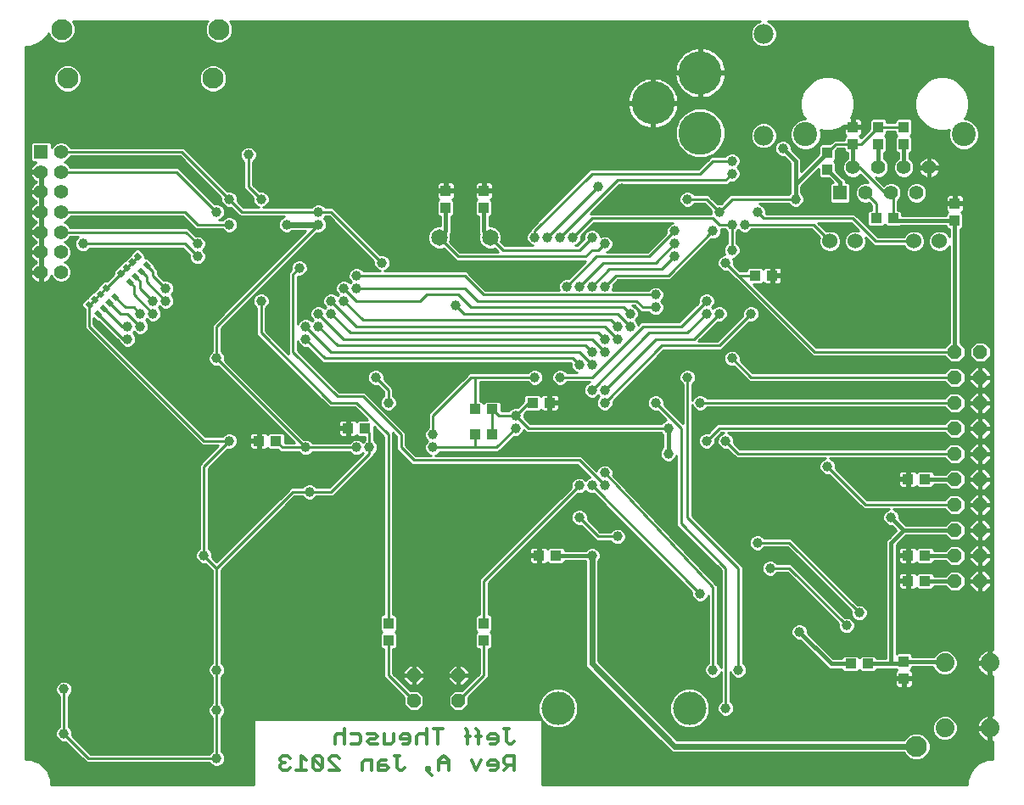
<source format=gbl>
G75*
G70*
%OFA0B0*%
%FSLAX24Y24*%
%IPPOS*%
%LPD*%
%AMOC8*
5,1,8,0,0,1.08239X$1,22.5*
%
%ADD10C,0.0120*%
%ADD11R,0.0554X0.0554*%
%ADD12C,0.0554*%
%ADD13C,0.0602*%
%ADD14C,0.0945*%
%ADD15C,0.1700*%
%ADD16C,0.0740*%
%ADD17OC8,0.0560*%
%ADD18R,0.0433X0.0394*%
%ADD19R,0.0394X0.0433*%
%ADD20C,0.0780*%
%ADD21C,0.0827*%
%ADD22C,0.0650*%
%ADD23R,0.0197X0.0256*%
%ADD24R,0.0560X0.0560*%
%ADD25C,0.0560*%
%ADD26C,0.1310*%
%ADD27OC8,0.0520*%
%ADD28C,0.0396*%
%ADD29C,0.0100*%
%ADD30C,0.0160*%
%ADD31C,0.0240*%
D10*
X011094Y003446D02*
X011191Y003350D01*
X011384Y003350D01*
X011481Y003446D01*
X011288Y003640D02*
X011191Y003640D01*
X011094Y003543D01*
X011094Y003446D01*
X011191Y003640D02*
X011094Y003737D01*
X011094Y003833D01*
X011191Y003930D01*
X011384Y003930D01*
X011481Y003833D01*
X011932Y003930D02*
X011932Y003350D01*
X011739Y003350D02*
X012126Y003350D01*
X012383Y003446D02*
X012480Y003350D01*
X012674Y003350D01*
X012770Y003446D01*
X012383Y003833D01*
X012383Y003446D01*
X012770Y003446D02*
X012770Y003833D01*
X012674Y003930D01*
X012480Y003930D01*
X012383Y003833D01*
X012126Y003737D02*
X011932Y003930D01*
X013028Y003833D02*
X013028Y003737D01*
X013415Y003350D01*
X013028Y003350D01*
X013028Y003833D02*
X013125Y003930D01*
X013318Y003930D01*
X013415Y003833D01*
X013243Y004400D02*
X013243Y004690D01*
X013339Y004787D01*
X013533Y004787D01*
X013630Y004690D01*
X013887Y004787D02*
X014177Y004787D01*
X014274Y004690D01*
X014274Y004496D01*
X014177Y004400D01*
X013887Y004400D01*
X013630Y004400D02*
X013630Y004980D01*
X014532Y004787D02*
X014822Y004787D01*
X014919Y004690D01*
X014822Y004593D01*
X014629Y004593D01*
X014532Y004496D01*
X014629Y004400D01*
X014919Y004400D01*
X015176Y004400D02*
X015176Y004787D01*
X015563Y004787D02*
X015563Y004496D01*
X015467Y004400D01*
X015176Y004400D01*
X015606Y003930D02*
X015800Y003930D01*
X015703Y003930D02*
X015703Y003446D01*
X015800Y003350D01*
X015896Y003350D01*
X015993Y003446D01*
X015348Y003446D02*
X015252Y003543D01*
X014961Y003543D01*
X014961Y003640D02*
X014961Y003350D01*
X015252Y003350D01*
X015348Y003446D01*
X015252Y003737D02*
X015058Y003737D01*
X014961Y003640D01*
X014704Y003737D02*
X014704Y003350D01*
X014704Y003737D02*
X014414Y003737D01*
X014317Y003640D01*
X014317Y003350D01*
X015918Y004400D02*
X016111Y004400D01*
X016208Y004496D01*
X016208Y004690D01*
X016111Y004787D01*
X015918Y004787D01*
X015821Y004690D01*
X015821Y004593D01*
X016208Y004593D01*
X016465Y004690D02*
X016465Y004400D01*
X016465Y004690D02*
X016562Y004787D01*
X016756Y004787D01*
X016852Y004690D01*
X016852Y004980D02*
X016852Y004400D01*
X017303Y004400D02*
X017303Y004980D01*
X017110Y004980D02*
X017497Y004980D01*
X018378Y004980D02*
X018474Y004883D01*
X018474Y004400D01*
X018571Y004690D02*
X018378Y004690D01*
X018807Y004690D02*
X019001Y004690D01*
X018904Y004883D02*
X018904Y004400D01*
X019258Y004593D02*
X019645Y004593D01*
X019645Y004496D02*
X019645Y004690D01*
X019549Y004787D01*
X019355Y004787D01*
X019258Y004690D01*
X019258Y004593D01*
X019355Y004400D02*
X019549Y004400D01*
X019645Y004496D01*
X020000Y004496D02*
X020097Y004400D01*
X020193Y004400D01*
X020290Y004496D01*
X020000Y004496D02*
X020000Y004980D01*
X020097Y004980D02*
X019903Y004980D01*
X018904Y004883D02*
X018807Y004980D01*
X019903Y003833D02*
X019903Y003640D01*
X020000Y003543D01*
X020290Y003543D01*
X020290Y003350D02*
X020290Y003930D01*
X020000Y003930D01*
X019903Y003833D01*
X019645Y003640D02*
X019549Y003737D01*
X019355Y003737D01*
X019258Y003640D01*
X019258Y003543D01*
X019645Y003543D01*
X019645Y003446D02*
X019645Y003640D01*
X019645Y003446D02*
X019549Y003350D01*
X019355Y003350D01*
X019001Y003737D02*
X018807Y003350D01*
X018614Y003737D01*
X017712Y003737D02*
X017712Y003350D01*
X017712Y003640D02*
X017325Y003640D01*
X017325Y003737D02*
X017325Y003350D01*
X017067Y003156D02*
X016874Y003350D01*
X016971Y003350D01*
X016971Y003446D01*
X016874Y003446D01*
X016874Y003350D01*
X017325Y003737D02*
X017518Y003930D01*
X017712Y003737D01*
X019903Y003350D02*
X020097Y003543D01*
D11*
X033100Y026040D03*
D12*
X034100Y026040D03*
X035100Y026040D03*
X036100Y026040D03*
X035600Y027040D03*
X036600Y027040D03*
X034600Y027040D03*
X033600Y027040D03*
D13*
X033698Y024138D03*
X032698Y024138D03*
X036002Y024138D03*
X037002Y024138D03*
D14*
X037960Y028339D03*
X031740Y028339D03*
D15*
X027600Y028396D03*
X025750Y029577D03*
X027600Y030758D03*
D16*
X037210Y007570D03*
X038990Y007570D03*
X038990Y005010D03*
X037210Y005010D03*
D17*
X037600Y010790D03*
X038600Y010790D03*
X038600Y011790D03*
X037600Y011790D03*
X037600Y012790D03*
X038600Y012790D03*
X038600Y013790D03*
X037600Y013790D03*
X037600Y014790D03*
X038600Y014790D03*
X038600Y015790D03*
X038600Y016790D03*
X037600Y016790D03*
X037600Y015790D03*
X037600Y017790D03*
X038600Y017790D03*
X038600Y018790D03*
X037600Y018790D03*
X037600Y019790D03*
X038600Y019790D03*
D18*
X036435Y014790D03*
X035765Y014790D03*
X035765Y011790D03*
X036435Y011790D03*
X036435Y010790D03*
X035765Y010790D03*
X034185Y007540D03*
X033515Y007540D03*
X021935Y011790D03*
X021265Y011790D03*
X019435Y016540D03*
X018765Y016540D03*
X018765Y017540D03*
X019435Y017540D03*
X021015Y017790D03*
X021685Y017790D03*
X014435Y016790D03*
X013765Y016790D03*
X010935Y016290D03*
X010265Y016290D03*
X029765Y022790D03*
X030435Y022790D03*
X034515Y025040D03*
X035185Y025040D03*
D19*
X037600Y024955D03*
X037600Y025624D03*
X035600Y027955D03*
X035600Y028624D03*
X034600Y028624D03*
X034600Y027955D03*
X033600Y027955D03*
X033600Y028624D03*
X032600Y027624D03*
X032600Y026955D03*
X019100Y026124D03*
X019100Y025455D03*
X017600Y025455D03*
X017600Y026124D03*
X019100Y009124D03*
X019100Y008455D03*
X015350Y008455D03*
X015350Y009124D03*
X035600Y007624D03*
X035600Y006955D03*
D20*
X030100Y028290D03*
X030100Y032290D03*
D21*
X008691Y032469D03*
X008454Y030540D03*
X002746Y030540D03*
X002509Y032469D03*
X036100Y004290D03*
D22*
X019350Y024290D03*
X017350Y024290D03*
D23*
G36*
X005699Y023221D02*
X005837Y023359D01*
X006017Y023179D01*
X005879Y023041D01*
X005699Y023221D01*
G37*
G36*
X005476Y022998D02*
X005614Y023136D01*
X005794Y022956D01*
X005656Y022818D01*
X005476Y022998D01*
G37*
G36*
X005254Y022775D02*
X005392Y022913D01*
X005572Y022733D01*
X005434Y022595D01*
X005254Y022775D01*
G37*
G36*
X005031Y022553D02*
X005169Y022691D01*
X005349Y022511D01*
X005211Y022373D01*
X005031Y022553D01*
G37*
G36*
X004683Y022901D02*
X004821Y023039D01*
X005001Y022859D01*
X004863Y022721D01*
X004683Y022901D01*
G37*
G36*
X004906Y023123D02*
X005044Y023261D01*
X005224Y023081D01*
X005086Y022943D01*
X004906Y023123D01*
G37*
G36*
X005128Y023346D02*
X005266Y023484D01*
X005446Y023304D01*
X005308Y023166D01*
X005128Y023346D01*
G37*
G36*
X005351Y023569D02*
X005489Y023707D01*
X005669Y023527D01*
X005531Y023389D01*
X005351Y023569D01*
G37*
G36*
X004101Y022319D02*
X004239Y022457D01*
X004419Y022277D01*
X004281Y022139D01*
X004101Y022319D01*
G37*
G36*
X003878Y022096D02*
X004016Y022234D01*
X004196Y022054D01*
X004058Y021916D01*
X003878Y022096D01*
G37*
G36*
X003656Y021873D02*
X003794Y022011D01*
X003974Y021831D01*
X003836Y021693D01*
X003656Y021873D01*
G37*
G36*
X003433Y021651D02*
X003571Y021789D01*
X003751Y021609D01*
X003613Y021471D01*
X003433Y021651D01*
G37*
G36*
X003781Y021303D02*
X003919Y021441D01*
X004099Y021261D01*
X003961Y021123D01*
X003781Y021303D01*
G37*
G36*
X004004Y021525D02*
X004142Y021663D01*
X004322Y021483D01*
X004184Y021345D01*
X004004Y021525D01*
G37*
G36*
X004226Y021748D02*
X004364Y021886D01*
X004544Y021706D01*
X004406Y021568D01*
X004226Y021748D01*
G37*
G36*
X004449Y021971D02*
X004587Y022109D01*
X004767Y021929D01*
X004629Y021791D01*
X004449Y021971D01*
G37*
D24*
X001706Y027652D03*
D25*
X001706Y026864D03*
X001706Y026077D03*
X002494Y026077D03*
X002494Y026864D03*
X002494Y027652D03*
X002494Y025290D03*
X001706Y025290D03*
X001706Y024502D03*
X001706Y023715D03*
X002494Y023715D03*
X002494Y024502D03*
X002494Y022927D03*
X001706Y022927D03*
D26*
X022015Y005790D03*
X027185Y005790D03*
D27*
X018100Y006090D03*
X018100Y007090D03*
X016350Y007090D03*
X016350Y006090D03*
D28*
X014850Y005690D03*
X019600Y005690D03*
X023350Y011790D03*
X024350Y012540D03*
X022850Y013290D03*
X022850Y014540D03*
X023350Y014540D03*
X023850Y014540D03*
X023850Y015040D03*
X025600Y014940D03*
X026350Y015790D03*
X026350Y016790D03*
X025850Y017790D03*
X027100Y018790D03*
X027600Y017790D03*
X027850Y016290D03*
X028600Y016290D03*
X029100Y015040D03*
X031100Y015040D03*
X032600Y015290D03*
X035100Y013290D03*
X033600Y012790D03*
X030350Y011290D03*
X029850Y012290D03*
X027600Y010290D03*
X028100Y007290D03*
X029100Y007290D03*
X028600Y005790D03*
X028600Y003440D03*
X031500Y008790D03*
X033350Y009040D03*
X033850Y009540D03*
X023850Y017790D03*
X023850Y018290D03*
X023350Y018290D03*
X023350Y019290D03*
X023350Y019790D03*
X022850Y019290D03*
X022100Y018790D03*
X021100Y018790D03*
X019600Y018040D03*
X020350Y017290D03*
X020350Y016790D03*
X018100Y019190D03*
X015850Y017540D03*
X015350Y017790D03*
X014850Y018790D03*
X014100Y018790D03*
X012100Y020290D03*
X012100Y020790D03*
X012600Y020790D03*
X012600Y021290D03*
X013100Y021290D03*
X013100Y021790D03*
X013600Y021790D03*
X013600Y022290D03*
X014100Y022290D03*
X014100Y022790D03*
X015100Y023290D03*
X012600Y024790D03*
X012600Y025290D03*
X013600Y025940D03*
X011350Y024790D03*
X010100Y024940D03*
X010350Y025790D03*
X009100Y025790D03*
X008600Y025290D03*
X009100Y024790D03*
X007850Y024040D03*
X007850Y023540D03*
X009100Y022940D03*
X010350Y021790D03*
X011850Y023090D03*
X012320Y022690D03*
X008600Y019540D03*
X008600Y018540D03*
X008600Y017040D03*
X009100Y016290D03*
X012100Y016040D03*
X012250Y014290D03*
X014100Y016040D03*
X014600Y016040D03*
X017100Y016040D03*
X017100Y016540D03*
X018000Y021610D03*
X021100Y024290D03*
X021600Y024290D03*
X022100Y024290D03*
X022600Y024290D03*
X023350Y024290D03*
X023850Y024040D03*
X024600Y024040D03*
X026100Y024540D03*
X026600Y024540D03*
X026600Y024040D03*
X026600Y023540D03*
X025850Y022040D03*
X025850Y021540D03*
X024850Y021290D03*
X024850Y020790D03*
X024350Y020790D03*
X024350Y020290D03*
X023850Y020290D03*
X023850Y019790D03*
X023850Y022350D03*
X023350Y022350D03*
X022850Y022350D03*
X022350Y022350D03*
X021600Y022540D03*
X023600Y026290D03*
X024510Y026210D03*
X027100Y025790D03*
X028350Y025290D03*
X028850Y024790D03*
X029350Y024790D03*
X029850Y025290D03*
X030010Y024460D03*
X030010Y023710D03*
X028850Y023790D03*
X028350Y023790D03*
X028600Y023290D03*
X028100Y024540D03*
X028850Y026790D03*
X028850Y027290D03*
X030850Y027790D03*
X031350Y025790D03*
X034350Y023290D03*
X031510Y022460D03*
X029600Y021290D03*
X028350Y021290D03*
X027850Y021290D03*
X027850Y021790D03*
X028850Y019540D03*
X030510Y019960D03*
X009850Y027540D03*
X006350Y023690D03*
X006600Y022290D03*
X006600Y021790D03*
X006100Y021790D03*
X006100Y021290D03*
X005600Y021290D03*
X005600Y020790D03*
X005100Y020790D03*
X005100Y020290D03*
X003350Y024040D03*
X003350Y012290D03*
X008100Y011790D03*
X008600Y007290D03*
X008600Y005710D03*
X008600Y003820D03*
X002600Y004790D03*
X002600Y006540D03*
D29*
X002101Y002989D02*
X002101Y002790D01*
X010050Y002790D01*
X010050Y005310D01*
X010079Y005340D01*
X021355Y005340D01*
X021350Y005345D01*
X021230Y005633D01*
X021230Y005946D01*
X021350Y006234D01*
X021570Y006455D01*
X021859Y006575D01*
X022171Y006575D01*
X022460Y006455D01*
X022680Y006234D01*
X022800Y005946D01*
X022800Y005633D01*
X022680Y005345D01*
X022460Y005124D01*
X022171Y005005D01*
X021859Y005005D01*
X021570Y005124D01*
X021400Y005294D01*
X021400Y002790D01*
X038099Y002790D01*
X038099Y002989D01*
X038251Y003357D01*
X038533Y003638D01*
X038901Y003791D01*
X039100Y003791D01*
X039100Y004501D01*
X039040Y004491D01*
X039040Y004960D01*
X038940Y004960D01*
X038471Y004960D01*
X038483Y004888D01*
X038508Y004810D01*
X038545Y004737D01*
X038593Y004671D01*
X038651Y004613D01*
X038717Y004565D01*
X038790Y004528D01*
X038868Y004502D01*
X038940Y004491D01*
X038940Y004960D01*
X038940Y005060D01*
X038940Y005528D01*
X038868Y005517D01*
X038790Y005492D01*
X038717Y005454D01*
X038651Y005406D01*
X038593Y005348D01*
X038545Y005282D01*
X038508Y005209D01*
X038483Y005131D01*
X038471Y005060D01*
X038940Y005060D01*
X039040Y005060D01*
X039040Y005528D01*
X039100Y005519D01*
X039100Y007061D01*
X039040Y007051D01*
X039040Y007520D01*
X038940Y007520D01*
X038471Y007520D01*
X038483Y007448D01*
X038508Y007370D01*
X038545Y007297D01*
X038593Y007231D01*
X038651Y007173D01*
X038717Y007125D01*
X038790Y007088D01*
X038868Y007062D01*
X038940Y007051D01*
X038940Y007520D01*
X038940Y007620D01*
X038940Y008088D01*
X038868Y008077D01*
X038790Y008052D01*
X038717Y008014D01*
X038651Y007966D01*
X038593Y007908D01*
X038545Y007842D01*
X038508Y007769D01*
X038483Y007691D01*
X038471Y007620D01*
X038940Y007620D01*
X039040Y007620D01*
X039040Y008088D01*
X039100Y008079D01*
X039100Y031788D01*
X038901Y031788D01*
X038533Y031941D01*
X038251Y032222D01*
X038099Y032590D01*
X038099Y032790D01*
X030252Y032790D01*
X030395Y032730D01*
X030541Y032584D01*
X030620Y032393D01*
X030620Y032186D01*
X030541Y031995D01*
X030395Y031849D01*
X030203Y031770D01*
X029997Y031770D01*
X029805Y031849D01*
X029659Y031995D01*
X029580Y032186D01*
X029580Y032393D01*
X029659Y032584D01*
X029805Y032730D01*
X029948Y032790D01*
X009138Y032790D01*
X009151Y032777D01*
X009234Y032577D01*
X009234Y032361D01*
X009151Y032161D01*
X008998Y032008D01*
X008799Y031925D01*
X008582Y031925D01*
X008383Y032008D01*
X008230Y032161D01*
X008147Y032361D01*
X008147Y032577D01*
X008230Y032777D01*
X008243Y032790D01*
X002957Y032790D01*
X002970Y032777D01*
X003053Y032577D01*
X003053Y032361D01*
X002970Y032161D01*
X002817Y032008D01*
X002618Y031925D01*
X002401Y031925D01*
X002202Y032008D01*
X002049Y032161D01*
X001986Y032312D01*
X001949Y032222D01*
X001667Y031941D01*
X001299Y031788D01*
X001100Y031788D01*
X001100Y003791D01*
X001299Y003791D01*
X001667Y003638D01*
X001949Y003357D01*
X002101Y002989D01*
X002101Y002972D02*
X010050Y002972D01*
X010050Y003070D02*
X002067Y003070D01*
X002027Y003169D02*
X010050Y003169D01*
X010050Y003267D02*
X001986Y003267D01*
X001940Y003366D02*
X010050Y003366D01*
X010050Y003464D02*
X001841Y003464D01*
X001743Y003563D02*
X008393Y003563D01*
X008414Y003541D02*
X008535Y003491D01*
X008665Y003491D01*
X008786Y003541D01*
X008878Y003634D01*
X008928Y003754D01*
X008928Y003885D01*
X008878Y004005D01*
X008786Y004098D01*
X008780Y004100D01*
X008780Y005429D01*
X008786Y005431D01*
X008878Y005524D01*
X008928Y005644D01*
X008928Y005775D01*
X008878Y005895D01*
X008786Y005988D01*
X008780Y005990D01*
X008780Y007009D01*
X008786Y007011D01*
X008878Y007104D01*
X008928Y007224D01*
X008928Y007355D01*
X008878Y007475D01*
X008786Y007568D01*
X008780Y007570D01*
X008780Y011215D01*
X011675Y014110D01*
X011969Y014110D01*
X011972Y014104D01*
X012064Y014011D01*
X012185Y013961D01*
X012315Y013961D01*
X012436Y014011D01*
X012528Y014104D01*
X012531Y014110D01*
X013175Y014110D01*
X013280Y014215D01*
X014780Y015715D01*
X014780Y015759D01*
X014786Y015761D01*
X014878Y015854D01*
X014928Y015974D01*
X014928Y016105D01*
X014878Y016225D01*
X014786Y016318D01*
X014780Y016320D01*
X014780Y016538D01*
X014781Y016539D01*
X014781Y016854D01*
X015170Y016465D01*
X015170Y009471D01*
X015099Y009471D01*
X015023Y009395D01*
X015023Y008854D01*
X015087Y008790D01*
X015023Y008725D01*
X015023Y008185D01*
X015099Y008108D01*
X015170Y008108D01*
X015170Y007015D01*
X015960Y006225D01*
X015960Y005928D01*
X016188Y005700D01*
X016512Y005700D01*
X016740Y005928D01*
X016740Y006251D01*
X016512Y006480D01*
X016215Y006480D01*
X015530Y007164D01*
X015530Y008108D01*
X015601Y008108D01*
X015677Y008185D01*
X015677Y008725D01*
X015613Y008790D01*
X015677Y008854D01*
X015677Y009395D01*
X015601Y009471D01*
X015530Y009471D01*
X015530Y016605D01*
X015670Y016465D01*
X015670Y015965D01*
X016275Y015360D01*
X022775Y015360D01*
X023272Y014863D01*
X023164Y014818D01*
X023100Y014754D01*
X023036Y014818D01*
X022915Y014868D01*
X022785Y014868D01*
X022664Y014818D01*
X022572Y014725D01*
X022522Y014605D01*
X022522Y014474D01*
X022524Y014468D01*
X019025Y010970D01*
X018920Y010864D01*
X018920Y009471D01*
X018849Y009471D01*
X018773Y009395D01*
X018773Y008854D01*
X018837Y008790D01*
X018773Y008725D01*
X018773Y008185D01*
X018849Y008108D01*
X018920Y008108D01*
X018920Y007164D01*
X018235Y006480D01*
X017938Y006480D01*
X017710Y006251D01*
X017710Y005928D01*
X017938Y005700D01*
X018262Y005700D01*
X018490Y005928D01*
X018490Y006225D01*
X019280Y007015D01*
X019280Y008108D01*
X019351Y008108D01*
X019427Y008185D01*
X019427Y008725D01*
X019363Y008790D01*
X019427Y008854D01*
X019427Y009395D01*
X019351Y009471D01*
X019280Y009471D01*
X019280Y010715D01*
X022779Y014214D01*
X022785Y014211D01*
X022915Y014211D01*
X023036Y014261D01*
X023100Y014326D01*
X023164Y014261D01*
X023285Y014211D01*
X023415Y014211D01*
X023421Y014214D01*
X027274Y010361D01*
X027272Y010355D01*
X027272Y010224D01*
X027322Y010104D01*
X027414Y010011D01*
X027535Y009961D01*
X027665Y009961D01*
X027786Y010011D01*
X027878Y010104D01*
X027920Y010205D01*
X027920Y007570D01*
X027914Y007568D01*
X027822Y007475D01*
X027772Y007355D01*
X027772Y007224D01*
X027822Y007104D01*
X027914Y007011D01*
X028035Y006961D01*
X028165Y006961D01*
X028286Y007011D01*
X028378Y007104D01*
X028420Y007205D01*
X028420Y006070D01*
X028414Y006068D01*
X028322Y005975D01*
X028272Y005855D01*
X028272Y005724D01*
X028322Y005604D01*
X028414Y005511D01*
X028535Y005461D01*
X028665Y005461D01*
X028786Y005511D01*
X028878Y005604D01*
X028928Y005724D01*
X028928Y005855D01*
X028878Y005975D01*
X028786Y006068D01*
X028780Y006070D01*
X028780Y007205D01*
X028822Y007104D01*
X028914Y007011D01*
X029035Y006961D01*
X029165Y006961D01*
X029286Y007011D01*
X029378Y007104D01*
X029428Y007224D01*
X029428Y007355D01*
X029378Y007475D01*
X029286Y007568D01*
X029280Y007570D01*
X029280Y011364D01*
X027280Y013364D01*
X027280Y017705D01*
X027322Y017604D01*
X027414Y017511D01*
X027535Y017461D01*
X027665Y017461D01*
X027786Y017511D01*
X027878Y017604D01*
X027881Y017610D01*
X037200Y017610D01*
X037430Y017380D01*
X037770Y017380D01*
X038010Y017620D01*
X038010Y017959D01*
X037770Y018200D01*
X037430Y018200D01*
X037200Y017970D01*
X027881Y017970D01*
X027878Y017975D01*
X027786Y018068D01*
X027665Y018118D01*
X027535Y018118D01*
X027414Y018068D01*
X027322Y017975D01*
X027280Y017874D01*
X027280Y018509D01*
X027286Y018511D01*
X027378Y018604D01*
X027428Y018724D01*
X027428Y018855D01*
X027378Y018975D01*
X027286Y019068D01*
X027165Y019118D01*
X027035Y019118D01*
X026914Y019068D01*
X026822Y018975D01*
X026772Y018855D01*
X026772Y018724D01*
X026822Y018604D01*
X026914Y018511D01*
X026920Y018509D01*
X026920Y016974D01*
X026176Y017718D01*
X026178Y017724D01*
X026178Y017855D01*
X026128Y017975D01*
X026036Y018068D01*
X025915Y018118D01*
X025785Y018118D01*
X025664Y018068D01*
X025572Y017975D01*
X025522Y017855D01*
X025522Y017724D01*
X025572Y017604D01*
X025664Y017511D01*
X025785Y017461D01*
X025915Y017461D01*
X025921Y017464D01*
X026272Y017113D01*
X026164Y017068D01*
X026072Y016975D01*
X026069Y016970D01*
X020925Y016970D01*
X020676Y017218D01*
X020678Y017224D01*
X020678Y017355D01*
X020676Y017361D01*
X020778Y017463D01*
X021286Y017463D01*
X021339Y017516D01*
X021348Y017501D01*
X021376Y017473D01*
X021410Y017453D01*
X021448Y017443D01*
X021636Y017443D01*
X021636Y017741D01*
X021733Y017741D01*
X021733Y017443D01*
X021921Y017443D01*
X021959Y017453D01*
X021993Y017473D01*
X022021Y017501D01*
X022041Y017535D01*
X022051Y017573D01*
X022051Y017741D01*
X021733Y017741D01*
X021733Y017838D01*
X021636Y017838D01*
X021636Y018136D01*
X021448Y018136D01*
X021410Y018126D01*
X021376Y018106D01*
X021348Y018079D01*
X021339Y018063D01*
X021286Y018116D01*
X020745Y018116D01*
X020669Y018040D01*
X020669Y017863D01*
X020421Y017615D01*
X020415Y017618D01*
X020285Y017618D01*
X020164Y017568D01*
X020072Y017475D01*
X020069Y017470D01*
X019781Y017470D01*
X019781Y017790D01*
X019705Y017866D01*
X019164Y017866D01*
X019100Y017802D01*
X019036Y017866D01*
X018945Y017866D01*
X018945Y018610D01*
X020819Y018610D01*
X020822Y018604D01*
X020914Y018511D01*
X021035Y018461D01*
X021165Y018461D01*
X021286Y018511D01*
X021378Y018604D01*
X021428Y018724D01*
X021428Y018855D01*
X021378Y018975D01*
X021286Y019068D01*
X021165Y019118D01*
X021035Y019118D01*
X020914Y019068D01*
X020822Y018975D01*
X020819Y018970D01*
X018525Y018970D01*
X018420Y018864D01*
X017025Y017470D01*
X016920Y017364D01*
X016920Y016820D01*
X016914Y016818D01*
X016822Y016725D01*
X016772Y016605D01*
X016772Y016474D01*
X016822Y016354D01*
X016886Y016290D01*
X016822Y016225D01*
X016772Y016105D01*
X016772Y015974D01*
X016822Y015854D01*
X016914Y015761D01*
X017015Y015720D01*
X016425Y015720D01*
X016030Y016114D01*
X016030Y016614D01*
X015925Y016720D01*
X014425Y018220D01*
X013425Y018220D01*
X011780Y019864D01*
X011780Y020205D01*
X011822Y020104D01*
X011914Y020011D01*
X012035Y019961D01*
X012165Y019961D01*
X012171Y019964D01*
X012670Y019465D01*
X012775Y019360D01*
X022524Y019360D01*
X022522Y019355D01*
X022522Y019224D01*
X012420Y019224D01*
X012519Y019126D02*
X022563Y019126D01*
X022572Y019104D02*
X022664Y019011D01*
X022765Y018970D01*
X022381Y018970D01*
X022378Y018975D01*
X022286Y019068D01*
X022165Y019118D01*
X022035Y019118D01*
X021914Y019068D01*
X021822Y018975D01*
X021772Y018855D01*
X021772Y018724D01*
X021822Y018604D01*
X021914Y018511D01*
X022035Y018461D01*
X022165Y018461D01*
X022286Y018511D01*
X022378Y018604D01*
X022381Y018610D01*
X023265Y018610D01*
X023164Y018568D01*
X023072Y018475D01*
X023022Y018355D01*
X023022Y018224D01*
X023072Y018104D01*
X023164Y018011D01*
X023285Y017961D01*
X023415Y017961D01*
X023536Y018011D01*
X023600Y018076D01*
X023636Y018040D01*
X023572Y017975D01*
X023522Y017855D01*
X023522Y017724D01*
X023572Y017604D01*
X023664Y017511D01*
X023785Y017461D01*
X023915Y017461D01*
X024036Y017511D01*
X024128Y017604D01*
X024178Y017724D01*
X024178Y017855D01*
X024176Y017861D01*
X026175Y019860D01*
X028425Y019860D01*
X029529Y020964D01*
X029535Y020961D01*
X029665Y020961D01*
X029786Y021011D01*
X029878Y021104D01*
X029928Y021224D01*
X029928Y021355D01*
X029878Y021475D01*
X029786Y021568D01*
X029665Y021618D01*
X029535Y021618D01*
X029414Y021568D01*
X029322Y021475D01*
X029272Y021355D01*
X029272Y021224D01*
X029274Y021218D01*
X028275Y020220D01*
X027535Y020220D01*
X028279Y020964D01*
X028285Y020961D01*
X028415Y020961D01*
X028536Y021011D01*
X028628Y021104D01*
X028678Y021224D01*
X028678Y021355D01*
X028628Y021475D01*
X028536Y021568D01*
X028415Y021618D01*
X028285Y021618D01*
X028164Y021568D01*
X028100Y021504D01*
X028064Y021540D01*
X028128Y021604D01*
X028178Y021724D01*
X028178Y021855D01*
X028128Y021975D01*
X028036Y022068D01*
X027915Y022118D01*
X027785Y022118D01*
X027664Y022068D01*
X027572Y021975D01*
X027522Y021855D01*
X027522Y021724D01*
X027524Y021718D01*
X026775Y020970D01*
X025275Y020970D01*
X025173Y020867D01*
X025128Y020975D01*
X025064Y021040D01*
X025128Y021104D01*
X025178Y021224D01*
X025178Y021355D01*
X025128Y021475D01*
X025036Y021568D01*
X024935Y021610D01*
X025025Y021610D01*
X025275Y021360D01*
X025569Y021360D01*
X025572Y021354D01*
X025664Y021261D01*
X025785Y021211D01*
X025915Y021211D01*
X026036Y021261D01*
X026128Y021354D01*
X026178Y021474D01*
X026178Y021605D01*
X026128Y021725D01*
X026064Y021790D01*
X026128Y021854D01*
X026178Y021974D01*
X026178Y022105D01*
X026128Y022225D01*
X026036Y022318D01*
X025915Y022368D01*
X025785Y022368D01*
X025664Y022318D01*
X025572Y022225D01*
X025569Y022220D01*
X024151Y022220D01*
X024178Y022284D01*
X024178Y022415D01*
X024176Y022421D01*
X024365Y022610D01*
X026425Y022610D01*
X028029Y024214D01*
X028035Y024211D01*
X028165Y024211D01*
X028286Y024261D01*
X028378Y024354D01*
X028428Y024474D01*
X028428Y024605D01*
X028426Y024610D01*
X028569Y024610D01*
X028572Y024604D01*
X028664Y024511D01*
X028670Y024509D01*
X028670Y024070D01*
X028664Y024068D01*
X028572Y023975D01*
X028522Y023855D01*
X028522Y023724D01*
X028566Y023618D01*
X028535Y023618D01*
X028414Y023568D01*
X028322Y023475D01*
X028272Y023355D01*
X028272Y023224D01*
X028322Y023104D01*
X028414Y023011D01*
X028535Y022961D01*
X028665Y022961D01*
X028671Y022964D01*
X029025Y022610D01*
X031920Y019715D01*
X032025Y019610D01*
X037200Y019610D01*
X037430Y019380D01*
X037770Y019380D01*
X038010Y019620D01*
X038010Y019959D01*
X037810Y020159D01*
X037810Y024608D01*
X037851Y024608D01*
X037927Y024685D01*
X037927Y025225D01*
X037873Y025279D01*
X037889Y025288D01*
X037917Y025316D01*
X037937Y025350D01*
X037947Y025388D01*
X037947Y025576D01*
X037648Y025576D01*
X037648Y025673D01*
X037552Y025673D01*
X037552Y025991D01*
X037383Y025991D01*
X037345Y025981D01*
X037311Y025961D01*
X037283Y025933D01*
X037263Y025899D01*
X037253Y025861D01*
X037253Y025673D01*
X037552Y025673D01*
X037552Y025576D01*
X037253Y025576D01*
X037253Y025388D01*
X037263Y025350D01*
X037283Y025316D01*
X037311Y025288D01*
X037327Y025279D01*
X037273Y025225D01*
X037273Y025165D01*
X035531Y025165D01*
X035531Y025290D01*
X035455Y025366D01*
X035365Y025366D01*
X035365Y025728D01*
X035445Y025809D01*
X035507Y025959D01*
X035507Y026121D01*
X035445Y026270D01*
X035331Y026385D01*
X035181Y026447D01*
X035019Y026447D01*
X034869Y026385D01*
X034814Y026330D01*
X034507Y026638D01*
X034519Y026632D01*
X034681Y026632D01*
X034831Y026694D01*
X034945Y026809D01*
X035007Y026959D01*
X035007Y027121D01*
X034945Y027270D01*
X034831Y027385D01*
X034810Y027393D01*
X034810Y027608D01*
X034851Y027608D01*
X034927Y027685D01*
X034927Y028225D01*
X034863Y028290D01*
X034927Y028354D01*
X034927Y028444D01*
X035273Y028444D01*
X035273Y028354D01*
X035337Y028290D01*
X035273Y028225D01*
X035273Y027685D01*
X035349Y027608D01*
X035390Y027608D01*
X035390Y027393D01*
X035369Y027385D01*
X035255Y027270D01*
X035193Y027121D01*
X035193Y026959D01*
X035255Y026809D01*
X035369Y026694D01*
X035519Y026632D01*
X035681Y026632D01*
X035831Y026694D01*
X035945Y026809D01*
X036007Y026959D01*
X036007Y027121D01*
X035945Y027270D01*
X035831Y027385D01*
X035810Y027393D01*
X035810Y027608D01*
X035851Y027608D01*
X035927Y027685D01*
X035927Y028225D01*
X035863Y028290D01*
X035927Y028354D01*
X035927Y028895D01*
X035851Y028971D01*
X035349Y028971D01*
X035273Y028895D01*
X035273Y028804D01*
X034927Y028804D01*
X034927Y028895D01*
X034851Y028971D01*
X034349Y028971D01*
X034273Y028895D01*
X034273Y028552D01*
X033927Y028206D01*
X033927Y028225D01*
X033873Y028279D01*
X033889Y028288D01*
X033917Y028316D01*
X033937Y028350D01*
X033947Y028388D01*
X033947Y028576D01*
X033648Y028576D01*
X033648Y028673D01*
X033552Y028673D01*
X033552Y028991D01*
X033519Y028991D01*
X033597Y029127D01*
X033670Y029399D01*
X033670Y029680D01*
X033597Y029953D01*
X033456Y030197D01*
X033257Y030396D01*
X033013Y030537D01*
X032741Y030610D01*
X032459Y030610D01*
X032187Y030537D01*
X031943Y030396D01*
X031744Y030197D01*
X031603Y029953D01*
X031530Y029680D01*
X031530Y029399D01*
X031603Y029127D01*
X031710Y028941D01*
X031620Y028941D01*
X031399Y028850D01*
X031229Y028680D01*
X031137Y028459D01*
X031137Y028219D01*
X031229Y027998D01*
X031399Y027828D01*
X031620Y027736D01*
X031860Y027736D01*
X032081Y027828D01*
X032250Y027998D01*
X032342Y028219D01*
X032342Y028459D01*
X032323Y028506D01*
X032459Y028470D01*
X032741Y028470D01*
X033013Y028542D01*
X033253Y028681D01*
X033253Y028673D01*
X033552Y028673D01*
X033552Y028576D01*
X033253Y028576D01*
X033253Y028388D01*
X033263Y028350D01*
X033283Y028316D01*
X033311Y028288D01*
X033327Y028279D01*
X033273Y028225D01*
X033273Y028135D01*
X032856Y028135D01*
X032751Y028030D01*
X032692Y027971D01*
X032349Y027971D01*
X032273Y027895D01*
X032273Y027594D01*
X031560Y026881D01*
X031560Y027377D01*
X031178Y027758D01*
X031178Y027855D01*
X031128Y027975D01*
X031036Y028068D01*
X030915Y028118D01*
X030785Y028118D01*
X030664Y028068D01*
X030572Y027975D01*
X030522Y027855D01*
X030522Y027724D01*
X030572Y027604D01*
X030664Y027511D01*
X030785Y027461D01*
X030881Y027461D01*
X031140Y027203D01*
X029169Y027203D01*
X029178Y027224D02*
X029178Y027355D01*
X029128Y027475D01*
X029036Y027568D01*
X028915Y027618D01*
X028785Y027618D01*
X028664Y027568D01*
X028572Y027475D01*
X028569Y027470D01*
X028025Y027470D01*
X027920Y027364D01*
X027525Y026970D01*
X023275Y026970D01*
X020920Y024614D01*
X020920Y024570D01*
X020914Y024568D01*
X020822Y024475D01*
X020772Y024355D01*
X020772Y024224D01*
X020822Y024104D01*
X020914Y024011D01*
X021015Y023970D01*
X019925Y023970D01*
X019773Y024121D01*
X019805Y024199D01*
X019805Y024380D01*
X019736Y024547D01*
X019608Y024675D01*
X019441Y024745D01*
X019310Y024745D01*
X019310Y025108D01*
X019351Y025108D01*
X019427Y025185D01*
X019427Y025725D01*
X022031Y025725D01*
X021933Y025627D02*
X019427Y025627D01*
X019427Y025725D02*
X019373Y025779D01*
X019389Y025788D01*
X019417Y025816D01*
X019437Y025850D01*
X019447Y025888D01*
X019447Y026076D01*
X019148Y026076D01*
X019148Y026173D01*
X019052Y026173D01*
X019052Y026491D01*
X018883Y026491D01*
X018845Y026481D01*
X018811Y026461D01*
X018783Y026433D01*
X018763Y026399D01*
X018753Y026361D01*
X018753Y026173D01*
X019052Y026173D01*
X019052Y026076D01*
X018753Y026076D01*
X018753Y025888D01*
X018763Y025850D01*
X018783Y025816D01*
X018811Y025788D01*
X018827Y025779D01*
X018773Y025725D01*
X017927Y025725D01*
X017873Y025779D01*
X017889Y025788D01*
X017917Y025816D01*
X017937Y025850D01*
X017947Y025888D01*
X017947Y026076D01*
X017648Y026076D01*
X017648Y026173D01*
X017552Y026173D01*
X017552Y026491D01*
X017383Y026491D01*
X017345Y026481D01*
X017311Y026461D01*
X017283Y026433D01*
X017263Y026399D01*
X017253Y026361D01*
X017253Y026173D01*
X017552Y026173D01*
X017552Y026076D01*
X017253Y026076D01*
X017253Y025888D01*
X017263Y025850D01*
X017283Y025816D01*
X017311Y025788D01*
X017327Y025779D01*
X017273Y025725D01*
X010678Y025725D01*
X010678Y025724D02*
X010678Y025855D01*
X010628Y025975D01*
X010536Y026068D01*
X010415Y026118D01*
X010285Y026118D01*
X010279Y026115D01*
X010030Y026364D01*
X010030Y027259D01*
X010036Y027261D01*
X010128Y027354D01*
X010178Y027474D01*
X010178Y027605D01*
X010128Y027725D01*
X010036Y027818D01*
X009915Y027868D01*
X009785Y027868D01*
X009664Y027818D01*
X009572Y027725D01*
X009522Y027605D01*
X009522Y027474D01*
X009572Y027354D01*
X009664Y027261D01*
X009670Y027259D01*
X009670Y026215D01*
X010024Y025861D01*
X010022Y025855D01*
X010022Y025724D01*
X010072Y025604D01*
X010164Y025511D01*
X010265Y025470D01*
X009675Y025470D01*
X009426Y025718D01*
X009428Y025724D01*
X009428Y025855D01*
X009378Y025975D01*
X009286Y026068D01*
X009165Y026118D01*
X009035Y026118D01*
X009029Y026115D01*
X007312Y027832D01*
X002863Y027832D01*
X002841Y027884D01*
X002726Y027999D01*
X002575Y028062D01*
X002412Y028062D01*
X002261Y027999D01*
X002146Y027884D01*
X002116Y027812D01*
X002116Y027986D01*
X002040Y028062D01*
X001372Y028062D01*
X001296Y027986D01*
X001296Y027318D01*
X001372Y027242D01*
X001500Y027242D01*
X001481Y027232D01*
X001426Y027192D01*
X001378Y027145D01*
X001339Y027090D01*
X001308Y027029D01*
X001287Y026965D01*
X001277Y026904D01*
X001666Y026904D01*
X001666Y026824D01*
X001746Y026824D01*
X001746Y026117D01*
X001666Y026117D01*
X001666Y026037D01*
X001277Y026037D01*
X001287Y025976D01*
X001308Y025912D01*
X001339Y025852D01*
X001378Y025797D01*
X001426Y025749D01*
X001481Y025709D01*
X001532Y025683D01*
X001481Y025657D01*
X001426Y025618D01*
X001378Y025570D01*
X001339Y025515D01*
X001308Y025455D01*
X001287Y025390D01*
X001277Y025330D01*
X001666Y025330D01*
X001666Y025719D01*
X001666Y026037D01*
X001746Y026037D01*
X001746Y025330D01*
X001666Y025330D01*
X001666Y025250D01*
X001277Y025250D01*
X001287Y025189D01*
X001308Y025125D01*
X001339Y025064D01*
X001378Y025009D01*
X001426Y024962D01*
X001481Y024922D01*
X001532Y024896D01*
X001481Y024870D01*
X001426Y024830D01*
X001378Y024782D01*
X001339Y024728D01*
X001308Y024667D01*
X001287Y024603D01*
X001277Y024542D01*
X001666Y024542D01*
X001666Y024462D01*
X001277Y024462D01*
X001287Y024402D01*
X001308Y024337D01*
X001339Y024277D01*
X001378Y024222D01*
X001426Y024174D01*
X001481Y024134D01*
X001532Y024109D01*
X001481Y024083D01*
X001426Y024043D01*
X001378Y023995D01*
X001339Y023940D01*
X001308Y023880D01*
X001287Y023815D01*
X001277Y023755D01*
X001666Y023755D01*
X001746Y023755D01*
X001666Y023755D01*
X001666Y023675D01*
X001277Y023675D01*
X001287Y023614D01*
X001308Y023550D01*
X001339Y023489D01*
X001378Y023435D01*
X001426Y023387D01*
X001481Y023347D01*
X001532Y023321D01*
X001481Y023295D01*
X001426Y023255D01*
X001378Y023208D01*
X001339Y023153D01*
X001308Y023092D01*
X001287Y023028D01*
X001277Y022967D01*
X001666Y022967D01*
X001100Y022967D01*
X001100Y022869D02*
X001280Y022869D01*
X001277Y022887D02*
X001287Y022827D01*
X001308Y022762D01*
X001339Y022702D01*
X001378Y022647D01*
X001426Y022599D01*
X001481Y022560D01*
X001541Y022529D01*
X001606Y022508D01*
X001666Y022498D01*
X001666Y022887D01*
X001746Y022887D01*
X001746Y022498D01*
X001807Y022508D01*
X001871Y022529D01*
X001932Y022560D01*
X001986Y022599D01*
X002034Y022647D01*
X002074Y022702D01*
X002105Y022762D01*
X002111Y022781D01*
X002146Y022695D01*
X002261Y022580D01*
X002412Y022517D01*
X002575Y022517D01*
X002726Y022580D01*
X002841Y022695D01*
X002904Y022846D01*
X002904Y023009D01*
X002841Y023160D01*
X002726Y023275D01*
X002615Y023321D01*
X002726Y023367D01*
X002841Y023483D01*
X002904Y023633D01*
X002904Y023796D01*
X002841Y023947D01*
X002726Y024062D01*
X002615Y024109D01*
X002726Y024155D01*
X002841Y024270D01*
X002863Y024322D01*
X003175Y024322D01*
X003164Y024318D01*
X003072Y024225D01*
X003022Y024105D01*
X003022Y023974D01*
X003072Y023854D01*
X003164Y023761D01*
X003285Y023711D01*
X003415Y023711D01*
X003536Y023761D01*
X003628Y023854D01*
X003631Y023860D01*
X007275Y023860D01*
X007524Y023611D01*
X007522Y023605D01*
X007522Y023474D01*
X007572Y023354D01*
X007664Y023261D01*
X007785Y023211D01*
X007915Y023211D01*
X008036Y023261D01*
X008128Y023354D01*
X008178Y023474D01*
X008178Y023605D01*
X008128Y023725D01*
X008064Y023790D01*
X008128Y023854D01*
X008178Y023974D01*
X008178Y024105D01*
X008128Y024225D01*
X008036Y024318D01*
X007915Y024368D01*
X007785Y024368D01*
X007779Y024365D01*
X007462Y024682D01*
X002863Y024682D01*
X002841Y024734D01*
X002726Y024850D01*
X002615Y024896D01*
X002726Y024942D01*
X002841Y025057D01*
X002863Y025110D01*
X007275Y025110D01*
X007670Y024715D01*
X007775Y024610D01*
X008819Y024610D01*
X008822Y024604D01*
X008914Y024511D01*
X009035Y024461D01*
X009165Y024461D01*
X009286Y024511D01*
X009378Y024604D01*
X009428Y024724D01*
X009428Y024855D01*
X009378Y024975D01*
X009286Y025068D01*
X009165Y025118D01*
X009035Y025118D01*
X008914Y025068D01*
X008822Y024975D01*
X008819Y024970D01*
X008685Y024970D01*
X008786Y025011D01*
X008878Y025104D01*
X008928Y025224D01*
X008928Y025355D01*
X008878Y025475D01*
X008786Y025568D01*
X008665Y025618D01*
X008535Y025618D01*
X008529Y025615D01*
X007100Y027044D01*
X002863Y027044D01*
X002841Y027097D01*
X002726Y027212D01*
X002615Y027258D01*
X002726Y027304D01*
X002841Y027420D01*
X002863Y027472D01*
X007163Y027472D01*
X008774Y025861D01*
X008772Y025855D01*
X008772Y025724D01*
X008822Y025604D01*
X008914Y025511D01*
X009035Y025461D01*
X009165Y025461D01*
X009171Y025464D01*
X009525Y025110D01*
X011265Y025110D01*
X011164Y025068D01*
X011072Y024975D01*
X011022Y024855D01*
X011022Y024724D01*
X011072Y024604D01*
X011164Y024511D01*
X011285Y024461D01*
X011415Y024461D01*
X011536Y024511D01*
X011564Y024540D01*
X012095Y024540D01*
X008420Y020864D01*
X008420Y019820D01*
X008414Y019818D01*
X008322Y019725D01*
X008272Y019605D01*
X008272Y019474D01*
X008322Y019354D01*
X008414Y019261D01*
X008535Y019211D01*
X008665Y019211D01*
X008671Y019214D01*
X011665Y016220D01*
X011281Y016220D01*
X011281Y016540D01*
X011205Y016616D01*
X010664Y016616D01*
X010611Y016563D01*
X010602Y016579D01*
X010574Y016606D01*
X010540Y016626D01*
X010502Y016636D01*
X010314Y016636D01*
X010314Y016338D01*
X010217Y016338D01*
X010217Y016636D01*
X010029Y016636D01*
X009991Y016626D01*
X009957Y016606D01*
X009929Y016579D01*
X009909Y016544D01*
X009899Y016506D01*
X009899Y016338D01*
X010217Y016338D01*
X010217Y016241D01*
X010314Y016241D01*
X010314Y015943D01*
X010502Y015943D01*
X010540Y015953D01*
X010574Y015973D01*
X010602Y016001D01*
X010611Y016016D01*
X010664Y015963D01*
X011007Y015963D01*
X011110Y015860D01*
X011819Y015860D01*
X011822Y015854D01*
X011914Y015761D01*
X012035Y015711D01*
X012165Y015711D01*
X012286Y015761D01*
X012378Y015854D01*
X012381Y015860D01*
X013819Y015860D01*
X013822Y015854D01*
X013914Y015761D01*
X014035Y015711D01*
X014165Y015711D01*
X014286Y015761D01*
X014350Y015826D01*
X014366Y015810D01*
X013025Y014470D01*
X012531Y014470D01*
X012528Y014475D01*
X012436Y014568D01*
X012315Y014618D01*
X012185Y014618D01*
X012064Y014568D01*
X011972Y014475D01*
X011969Y014470D01*
X011525Y014470D01*
X011420Y014364D01*
X008600Y011544D01*
X008426Y011718D01*
X008428Y011724D01*
X008428Y011855D01*
X008378Y011975D01*
X008286Y012068D01*
X008280Y012070D01*
X008280Y015215D01*
X009029Y015964D01*
X009035Y015961D01*
X009165Y015961D01*
X009286Y016011D01*
X009378Y016104D01*
X009428Y016224D01*
X009428Y016355D01*
X009378Y016475D01*
X009286Y016568D01*
X009165Y016618D01*
X009035Y016618D01*
X008914Y016568D01*
X008822Y016475D01*
X008819Y016470D01*
X008175Y016470D01*
X003772Y020872D01*
X003772Y021126D01*
X003907Y020991D01*
X003975Y020991D01*
X004752Y020215D01*
X004793Y020174D01*
X004822Y020104D01*
X004914Y020011D01*
X005035Y019961D01*
X005165Y019961D01*
X005286Y020011D01*
X005378Y020104D01*
X005428Y020224D01*
X005428Y020355D01*
X005378Y020475D01*
X005314Y020540D01*
X005350Y020576D01*
X005414Y020511D01*
X005535Y020461D01*
X005665Y020461D01*
X005786Y020511D01*
X005878Y020604D01*
X005928Y020724D01*
X005928Y020855D01*
X005878Y020975D01*
X005814Y021040D01*
X005850Y021076D01*
X005914Y021011D01*
X006035Y020961D01*
X006165Y020961D01*
X006286Y021011D01*
X006378Y021104D01*
X006428Y021224D01*
X006428Y021355D01*
X006378Y021475D01*
X006314Y021540D01*
X006350Y021576D01*
X006414Y021511D01*
X006535Y021461D01*
X006665Y021461D01*
X006786Y021511D01*
X006878Y021604D01*
X006928Y021724D01*
X006928Y021855D01*
X006878Y021975D01*
X006814Y022040D01*
X006878Y022104D01*
X006928Y022224D01*
X006928Y022355D01*
X006878Y022475D01*
X006786Y022568D01*
X006665Y022618D01*
X006535Y022618D01*
X006529Y022615D01*
X006280Y022864D01*
X006280Y023032D01*
X006175Y023138D01*
X006148Y023164D01*
X010720Y023164D01*
X010621Y023066D02*
X006247Y023066D01*
X006280Y022967D02*
X010523Y022967D01*
X010424Y022869D02*
X006280Y022869D01*
X006374Y022770D02*
X010326Y022770D01*
X010227Y022672D02*
X006473Y022672D01*
X006773Y022573D02*
X010129Y022573D01*
X010030Y022475D02*
X006878Y022475D01*
X006919Y022376D02*
X009932Y022376D01*
X009833Y022278D02*
X006928Y022278D01*
X006909Y022179D02*
X009735Y022179D01*
X009636Y022081D02*
X006855Y022081D01*
X006871Y021982D02*
X009538Y021982D01*
X009439Y021884D02*
X006916Y021884D01*
X006928Y021785D02*
X009341Y021785D01*
X009242Y021687D02*
X006912Y021687D01*
X006863Y021588D02*
X009144Y021588D01*
X009045Y021490D02*
X006733Y021490D01*
X006467Y021490D02*
X006364Y021490D01*
X006413Y021391D02*
X008947Y021391D01*
X008848Y021293D02*
X006428Y021293D01*
X006416Y021194D02*
X008750Y021194D01*
X008651Y021096D02*
X006370Y021096D01*
X006251Y020997D02*
X008553Y020997D01*
X008454Y020899D02*
X005910Y020899D01*
X005928Y020800D02*
X008420Y020800D01*
X008420Y020702D02*
X005919Y020702D01*
X005878Y020603D02*
X008420Y020603D01*
X008420Y020505D02*
X005769Y020505D01*
X005600Y020790D02*
X005100Y021290D01*
X004823Y021290D01*
X004385Y021727D01*
X004163Y021504D02*
X004877Y020790D01*
X005100Y020790D01*
X005349Y020505D02*
X005431Y020505D01*
X005407Y020406D02*
X008420Y020406D01*
X008420Y020308D02*
X005428Y020308D01*
X005422Y020209D02*
X008420Y020209D01*
X008420Y020111D02*
X005381Y020111D01*
X005287Y020012D02*
X008420Y020012D01*
X008420Y019914D02*
X004731Y019914D01*
X004829Y019815D02*
X008412Y019815D01*
X008318Y019717D02*
X004928Y019717D01*
X005026Y019618D02*
X008277Y019618D01*
X008272Y019520D02*
X005125Y019520D01*
X005223Y019421D02*
X008294Y019421D01*
X008353Y019323D02*
X005322Y019323D01*
X005420Y019224D02*
X008504Y019224D01*
X008759Y019126D02*
X005519Y019126D01*
X005617Y019027D02*
X008858Y019027D01*
X008956Y018929D02*
X005716Y018929D01*
X005814Y018830D02*
X009055Y018830D01*
X009153Y018732D02*
X005913Y018732D01*
X006011Y018633D02*
X009252Y018633D01*
X009350Y018535D02*
X006110Y018535D01*
X006208Y018436D02*
X009449Y018436D01*
X009547Y018338D02*
X006307Y018338D01*
X006405Y018239D02*
X009646Y018239D01*
X009744Y018141D02*
X006504Y018141D01*
X006602Y018042D02*
X009843Y018042D01*
X009941Y017944D02*
X006701Y017944D01*
X006799Y017845D02*
X010040Y017845D01*
X010138Y017747D02*
X006898Y017747D01*
X006996Y017648D02*
X010237Y017648D01*
X010335Y017550D02*
X007095Y017550D01*
X007193Y017451D02*
X010434Y017451D01*
X010532Y017353D02*
X007292Y017353D01*
X007390Y017254D02*
X010631Y017254D01*
X010729Y017156D02*
X007489Y017156D01*
X007587Y017057D02*
X010828Y017057D01*
X010926Y016959D02*
X007686Y016959D01*
X007784Y016860D02*
X011025Y016860D01*
X011123Y016762D02*
X007883Y016762D01*
X007981Y016663D02*
X011222Y016663D01*
X011257Y016565D02*
X011320Y016565D01*
X011281Y016466D02*
X011419Y016466D01*
X011517Y016368D02*
X011281Y016368D01*
X011281Y016269D02*
X011616Y016269D01*
X011830Y016565D02*
X013401Y016565D01*
X013399Y016573D02*
X013409Y016535D01*
X013429Y016501D01*
X013457Y016473D01*
X013491Y016453D01*
X013529Y016443D01*
X013717Y016443D01*
X013717Y016741D01*
X013814Y016741D01*
X013814Y016443D01*
X014002Y016443D01*
X014040Y016453D01*
X014074Y016473D01*
X014102Y016501D01*
X014111Y016516D01*
X014164Y016463D01*
X014420Y016463D01*
X014420Y016320D01*
X014414Y016318D01*
X014350Y016254D01*
X014286Y016318D01*
X014165Y016368D01*
X014035Y016368D01*
X013914Y016318D01*
X013822Y016225D01*
X013819Y016220D01*
X012381Y016220D01*
X012378Y016225D01*
X012286Y016318D01*
X012165Y016368D01*
X012035Y016368D01*
X012029Y016365D01*
X008926Y019468D01*
X008928Y019474D01*
X008928Y019605D01*
X008878Y019725D01*
X008786Y019818D01*
X008780Y019820D01*
X008780Y020715D01*
X012529Y024464D01*
X012535Y024461D01*
X012665Y024461D01*
X012786Y024511D01*
X012878Y024604D01*
X012928Y024724D01*
X012928Y024855D01*
X012878Y024975D01*
X012814Y025040D01*
X012878Y025104D01*
X012881Y025110D01*
X013025Y025110D01*
X014774Y023361D01*
X012042Y023361D01*
X012036Y023368D02*
X011915Y023418D01*
X011785Y023418D01*
X011664Y023368D01*
X011572Y023275D01*
X011522Y023155D01*
X011522Y023024D01*
X011524Y023018D01*
X011420Y022914D01*
X011420Y019724D01*
X010530Y020614D01*
X010530Y021509D01*
X010536Y021511D01*
X010628Y021604D01*
X010678Y021724D01*
X010678Y021855D01*
X010628Y021975D01*
X010536Y022068D01*
X010415Y022118D01*
X010285Y022118D01*
X010164Y022068D01*
X010072Y021975D01*
X010022Y021855D01*
X010022Y021724D01*
X010072Y021604D01*
X010164Y021511D01*
X010170Y021509D01*
X010170Y020465D01*
X010275Y020360D01*
X013025Y017610D01*
X014025Y017610D01*
X014519Y017116D01*
X014164Y017116D01*
X014111Y017063D01*
X014102Y017079D01*
X014074Y017106D01*
X014040Y017126D01*
X014002Y017136D01*
X013814Y017136D01*
X013814Y016838D01*
X013717Y016838D01*
X013717Y017136D01*
X013529Y017136D01*
X013491Y017126D01*
X013457Y017106D01*
X013429Y017079D01*
X013409Y017044D01*
X013399Y017006D01*
X013399Y016838D01*
X013717Y016838D01*
X013717Y016741D01*
X013399Y016741D01*
X013399Y016573D01*
X013399Y016663D02*
X011731Y016663D01*
X011633Y016762D02*
X013717Y016762D01*
X013717Y016860D02*
X013814Y016860D01*
X013814Y016959D02*
X013717Y016959D01*
X013717Y017057D02*
X013814Y017057D01*
X013814Y016663D02*
X013717Y016663D01*
X013717Y016565D02*
X013814Y016565D01*
X013814Y016466D02*
X013717Y016466D01*
X013866Y016269D02*
X012334Y016269D01*
X012165Y016368D02*
X014035Y016368D01*
X014063Y016466D02*
X014161Y016466D01*
X014165Y016368D02*
X014420Y016368D01*
X014366Y016269D02*
X014334Y016269D01*
X014100Y016040D02*
X012100Y016040D01*
X011185Y016040D01*
X010935Y016290D01*
X010653Y015974D02*
X010575Y015974D01*
X010314Y015974D02*
X010217Y015974D01*
X010217Y015943D02*
X010217Y016241D01*
X009899Y016241D01*
X009899Y016073D01*
X009909Y016035D01*
X009929Y016001D01*
X009957Y015973D01*
X009991Y015953D01*
X010029Y015943D01*
X010217Y015943D01*
X010217Y016072D02*
X010314Y016072D01*
X010314Y016171D02*
X010217Y016171D01*
X010217Y016269D02*
X009428Y016269D01*
X009423Y016368D02*
X009899Y016368D01*
X009899Y016466D02*
X009382Y016466D01*
X009289Y016565D02*
X009921Y016565D01*
X010217Y016565D02*
X010314Y016565D01*
X010314Y016466D02*
X010217Y016466D01*
X010217Y016368D02*
X010314Y016368D01*
X010610Y016565D02*
X010612Y016565D01*
X009899Y016171D02*
X009406Y016171D01*
X009347Y016072D02*
X009899Y016072D01*
X009956Y015974D02*
X009195Y015974D01*
X008940Y015875D02*
X011095Y015875D01*
X011899Y015777D02*
X008842Y015777D01*
X008743Y015678D02*
X014234Y015678D01*
X014301Y015777D02*
X014332Y015777D01*
X014600Y015790D02*
X013100Y014290D01*
X012250Y014290D01*
X011600Y014290D01*
X008600Y011290D01*
X008100Y011790D01*
X008100Y015290D01*
X009100Y016290D01*
X008100Y016290D01*
X003592Y020798D01*
X003592Y021630D01*
X003815Y021852D01*
X004037Y022075D01*
X004260Y022298D01*
X004842Y022880D01*
X005065Y023102D01*
X005287Y023325D01*
X005510Y023548D01*
X005518Y023540D01*
X005724Y023657D02*
X007478Y023657D01*
X007522Y023558D02*
X005800Y023558D01*
X005800Y023581D02*
X005543Y023838D01*
X005435Y023838D01*
X005220Y023622D01*
X005220Y023615D01*
X005213Y023615D01*
X004997Y023400D01*
X004997Y023392D01*
X004990Y023392D01*
X004775Y023177D01*
X004775Y023170D01*
X004767Y023170D01*
X004552Y022954D01*
X004552Y022847D01*
X004553Y022845D01*
X004294Y022586D01*
X004293Y022588D01*
X004185Y022588D01*
X003970Y022372D01*
X003970Y022365D01*
X003963Y022365D01*
X003747Y022150D01*
X003747Y022142D01*
X003740Y022142D01*
X003525Y021927D01*
X003525Y021920D01*
X003517Y021920D01*
X003302Y021704D01*
X003302Y021597D01*
X003412Y021486D01*
X003412Y020723D01*
X007920Y016215D01*
X008025Y016110D01*
X008665Y016110D01*
X007920Y015364D01*
X007920Y012070D01*
X007914Y012068D01*
X007822Y011975D01*
X007772Y011855D01*
X007772Y011724D01*
X007822Y011604D01*
X007914Y011511D01*
X008035Y011461D01*
X008165Y011461D01*
X008171Y011464D01*
X008420Y011215D01*
X008420Y007570D01*
X008414Y007568D01*
X008322Y007475D01*
X008272Y007355D01*
X008272Y007224D01*
X008322Y007104D01*
X008414Y007011D01*
X008420Y007009D01*
X008420Y005990D01*
X008414Y005988D01*
X008322Y005895D01*
X008272Y005775D01*
X008272Y005644D01*
X008322Y005524D01*
X008414Y005431D01*
X008420Y005429D01*
X008420Y004100D01*
X008414Y004098D01*
X008322Y004005D01*
X008319Y004000D01*
X003645Y004000D01*
X002926Y004718D01*
X002928Y004724D01*
X002928Y004855D01*
X002878Y004975D01*
X002786Y005068D01*
X002780Y005070D01*
X002780Y006259D01*
X002786Y006261D01*
X002878Y006354D01*
X002928Y006474D01*
X002928Y006605D01*
X002878Y006725D01*
X002786Y006818D01*
X002665Y006868D01*
X002535Y006868D01*
X002414Y006818D01*
X002322Y006725D01*
X002272Y006605D01*
X002272Y006474D01*
X002322Y006354D01*
X002414Y006261D01*
X002420Y006259D01*
X002420Y005070D01*
X002414Y005068D01*
X002322Y004975D01*
X002272Y004855D01*
X002272Y004724D01*
X002322Y004604D01*
X002414Y004511D01*
X002535Y004461D01*
X002665Y004461D01*
X002671Y004464D01*
X003390Y003745D01*
X003495Y003640D01*
X008319Y003640D01*
X008322Y003634D01*
X008414Y003541D01*
X008600Y003820D02*
X003570Y003820D01*
X002600Y004790D01*
X002600Y006540D01*
X002905Y006419D02*
X008420Y006419D01*
X008420Y006321D02*
X002845Y006321D01*
X002780Y006222D02*
X008420Y006222D01*
X008420Y006124D02*
X002780Y006124D01*
X002780Y006025D02*
X008420Y006025D01*
X008353Y005927D02*
X002780Y005927D01*
X002780Y005828D02*
X008294Y005828D01*
X008272Y005730D02*
X002780Y005730D01*
X002780Y005631D02*
X008277Y005631D01*
X008318Y005533D02*
X002780Y005533D01*
X002780Y005434D02*
X008411Y005434D01*
X008420Y005336D02*
X002780Y005336D01*
X002780Y005237D02*
X008420Y005237D01*
X008420Y005139D02*
X002780Y005139D01*
X002814Y005040D02*
X008420Y005040D01*
X008420Y004942D02*
X002892Y004942D01*
X002928Y004843D02*
X008420Y004843D01*
X008420Y004745D02*
X002928Y004745D01*
X002998Y004646D02*
X008420Y004646D01*
X008420Y004548D02*
X003097Y004548D01*
X003195Y004449D02*
X008420Y004449D01*
X008420Y004351D02*
X003294Y004351D01*
X003392Y004252D02*
X008420Y004252D01*
X008420Y004154D02*
X003491Y004154D01*
X003589Y004055D02*
X008371Y004055D01*
X008600Y003820D02*
X008600Y005710D01*
X008600Y007290D01*
X008600Y011290D01*
X008811Y011246D02*
X015170Y011246D01*
X015170Y011344D02*
X008909Y011344D01*
X009008Y011443D02*
X015170Y011443D01*
X015170Y011541D02*
X009106Y011541D01*
X009205Y011640D02*
X015170Y011640D01*
X015170Y011738D02*
X009303Y011738D01*
X009402Y011837D02*
X015170Y011837D01*
X015170Y011935D02*
X009500Y011935D01*
X009599Y012034D02*
X015170Y012034D01*
X015170Y012132D02*
X009697Y012132D01*
X009796Y012231D02*
X015170Y012231D01*
X015170Y012329D02*
X009894Y012329D01*
X009993Y012428D02*
X015170Y012428D01*
X015170Y012526D02*
X010091Y012526D01*
X010190Y012625D02*
X015170Y012625D01*
X015170Y012723D02*
X010288Y012723D01*
X010387Y012822D02*
X015170Y012822D01*
X015170Y012920D02*
X010485Y012920D01*
X010584Y013019D02*
X015170Y013019D01*
X015170Y013117D02*
X010682Y013117D01*
X010781Y013216D02*
X015170Y013216D01*
X015170Y013314D02*
X010879Y013314D01*
X010978Y013413D02*
X015170Y013413D01*
X015170Y013511D02*
X011076Y013511D01*
X011175Y013610D02*
X015170Y013610D01*
X015170Y013708D02*
X011273Y013708D01*
X011372Y013807D02*
X015170Y013807D01*
X015170Y013905D02*
X011470Y013905D01*
X011569Y014004D02*
X012083Y014004D01*
X011973Y014102D02*
X011667Y014102D01*
X011453Y014398D02*
X008280Y014398D01*
X008280Y014496D02*
X011993Y014496D01*
X012129Y014595D02*
X008280Y014595D01*
X008280Y014693D02*
X013249Y014693D01*
X013150Y014595D02*
X012371Y014595D01*
X012507Y014496D02*
X013052Y014496D01*
X013266Y014201D02*
X015170Y014201D01*
X015170Y014299D02*
X013364Y014299D01*
X013463Y014398D02*
X015170Y014398D01*
X015170Y014496D02*
X013561Y014496D01*
X013660Y014595D02*
X015170Y014595D01*
X015170Y014693D02*
X013758Y014693D01*
X013857Y014792D02*
X015170Y014792D01*
X015170Y014890D02*
X013955Y014890D01*
X014054Y014989D02*
X015170Y014989D01*
X015170Y015087D02*
X014152Y015087D01*
X014251Y015186D02*
X015170Y015186D01*
X015170Y015284D02*
X014349Y015284D01*
X014448Y015383D02*
X015170Y015383D01*
X015170Y015481D02*
X014546Y015481D01*
X014645Y015580D02*
X015170Y015580D01*
X015170Y015678D02*
X014743Y015678D01*
X014801Y015777D02*
X015170Y015777D01*
X015170Y015875D02*
X014887Y015875D01*
X014928Y015974D02*
X015170Y015974D01*
X015170Y016072D02*
X014928Y016072D01*
X014901Y016171D02*
X015170Y016171D01*
X015170Y016269D02*
X014834Y016269D01*
X014780Y016368D02*
X015170Y016368D01*
X015169Y016466D02*
X014780Y016466D01*
X014781Y016565D02*
X015070Y016565D01*
X014972Y016663D02*
X014781Y016663D01*
X014781Y016762D02*
X014873Y016762D01*
X014600Y016624D02*
X014600Y016040D01*
X014600Y015790D01*
X014135Y015580D02*
X008645Y015580D01*
X008546Y015481D02*
X014037Y015481D01*
X013938Y015383D02*
X008448Y015383D01*
X008349Y015284D02*
X013840Y015284D01*
X013741Y015186D02*
X008280Y015186D01*
X008280Y015087D02*
X013643Y015087D01*
X013544Y014989D02*
X008280Y014989D01*
X008280Y014890D02*
X013446Y014890D01*
X013347Y014792D02*
X008280Y014792D01*
X007920Y014792D02*
X001100Y014792D01*
X001100Y014890D02*
X007920Y014890D01*
X007920Y014989D02*
X001100Y014989D01*
X001100Y015087D02*
X007920Y015087D01*
X007920Y015186D02*
X001100Y015186D01*
X001100Y015284D02*
X007920Y015284D01*
X007938Y015383D02*
X001100Y015383D01*
X001100Y015481D02*
X008037Y015481D01*
X008135Y015580D02*
X001100Y015580D01*
X001100Y015678D02*
X008234Y015678D01*
X008332Y015777D02*
X001100Y015777D01*
X001100Y015875D02*
X008431Y015875D01*
X008529Y015974D02*
X001100Y015974D01*
X001100Y016072D02*
X008628Y016072D01*
X008911Y016565D02*
X008080Y016565D01*
X007866Y016269D02*
X001100Y016269D01*
X001100Y016171D02*
X007964Y016171D01*
X007767Y016368D02*
X001100Y016368D01*
X001100Y016466D02*
X007669Y016466D01*
X007570Y016565D02*
X001100Y016565D01*
X001100Y016663D02*
X007472Y016663D01*
X007373Y016762D02*
X001100Y016762D01*
X001100Y016860D02*
X007275Y016860D01*
X007176Y016959D02*
X001100Y016959D01*
X001100Y017057D02*
X007078Y017057D01*
X006979Y017156D02*
X001100Y017156D01*
X001100Y017254D02*
X006881Y017254D01*
X006782Y017353D02*
X001100Y017353D01*
X001100Y017451D02*
X006684Y017451D01*
X006585Y017550D02*
X001100Y017550D01*
X001100Y017648D02*
X006487Y017648D01*
X006388Y017747D02*
X001100Y017747D01*
X001100Y017845D02*
X006290Y017845D01*
X006191Y017944D02*
X001100Y017944D01*
X001100Y018042D02*
X006093Y018042D01*
X005994Y018141D02*
X001100Y018141D01*
X001100Y018239D02*
X005896Y018239D01*
X005797Y018338D02*
X001100Y018338D01*
X001100Y018436D02*
X005699Y018436D01*
X005600Y018535D02*
X001100Y018535D01*
X001100Y018633D02*
X005502Y018633D01*
X005403Y018732D02*
X001100Y018732D01*
X001100Y018830D02*
X005305Y018830D01*
X005206Y018929D02*
X001100Y018929D01*
X001100Y019027D02*
X005108Y019027D01*
X005009Y019126D02*
X001100Y019126D01*
X001100Y019224D02*
X004911Y019224D01*
X004812Y019323D02*
X001100Y019323D01*
X001100Y019421D02*
X004714Y019421D01*
X004615Y019520D02*
X001100Y019520D01*
X001100Y019618D02*
X004517Y019618D01*
X004418Y019717D02*
X001100Y019717D01*
X001100Y019815D02*
X004320Y019815D01*
X004221Y019914D02*
X001100Y019914D01*
X001100Y020012D02*
X004123Y020012D01*
X004024Y020111D02*
X001100Y020111D01*
X001100Y020209D02*
X003926Y020209D01*
X003827Y020308D02*
X001100Y020308D01*
X001100Y020406D02*
X003729Y020406D01*
X003630Y020505D02*
X001100Y020505D01*
X001100Y020603D02*
X003532Y020603D01*
X003433Y020702D02*
X001100Y020702D01*
X001100Y020800D02*
X003412Y020800D01*
X003412Y020899D02*
X001100Y020899D01*
X001100Y020997D02*
X003412Y020997D01*
X003412Y021096D02*
X001100Y021096D01*
X001100Y021194D02*
X003412Y021194D01*
X003412Y021293D02*
X001100Y021293D01*
X001100Y021391D02*
X003412Y021391D01*
X003409Y021490D02*
X001100Y021490D01*
X001100Y021588D02*
X003310Y021588D01*
X003302Y021687D02*
X001100Y021687D01*
X001100Y021785D02*
X003383Y021785D01*
X003481Y021884D02*
X001100Y021884D01*
X001100Y021982D02*
X003580Y021982D01*
X003678Y022081D02*
X001100Y022081D01*
X001100Y022179D02*
X003777Y022179D01*
X003875Y022278D02*
X001100Y022278D01*
X001100Y022376D02*
X003974Y022376D01*
X004072Y022475D02*
X001100Y022475D01*
X001100Y022573D02*
X001462Y022573D01*
X001361Y022672D02*
X001100Y022672D01*
X001100Y022770D02*
X001305Y022770D01*
X001277Y022887D02*
X001666Y022887D01*
X001666Y022967D01*
X001666Y023356D01*
X001666Y023675D01*
X001746Y023675D01*
X001746Y022967D01*
X001666Y022967D01*
X001666Y022869D02*
X001746Y022869D01*
X001746Y022770D02*
X001666Y022770D01*
X001666Y022672D02*
X001746Y022672D01*
X001746Y022573D02*
X001666Y022573D01*
X001950Y022573D02*
X002278Y022573D01*
X002170Y022672D02*
X002052Y022672D01*
X002107Y022770D02*
X002115Y022770D01*
X001746Y023066D02*
X001666Y023066D01*
X001666Y023164D02*
X001746Y023164D01*
X001746Y023263D02*
X001666Y023263D01*
X001666Y023361D02*
X001746Y023361D01*
X001746Y023460D02*
X001666Y023460D01*
X001666Y023558D02*
X001746Y023558D01*
X001746Y023657D02*
X001666Y023657D01*
X001666Y023755D02*
X001666Y024144D01*
X001666Y024462D01*
X001746Y024462D01*
X001746Y023755D01*
X001746Y023854D02*
X001666Y023854D01*
X001666Y023952D02*
X001746Y023952D01*
X001746Y024051D02*
X001666Y024051D01*
X001666Y024149D02*
X001746Y024149D01*
X001746Y024248D02*
X001666Y024248D01*
X001666Y024346D02*
X001746Y024346D01*
X001746Y024445D02*
X001666Y024445D01*
X001666Y024542D02*
X001666Y024931D01*
X001666Y025250D01*
X001746Y025250D01*
X001746Y024542D01*
X001666Y024542D01*
X001666Y024543D02*
X001746Y024543D01*
X001746Y024642D02*
X001666Y024642D01*
X001666Y024740D02*
X001746Y024740D01*
X001746Y024839D02*
X001666Y024839D01*
X001666Y024937D02*
X001746Y024937D01*
X001746Y025036D02*
X001666Y025036D01*
X001666Y025134D02*
X001746Y025134D01*
X001746Y025233D02*
X001666Y025233D01*
X001666Y025331D02*
X001746Y025331D01*
X001746Y025430D02*
X001666Y025430D01*
X001666Y025528D02*
X001746Y025528D01*
X001746Y025627D02*
X001666Y025627D01*
X001666Y025725D02*
X001746Y025725D01*
X001746Y025824D02*
X001666Y025824D01*
X001666Y025922D02*
X001746Y025922D01*
X001746Y026021D02*
X001666Y026021D01*
X001666Y026117D02*
X001277Y026117D01*
X001287Y026178D01*
X001308Y026242D01*
X001339Y026302D01*
X001378Y026357D01*
X001426Y026405D01*
X001481Y026445D01*
X001532Y026471D01*
X001481Y026497D01*
X001426Y026536D01*
X001378Y026584D01*
X001339Y026639D01*
X001308Y026699D01*
X001287Y026764D01*
X001277Y026824D01*
X001666Y026824D01*
X001666Y026506D01*
X001666Y026117D01*
X001666Y026119D02*
X001746Y026119D01*
X001746Y026218D02*
X001666Y026218D01*
X001666Y026316D02*
X001746Y026316D01*
X001746Y026415D02*
X001666Y026415D01*
X001666Y026513D02*
X001746Y026513D01*
X001746Y026612D02*
X001666Y026612D01*
X001666Y026710D02*
X001746Y026710D01*
X001746Y026809D02*
X001666Y026809D01*
X001458Y026513D02*
X001100Y026513D01*
X001100Y026415D02*
X001439Y026415D01*
X001349Y026316D02*
X001100Y026316D01*
X001100Y026218D02*
X001300Y026218D01*
X001278Y026119D02*
X001100Y026119D01*
X001100Y026021D02*
X001280Y026021D01*
X001304Y025922D02*
X001100Y025922D01*
X001100Y025824D02*
X001359Y025824D01*
X001459Y025725D02*
X001100Y025725D01*
X001100Y025627D02*
X001439Y025627D01*
X001348Y025528D02*
X001100Y025528D01*
X001100Y025430D02*
X001300Y025430D01*
X001278Y025331D02*
X001100Y025331D01*
X001100Y025233D02*
X001280Y025233D01*
X001305Y025134D02*
X001100Y025134D01*
X001100Y025036D02*
X001359Y025036D01*
X001460Y024937D02*
X001100Y024937D01*
X001100Y024839D02*
X001438Y024839D01*
X001348Y024740D02*
X001100Y024740D01*
X001100Y024642D02*
X001299Y024642D01*
X001277Y024543D02*
X001100Y024543D01*
X001100Y024445D02*
X001280Y024445D01*
X001305Y024346D02*
X001100Y024346D01*
X001100Y024248D02*
X001360Y024248D01*
X001461Y024149D02*
X001100Y024149D01*
X001100Y024051D02*
X001437Y024051D01*
X001347Y023952D02*
X001100Y023952D01*
X001100Y023854D02*
X001299Y023854D01*
X001277Y023755D02*
X001100Y023755D01*
X001100Y023657D02*
X001280Y023657D01*
X001305Y023558D02*
X001100Y023558D01*
X001100Y023460D02*
X001360Y023460D01*
X001461Y023361D02*
X001100Y023361D01*
X001100Y023263D02*
X001436Y023263D01*
X001347Y023164D02*
X001100Y023164D01*
X001100Y023066D02*
X001299Y023066D01*
X002711Y023361D02*
X004959Y023361D01*
X005057Y023460D02*
X002818Y023460D01*
X002873Y023558D02*
X005156Y023558D01*
X005254Y023657D02*
X002904Y023657D01*
X002904Y023755D02*
X003179Y023755D01*
X003072Y023854D02*
X002880Y023854D01*
X002836Y023952D02*
X003031Y023952D01*
X003022Y024051D02*
X002738Y024051D01*
X002713Y024149D02*
X003040Y024149D01*
X003094Y024248D02*
X002819Y024248D01*
X002494Y024502D02*
X007387Y024502D01*
X007850Y024040D01*
X007967Y024346D02*
X011902Y024346D01*
X011803Y024248D02*
X008106Y024248D01*
X008160Y024149D02*
X011705Y024149D01*
X011606Y024051D02*
X008178Y024051D01*
X008169Y023952D02*
X011508Y023952D01*
X011409Y023854D02*
X008128Y023854D01*
X008098Y023755D02*
X011311Y023755D01*
X011212Y023657D02*
X008157Y023657D01*
X008178Y023558D02*
X011114Y023558D01*
X011015Y023460D02*
X008172Y023460D01*
X008131Y023361D02*
X010917Y023361D01*
X010818Y023263D02*
X008037Y023263D01*
X007850Y023540D02*
X007350Y024040D01*
X003350Y024040D01*
X003521Y023755D02*
X005353Y023755D01*
X005626Y023755D02*
X007380Y023755D01*
X007281Y023854D02*
X003628Y023854D01*
X002837Y023164D02*
X004762Y023164D01*
X004860Y023263D02*
X002738Y023263D01*
X002880Y023066D02*
X004663Y023066D01*
X004565Y022967D02*
X002904Y022967D01*
X002904Y022869D02*
X004552Y022869D01*
X004478Y022770D02*
X002872Y022770D01*
X002818Y022672D02*
X004380Y022672D01*
X004171Y022573D02*
X002710Y022573D01*
X003940Y021282D02*
X004932Y020290D01*
X005100Y020290D01*
X004819Y020111D02*
X004534Y020111D01*
X004632Y020012D02*
X004913Y020012D01*
X004758Y020209D02*
X004435Y020209D01*
X004337Y020308D02*
X004659Y020308D01*
X004561Y020406D02*
X004238Y020406D01*
X004140Y020505D02*
X004462Y020505D01*
X004364Y020603D02*
X004041Y020603D01*
X003943Y020702D02*
X004265Y020702D01*
X004167Y020800D02*
X003844Y020800D01*
X003772Y020899D02*
X004068Y020899D01*
X003901Y020997D02*
X003772Y020997D01*
X003772Y021096D02*
X003803Y021096D01*
X004608Y021950D02*
X005018Y021540D01*
X005350Y021540D01*
X005600Y021290D01*
X005856Y020997D02*
X005949Y020997D01*
X006100Y021290D02*
X005350Y022040D01*
X005350Y022371D01*
X005190Y022532D01*
X005413Y022754D02*
X005600Y022567D01*
X005600Y022290D01*
X006100Y021790D01*
X006600Y021790D02*
X005850Y022540D01*
X005850Y022762D01*
X005635Y022977D01*
X005858Y023200D02*
X006100Y022958D01*
X006100Y022790D01*
X006600Y022290D01*
X006148Y023164D02*
X006148Y023233D01*
X005891Y023490D01*
X005800Y023490D01*
X005800Y023581D01*
X005921Y023460D02*
X007528Y023460D01*
X007569Y023361D02*
X006020Y023361D01*
X006118Y023263D02*
X007663Y023263D01*
X007700Y024445D02*
X012000Y024445D01*
X012214Y024149D02*
X013986Y024149D01*
X014084Y024051D02*
X012116Y024051D01*
X012017Y023952D02*
X014183Y023952D01*
X014281Y023854D02*
X011919Y023854D01*
X011820Y023755D02*
X014380Y023755D01*
X014478Y023657D02*
X011722Y023657D01*
X011623Y023558D02*
X014577Y023558D01*
X014675Y023460D02*
X011525Y023460D01*
X011426Y023361D02*
X011658Y023361D01*
X011567Y023263D02*
X011328Y023263D01*
X011229Y023164D02*
X011526Y023164D01*
X011522Y023066D02*
X011131Y023066D01*
X011032Y022967D02*
X011473Y022967D01*
X011420Y022869D02*
X010934Y022869D01*
X010835Y022770D02*
X011420Y022770D01*
X011420Y022672D02*
X010737Y022672D01*
X010638Y022573D02*
X011420Y022573D01*
X011420Y022475D02*
X010540Y022475D01*
X010441Y022376D02*
X011420Y022376D01*
X011420Y022278D02*
X010343Y022278D01*
X010244Y022179D02*
X011420Y022179D01*
X011420Y022081D02*
X010505Y022081D01*
X010621Y021982D02*
X011420Y021982D01*
X011420Y021884D02*
X010666Y021884D01*
X010678Y021785D02*
X011420Y021785D01*
X011420Y021687D02*
X010662Y021687D01*
X010613Y021588D02*
X011420Y021588D01*
X011420Y021490D02*
X010530Y021490D01*
X010530Y021391D02*
X011420Y021391D01*
X011420Y021293D02*
X010530Y021293D01*
X010530Y021194D02*
X011420Y021194D01*
X011420Y021096D02*
X010530Y021096D01*
X010530Y020997D02*
X011420Y020997D01*
X011420Y020899D02*
X010530Y020899D01*
X010530Y020800D02*
X011420Y020800D01*
X011420Y020702D02*
X010530Y020702D01*
X010541Y020603D02*
X011420Y020603D01*
X011420Y020505D02*
X010640Y020505D01*
X010738Y020406D02*
X011420Y020406D01*
X011420Y020308D02*
X010837Y020308D01*
X010935Y020209D02*
X011420Y020209D01*
X011420Y020111D02*
X011034Y020111D01*
X011132Y020012D02*
X011420Y020012D01*
X011420Y019914D02*
X011231Y019914D01*
X011329Y019815D02*
X011420Y019815D01*
X011600Y019790D02*
X013350Y018040D01*
X014350Y018040D01*
X015850Y016540D01*
X015850Y016040D01*
X016350Y015540D01*
X022850Y015540D01*
X023850Y014540D01*
X023850Y015040D02*
X028100Y010540D01*
X028100Y007290D01*
X027792Y007404D02*
X023839Y007404D01*
X023938Y007306D02*
X027772Y007306D01*
X027779Y007207D02*
X024036Y007207D01*
X024135Y007109D02*
X027820Y007109D01*
X027917Y007010D02*
X024233Y007010D01*
X024332Y006912D02*
X028420Y006912D01*
X028420Y007010D02*
X028283Y007010D01*
X028380Y007109D02*
X028420Y007109D01*
X028420Y007374D02*
X028378Y007475D01*
X028286Y007568D01*
X028280Y007570D01*
X028280Y010537D01*
X028282Y010609D01*
X028280Y010611D01*
X028280Y010614D01*
X028229Y010665D01*
X024172Y014960D01*
X024178Y014974D01*
X024178Y015105D01*
X024128Y015225D01*
X024036Y015318D01*
X023915Y015368D01*
X023785Y015368D01*
X023664Y015318D01*
X023572Y015225D01*
X023527Y015117D01*
X022925Y015720D01*
X022775Y015720D01*
X017185Y015720D01*
X017286Y015761D01*
X017378Y015854D01*
X017381Y015860D01*
X019675Y015860D01*
X020279Y016464D01*
X020285Y016461D01*
X020415Y016461D01*
X020536Y016511D01*
X020628Y016604D01*
X020673Y016712D01*
X020775Y016610D01*
X026069Y016610D01*
X026072Y016604D01*
X026140Y016536D01*
X026140Y016044D01*
X026072Y015975D01*
X026022Y015855D01*
X026022Y015724D01*
X026072Y015604D01*
X026164Y015511D01*
X026285Y015461D01*
X026415Y015461D01*
X026536Y015511D01*
X026628Y015604D01*
X026670Y015705D01*
X026670Y012965D01*
X026775Y012860D01*
X028420Y011215D01*
X028420Y007374D01*
X028420Y007404D02*
X028408Y007404D01*
X028420Y007503D02*
X028351Y007503D01*
X028420Y007601D02*
X028280Y007601D01*
X028280Y007700D02*
X028420Y007700D01*
X028420Y007798D02*
X028280Y007798D01*
X028280Y007897D02*
X028420Y007897D01*
X028420Y007995D02*
X028280Y007995D01*
X028280Y008094D02*
X028420Y008094D01*
X028420Y008192D02*
X028280Y008192D01*
X028280Y008291D02*
X028420Y008291D01*
X028420Y008389D02*
X028280Y008389D01*
X028280Y008488D02*
X028420Y008488D01*
X028420Y008586D02*
X028280Y008586D01*
X028280Y008685D02*
X028420Y008685D01*
X028420Y008783D02*
X028280Y008783D01*
X028280Y008882D02*
X028420Y008882D01*
X028420Y008980D02*
X028280Y008980D01*
X028280Y009079D02*
X028420Y009079D01*
X028420Y009177D02*
X028280Y009177D01*
X028280Y009276D02*
X028420Y009276D01*
X028420Y009374D02*
X028280Y009374D01*
X028280Y009473D02*
X028420Y009473D01*
X028420Y009571D02*
X028280Y009571D01*
X028280Y009670D02*
X028420Y009670D01*
X028420Y009768D02*
X028280Y009768D01*
X028280Y009867D02*
X028420Y009867D01*
X028420Y009965D02*
X028280Y009965D01*
X028280Y010064D02*
X028420Y010064D01*
X028420Y010162D02*
X028280Y010162D01*
X028280Y010261D02*
X028420Y010261D01*
X028420Y010359D02*
X028280Y010359D01*
X028280Y010458D02*
X028420Y010458D01*
X028420Y010556D02*
X028281Y010556D01*
X028240Y010655D02*
X028420Y010655D01*
X028420Y010753D02*
X028146Y010753D01*
X028053Y010852D02*
X028420Y010852D01*
X028420Y010950D02*
X027960Y010950D01*
X027867Y011049D02*
X028420Y011049D01*
X028420Y011147D02*
X027774Y011147D01*
X027681Y011246D02*
X028389Y011246D01*
X028291Y011344D02*
X027588Y011344D01*
X027495Y011443D02*
X028192Y011443D01*
X028094Y011541D02*
X027402Y011541D01*
X027309Y011640D02*
X027995Y011640D01*
X027897Y011738D02*
X027216Y011738D01*
X027123Y011837D02*
X027798Y011837D01*
X027700Y011935D02*
X027030Y011935D01*
X026937Y012034D02*
X027601Y012034D01*
X027503Y012132D02*
X026844Y012132D01*
X026751Y012231D02*
X027404Y012231D01*
X027306Y012329D02*
X026657Y012329D01*
X026564Y012428D02*
X027207Y012428D01*
X027109Y012526D02*
X026471Y012526D01*
X026378Y012625D02*
X027010Y012625D01*
X026912Y012723D02*
X026285Y012723D01*
X026192Y012822D02*
X026813Y012822D01*
X026715Y012920D02*
X026099Y012920D01*
X026006Y013019D02*
X026670Y013019D01*
X026670Y013117D02*
X025913Y013117D01*
X025820Y013216D02*
X026670Y013216D01*
X026670Y013314D02*
X025727Y013314D01*
X025634Y013413D02*
X026670Y013413D01*
X026670Y013511D02*
X025541Y013511D01*
X025448Y013610D02*
X026670Y013610D01*
X026670Y013708D02*
X025355Y013708D01*
X025262Y013807D02*
X026670Y013807D01*
X026670Y013905D02*
X025169Y013905D01*
X025076Y014004D02*
X026670Y014004D01*
X026670Y014102D02*
X024983Y014102D01*
X024890Y014201D02*
X026670Y014201D01*
X026670Y014299D02*
X024797Y014299D01*
X024704Y014398D02*
X026670Y014398D01*
X026670Y014496D02*
X024611Y014496D01*
X024518Y014595D02*
X026670Y014595D01*
X026670Y014693D02*
X024425Y014693D01*
X024332Y014792D02*
X026670Y014792D01*
X026670Y014890D02*
X024239Y014890D01*
X024178Y014989D02*
X026670Y014989D01*
X026670Y015087D02*
X024178Y015087D01*
X024145Y015186D02*
X026670Y015186D01*
X026670Y015284D02*
X024069Y015284D01*
X023631Y015284D02*
X023360Y015284D01*
X023459Y015186D02*
X023555Y015186D01*
X023262Y015383D02*
X026670Y015383D01*
X026670Y015481D02*
X026463Y015481D01*
X026604Y015580D02*
X026670Y015580D01*
X026659Y015678D02*
X026670Y015678D01*
X027280Y015678D02*
X028957Y015678D01*
X028920Y015715D02*
X029025Y015610D01*
X032515Y015610D01*
X032414Y015568D01*
X032322Y015475D01*
X032272Y015355D01*
X032272Y015224D01*
X032322Y015104D01*
X032414Y015011D01*
X032535Y014961D01*
X032665Y014961D01*
X032671Y014964D01*
X034025Y013610D01*
X027280Y013610D01*
X027280Y013708D02*
X033927Y013708D01*
X034025Y013610D02*
X035015Y013610D01*
X034914Y013568D01*
X034822Y013475D01*
X034772Y013355D01*
X034772Y013224D01*
X034822Y013104D01*
X034914Y013011D01*
X035035Y012961D01*
X035131Y012961D01*
X035303Y012790D01*
X035013Y012500D01*
X034890Y012377D01*
X034890Y007750D01*
X034531Y007750D01*
X034531Y007790D01*
X034455Y007866D01*
X033914Y007866D01*
X033850Y007802D01*
X033786Y007866D01*
X033245Y007866D01*
X033169Y007790D01*
X033169Y007750D01*
X032837Y007750D01*
X031828Y008758D01*
X031828Y008855D01*
X031778Y008975D01*
X031686Y009068D01*
X031565Y009118D01*
X031435Y009118D01*
X031314Y009068D01*
X031222Y008975D01*
X031172Y008855D01*
X031172Y008724D01*
X031222Y008604D01*
X031314Y008511D01*
X031435Y008461D01*
X031531Y008461D01*
X032663Y007330D01*
X033169Y007330D01*
X033169Y007289D01*
X033245Y007213D01*
X033786Y007213D01*
X033850Y007277D01*
X033914Y007213D01*
X034455Y007213D01*
X034531Y007289D01*
X034531Y007330D01*
X035297Y007330D01*
X035327Y007300D01*
X035311Y007292D01*
X035283Y007264D01*
X035263Y007229D01*
X035253Y007191D01*
X035253Y007003D01*
X035552Y007003D01*
X035552Y006907D01*
X035648Y006907D01*
X035648Y007003D01*
X035947Y007003D01*
X035947Y007191D01*
X035937Y007229D01*
X035917Y007264D01*
X035889Y007292D01*
X035873Y007300D01*
X035927Y007354D01*
X035927Y007414D01*
X036733Y007414D01*
X036786Y007286D01*
X036927Y007146D01*
X037111Y007070D01*
X037309Y007070D01*
X037493Y007146D01*
X037634Y007286D01*
X037710Y007470D01*
X037710Y007669D01*
X037634Y007853D01*
X037493Y007993D01*
X037309Y008070D01*
X037111Y008070D01*
X036927Y007993D01*
X036786Y007853D01*
X036778Y007834D01*
X035927Y007834D01*
X035927Y007895D01*
X035851Y007971D01*
X035349Y007971D01*
X035310Y007931D01*
X035310Y012203D01*
X035687Y012580D01*
X037230Y012580D01*
X037430Y012380D01*
X037770Y012380D01*
X038010Y012620D01*
X038010Y012959D01*
X037770Y013200D01*
X037430Y013200D01*
X037230Y013000D01*
X035687Y013000D01*
X035428Y013258D01*
X035428Y013355D01*
X035378Y013475D01*
X035286Y013568D01*
X035185Y013610D01*
X037200Y013610D01*
X037430Y013380D01*
X037770Y013380D01*
X038010Y013620D01*
X038010Y013959D01*
X037770Y014200D01*
X037430Y014200D01*
X037200Y013970D01*
X034175Y013970D01*
X032926Y015218D01*
X032928Y015224D01*
X032928Y015355D01*
X032878Y015475D01*
X032786Y015568D01*
X032685Y015610D01*
X037200Y015610D01*
X037430Y015380D01*
X037770Y015380D01*
X038010Y015620D01*
X038010Y015959D01*
X037770Y016200D01*
X037430Y016200D01*
X037200Y015970D01*
X029175Y015970D01*
X028926Y016218D01*
X028928Y016224D01*
X028928Y016355D01*
X028878Y016475D01*
X028786Y016568D01*
X028685Y016610D01*
X037200Y016610D01*
X037430Y016380D01*
X037770Y016380D01*
X038010Y016620D01*
X038010Y016959D01*
X038170Y016959D01*
X038170Y016968D02*
X038170Y016830D01*
X038560Y016830D01*
X038560Y017220D01*
X038422Y017220D01*
X038170Y016968D01*
X038170Y016860D02*
X038010Y016860D01*
X038010Y016762D02*
X038560Y016762D01*
X038560Y016750D02*
X038170Y016750D01*
X038170Y016611D01*
X038422Y016360D01*
X038560Y016360D01*
X038560Y016750D01*
X038560Y016830D01*
X038640Y016830D01*
X038640Y017220D01*
X038778Y017220D01*
X039030Y016968D01*
X039030Y016830D01*
X038640Y016830D01*
X038640Y016750D01*
X039030Y016750D01*
X039030Y016611D01*
X038778Y016360D01*
X038640Y016360D01*
X038640Y016750D01*
X038560Y016750D01*
X038640Y016762D02*
X039100Y016762D01*
X039100Y016860D02*
X039030Y016860D01*
X039030Y016959D02*
X039100Y016959D01*
X039100Y017057D02*
X038941Y017057D01*
X038842Y017156D02*
X039100Y017156D01*
X039100Y017254D02*
X027280Y017254D01*
X027280Y017156D02*
X037386Y017156D01*
X037430Y017200D02*
X037200Y016970D01*
X028275Y016970D01*
X027921Y016615D01*
X027915Y016618D01*
X027785Y016618D01*
X027664Y016568D01*
X027572Y016475D01*
X027522Y016355D01*
X027522Y016224D01*
X027572Y016104D01*
X027664Y016011D01*
X027785Y015961D01*
X027915Y015961D01*
X028036Y016011D01*
X028128Y016104D01*
X028178Y016224D01*
X028178Y016355D01*
X028176Y016361D01*
X028425Y016610D01*
X028515Y016610D01*
X028414Y016568D01*
X028322Y016475D01*
X028272Y016355D01*
X028272Y016224D01*
X028322Y016104D01*
X028414Y016011D01*
X028535Y015961D01*
X028665Y015961D01*
X028671Y015964D01*
X028920Y015715D01*
X028920Y015715D01*
X028858Y015777D02*
X027280Y015777D01*
X027280Y015875D02*
X028760Y015875D01*
X028505Y015974D02*
X027945Y015974D01*
X028097Y016072D02*
X028353Y016072D01*
X028294Y016171D02*
X028156Y016171D01*
X028178Y016269D02*
X028272Y016269D01*
X028277Y016368D02*
X028183Y016368D01*
X028281Y016466D02*
X028318Y016466D01*
X028380Y016565D02*
X028411Y016565D01*
X028350Y016790D02*
X027850Y016290D01*
X027544Y016171D02*
X027280Y016171D01*
X027280Y016269D02*
X027522Y016269D01*
X027527Y016368D02*
X027280Y016368D01*
X027280Y016466D02*
X027568Y016466D01*
X027661Y016565D02*
X027280Y016565D01*
X027280Y016663D02*
X027969Y016663D01*
X028067Y016762D02*
X027280Y016762D01*
X027280Y016860D02*
X028166Y016860D01*
X028264Y016959D02*
X027280Y016959D01*
X027280Y017057D02*
X037288Y017057D01*
X037430Y017200D02*
X037770Y017200D01*
X038010Y016959D01*
X037912Y017057D02*
X038259Y017057D01*
X038358Y017156D02*
X037814Y017156D01*
X037841Y017451D02*
X038330Y017451D01*
X038422Y017360D02*
X038170Y017611D01*
X038170Y017750D01*
X038560Y017750D01*
X038560Y017830D01*
X038560Y018220D01*
X038422Y018220D01*
X038170Y017968D01*
X038170Y017830D01*
X038560Y017830D01*
X038640Y017830D01*
X038640Y018220D01*
X038778Y018220D01*
X039030Y017968D01*
X039030Y017830D01*
X038640Y017830D01*
X038640Y017750D01*
X039030Y017750D01*
X039030Y017611D01*
X038778Y017360D01*
X038640Y017360D01*
X038640Y017750D01*
X038560Y017750D01*
X038560Y017360D01*
X038422Y017360D01*
X038560Y017451D02*
X038640Y017451D01*
X038640Y017550D02*
X038560Y017550D01*
X038560Y017648D02*
X038640Y017648D01*
X038640Y017747D02*
X038560Y017747D01*
X038560Y017845D02*
X038640Y017845D01*
X038640Y017944D02*
X038560Y017944D01*
X038560Y018042D02*
X038640Y018042D01*
X038640Y018141D02*
X038560Y018141D01*
X038343Y018141D02*
X037829Y018141D01*
X037927Y018042D02*
X038244Y018042D01*
X038170Y017944D02*
X038010Y017944D01*
X038010Y017845D02*
X038170Y017845D01*
X038170Y017747D02*
X038010Y017747D01*
X038010Y017648D02*
X038170Y017648D01*
X038232Y017550D02*
X037940Y017550D01*
X037600Y017790D02*
X027600Y017790D01*
X027824Y017550D02*
X037260Y017550D01*
X037359Y017451D02*
X027280Y017451D01*
X027280Y017353D02*
X039100Y017353D01*
X039100Y017451D02*
X038870Y017451D01*
X038968Y017550D02*
X039100Y017550D01*
X039100Y017648D02*
X039030Y017648D01*
X039030Y017747D02*
X039100Y017747D01*
X039100Y017845D02*
X039030Y017845D01*
X039030Y017944D02*
X039100Y017944D01*
X039100Y018042D02*
X038956Y018042D01*
X038857Y018141D02*
X039100Y018141D01*
X039100Y018239D02*
X027280Y018239D01*
X027280Y018141D02*
X037371Y018141D01*
X037273Y018042D02*
X027811Y018042D01*
X027389Y018042D02*
X027280Y018042D01*
X027280Y017944D02*
X027309Y017944D01*
X027303Y017648D02*
X027280Y017648D01*
X027280Y017550D02*
X027376Y017550D01*
X026920Y017550D02*
X026345Y017550D01*
X026443Y017451D02*
X026920Y017451D01*
X026920Y017353D02*
X026542Y017353D01*
X026640Y017254D02*
X026920Y017254D01*
X026920Y017156D02*
X026739Y017156D01*
X026837Y017057D02*
X026920Y017057D01*
X026850Y016790D02*
X025850Y017790D01*
X025626Y017550D02*
X024074Y017550D01*
X024147Y017648D02*
X025553Y017648D01*
X025522Y017747D02*
X024178Y017747D01*
X024178Y017845D02*
X025522Y017845D01*
X025559Y017944D02*
X024259Y017944D01*
X024357Y018042D02*
X025639Y018042D01*
X026061Y018042D02*
X026920Y018042D01*
X026920Y017944D02*
X026141Y017944D01*
X026178Y017845D02*
X026920Y017845D01*
X026920Y017747D02*
X026178Y017747D01*
X026246Y017648D02*
X026920Y017648D01*
X026920Y018141D02*
X024456Y018141D01*
X024554Y018239D02*
X026920Y018239D01*
X026920Y018338D02*
X024653Y018338D01*
X024751Y018436D02*
X026920Y018436D01*
X026891Y018535D02*
X024850Y018535D01*
X024948Y018633D02*
X026810Y018633D01*
X026772Y018732D02*
X025047Y018732D01*
X025145Y018830D02*
X026772Y018830D01*
X026802Y018929D02*
X025244Y018929D01*
X025342Y019027D02*
X026874Y019027D01*
X027100Y018790D02*
X027100Y013290D01*
X029100Y011290D01*
X029100Y007290D01*
X029408Y007404D02*
X032589Y007404D01*
X032490Y007503D02*
X029351Y007503D01*
X029280Y007601D02*
X032391Y007601D01*
X032293Y007700D02*
X029280Y007700D01*
X029280Y007798D02*
X032194Y007798D01*
X032096Y007897D02*
X029280Y007897D01*
X029280Y007995D02*
X031997Y007995D01*
X031899Y008094D02*
X029280Y008094D01*
X029280Y008192D02*
X031800Y008192D01*
X031702Y008291D02*
X029280Y008291D01*
X029280Y008389D02*
X031603Y008389D01*
X031372Y008488D02*
X029280Y008488D01*
X029280Y008586D02*
X031239Y008586D01*
X031188Y008685D02*
X029280Y008685D01*
X029280Y008783D02*
X031172Y008783D01*
X031183Y008882D02*
X029280Y008882D01*
X029280Y008980D02*
X031227Y008980D01*
X031340Y009079D02*
X029280Y009079D01*
X029280Y009177D02*
X032958Y009177D01*
X033024Y009111D02*
X033022Y009105D01*
X033022Y008974D01*
X033072Y008854D01*
X033164Y008761D01*
X033285Y008711D01*
X033415Y008711D01*
X033536Y008761D01*
X033628Y008854D01*
X033678Y008974D01*
X033678Y009105D01*
X033628Y009225D01*
X033536Y009318D01*
X033415Y009368D01*
X033285Y009368D01*
X033279Y009365D01*
X031280Y011364D01*
X031175Y011470D01*
X030631Y011470D01*
X030628Y011475D01*
X030536Y011568D01*
X030415Y011618D01*
X030285Y011618D01*
X030164Y011568D01*
X030072Y011475D01*
X030022Y011355D01*
X030022Y011224D01*
X030072Y011104D01*
X030164Y011011D01*
X030285Y010961D01*
X030415Y010961D01*
X030536Y011011D01*
X030628Y011104D01*
X030631Y011110D01*
X031025Y011110D01*
X033024Y009111D01*
X033022Y009079D02*
X031660Y009079D01*
X031773Y008980D02*
X033022Y008980D01*
X033060Y008882D02*
X031817Y008882D01*
X031828Y008783D02*
X033142Y008783D01*
X033350Y009040D02*
X031100Y011290D01*
X030350Y011290D01*
X030573Y011049D02*
X031086Y011049D01*
X031185Y010950D02*
X029280Y010950D01*
X029280Y010852D02*
X031283Y010852D01*
X031382Y010753D02*
X029280Y010753D01*
X029280Y010655D02*
X031480Y010655D01*
X031579Y010556D02*
X029280Y010556D01*
X029280Y010458D02*
X031677Y010458D01*
X031776Y010359D02*
X029280Y010359D01*
X029280Y010261D02*
X031874Y010261D01*
X031973Y010162D02*
X029280Y010162D01*
X029280Y010064D02*
X032071Y010064D01*
X032170Y009965D02*
X029280Y009965D01*
X029280Y009867D02*
X032268Y009867D01*
X032367Y009768D02*
X029280Y009768D01*
X029280Y009670D02*
X032465Y009670D01*
X032564Y009571D02*
X029280Y009571D01*
X029280Y009473D02*
X032662Y009473D01*
X032761Y009374D02*
X029280Y009374D01*
X029280Y009276D02*
X032859Y009276D01*
X033073Y009571D02*
X033522Y009571D01*
X033522Y009605D02*
X033522Y009474D01*
X033572Y009354D01*
X033664Y009261D01*
X033785Y009211D01*
X033915Y009211D01*
X034036Y009261D01*
X034128Y009354D01*
X034178Y009474D01*
X034178Y009605D01*
X034128Y009725D01*
X034036Y009818D01*
X033915Y009868D01*
X033785Y009868D01*
X033779Y009865D01*
X031280Y012364D01*
X031175Y012470D01*
X030131Y012470D01*
X030128Y012475D01*
X030036Y012568D01*
X029915Y012618D01*
X029785Y012618D01*
X029664Y012568D01*
X029572Y012475D01*
X029522Y012355D01*
X029522Y012224D01*
X029572Y012104D01*
X029664Y012011D01*
X029785Y011961D01*
X029915Y011961D01*
X030036Y012011D01*
X030128Y012104D01*
X030131Y012110D01*
X031025Y012110D01*
X033524Y009611D01*
X033522Y009605D01*
X033465Y009670D02*
X032975Y009670D01*
X032876Y009768D02*
X033367Y009768D01*
X033268Y009867D02*
X032778Y009867D01*
X032679Y009965D02*
X033170Y009965D01*
X033071Y010064D02*
X032581Y010064D01*
X032482Y010162D02*
X032973Y010162D01*
X032874Y010261D02*
X032384Y010261D01*
X032285Y010359D02*
X032776Y010359D01*
X032677Y010458D02*
X032187Y010458D01*
X032088Y010556D02*
X032579Y010556D01*
X032480Y010655D02*
X031990Y010655D01*
X031891Y010753D02*
X032382Y010753D01*
X032283Y010852D02*
X031793Y010852D01*
X031694Y010950D02*
X032185Y010950D01*
X032086Y011049D02*
X031596Y011049D01*
X031497Y011147D02*
X031988Y011147D01*
X031889Y011246D02*
X031399Y011246D01*
X031300Y011344D02*
X031791Y011344D01*
X031692Y011443D02*
X031202Y011443D01*
X031495Y011640D02*
X029005Y011640D01*
X029103Y011541D02*
X030138Y011541D01*
X030058Y011443D02*
X029202Y011443D01*
X029280Y011344D02*
X030022Y011344D01*
X030022Y011246D02*
X029280Y011246D01*
X029280Y011147D02*
X030054Y011147D01*
X030127Y011049D02*
X029280Y011049D01*
X028600Y011290D02*
X026850Y013040D01*
X026850Y016790D01*
X026350Y016790D02*
X020850Y016790D01*
X020350Y017290D01*
X020850Y017790D01*
X021015Y017790D01*
X020651Y017845D02*
X019726Y017845D01*
X019781Y017747D02*
X020552Y017747D01*
X020454Y017648D02*
X019781Y017648D01*
X019781Y017550D02*
X020146Y017550D01*
X020350Y017290D02*
X019685Y017290D01*
X019435Y017540D01*
X019435Y016540D01*
X019986Y016171D02*
X026140Y016171D01*
X026140Y016269D02*
X020084Y016269D01*
X020183Y016368D02*
X026140Y016368D01*
X026140Y016466D02*
X020426Y016466D01*
X020589Y016565D02*
X026111Y016565D01*
X026154Y017057D02*
X020837Y017057D01*
X020739Y017156D02*
X026229Y017156D01*
X026131Y017254D02*
X020678Y017254D01*
X020678Y017353D02*
X026032Y017353D01*
X025934Y017451D02*
X021952Y017451D01*
X022045Y017550D02*
X023626Y017550D01*
X023553Y017648D02*
X022051Y017648D01*
X022051Y017838D02*
X021733Y017838D01*
X021733Y018136D01*
X021921Y018136D01*
X021959Y018126D01*
X021993Y018106D01*
X022021Y018079D01*
X022041Y018044D01*
X022051Y018006D01*
X022051Y017838D01*
X022051Y017845D02*
X023522Y017845D01*
X023522Y017747D02*
X021733Y017747D01*
X021733Y017845D02*
X021636Y017845D01*
X021636Y017944D02*
X021733Y017944D01*
X021733Y018042D02*
X021636Y018042D01*
X021636Y017648D02*
X021733Y017648D01*
X021733Y017550D02*
X021636Y017550D01*
X021636Y017451D02*
X021733Y017451D01*
X021417Y017451D02*
X020766Y017451D01*
X020669Y017944D02*
X018945Y017944D01*
X018945Y018042D02*
X020671Y018042D01*
X020891Y018535D02*
X018945Y018535D01*
X018945Y018436D02*
X023056Y018436D01*
X023022Y018338D02*
X018945Y018338D01*
X018945Y018239D02*
X023022Y018239D01*
X023057Y018141D02*
X018945Y018141D01*
X019057Y017845D02*
X019143Y017845D01*
X018765Y017540D02*
X018765Y018790D01*
X018600Y018790D01*
X017100Y017290D01*
X017100Y016540D01*
X016796Y016663D02*
X015981Y016663D01*
X016030Y016565D02*
X016772Y016565D01*
X016775Y016466D02*
X016030Y016466D01*
X016030Y016368D02*
X016816Y016368D01*
X016866Y016269D02*
X016030Y016269D01*
X016030Y016171D02*
X016799Y016171D01*
X016772Y016072D02*
X016072Y016072D01*
X016171Y015974D02*
X016772Y015974D01*
X016813Y015875D02*
X016269Y015875D01*
X016368Y015777D02*
X016899Y015777D01*
X017100Y016040D02*
X018600Y016040D01*
X018765Y016040D01*
X018765Y016540D01*
X018765Y016040D02*
X019600Y016040D01*
X020350Y016790D01*
X020653Y016663D02*
X020722Y016663D01*
X019887Y016072D02*
X026140Y016072D01*
X026071Y015974D02*
X019789Y015974D01*
X019690Y015875D02*
X026030Y015875D01*
X026022Y015777D02*
X017301Y015777D01*
X016858Y016762D02*
X015883Y016762D01*
X015784Y016860D02*
X016920Y016860D01*
X016920Y016959D02*
X015686Y016959D01*
X015587Y017057D02*
X016920Y017057D01*
X016920Y017156D02*
X015489Y017156D01*
X015390Y017254D02*
X016920Y017254D01*
X016920Y017353D02*
X015292Y017353D01*
X015285Y017461D02*
X015415Y017461D01*
X015536Y017511D01*
X015628Y017604D01*
X015678Y017724D01*
X015678Y017855D01*
X015628Y017975D01*
X015536Y018068D01*
X015530Y018070D01*
X015530Y018364D01*
X015176Y018718D01*
X015178Y018724D01*
X015178Y018855D01*
X015128Y018975D01*
X015036Y019068D01*
X014915Y019118D01*
X014785Y019118D01*
X014664Y019068D01*
X014572Y018975D01*
X014522Y018855D01*
X014522Y018724D01*
X014572Y018604D01*
X014664Y018511D01*
X014785Y018461D01*
X014915Y018461D01*
X014921Y018464D01*
X015170Y018215D01*
X015170Y018070D01*
X015164Y018068D01*
X015072Y017975D01*
X015022Y017855D01*
X015022Y017724D01*
X015072Y017604D01*
X015164Y017511D01*
X015285Y017461D01*
X015193Y017451D02*
X017007Y017451D01*
X017025Y017470D02*
X017025Y017470D01*
X017105Y017550D02*
X015574Y017550D01*
X015647Y017648D02*
X017204Y017648D01*
X017302Y017747D02*
X015678Y017747D01*
X015678Y017845D02*
X017401Y017845D01*
X017499Y017944D02*
X015641Y017944D01*
X015561Y018042D02*
X017598Y018042D01*
X017696Y018141D02*
X015530Y018141D01*
X015530Y018239D02*
X017795Y018239D01*
X017893Y018338D02*
X015530Y018338D01*
X015458Y018436D02*
X017992Y018436D01*
X018090Y018535D02*
X015360Y018535D01*
X015261Y018633D02*
X018189Y018633D01*
X018287Y018732D02*
X015178Y018732D01*
X015178Y018830D02*
X018386Y018830D01*
X018420Y018864D02*
X018420Y018864D01*
X018484Y018929D02*
X015148Y018929D01*
X015076Y019027D02*
X020874Y019027D01*
X021100Y018790D02*
X018765Y018790D01*
X021309Y018535D02*
X021891Y018535D01*
X021810Y018633D02*
X021390Y018633D01*
X021428Y018732D02*
X021772Y018732D01*
X021772Y018830D02*
X021428Y018830D01*
X021398Y018929D02*
X021802Y018929D01*
X021874Y019027D02*
X021326Y019027D01*
X022100Y018790D02*
X023350Y018790D01*
X025350Y020790D01*
X026850Y020790D01*
X027850Y021790D01*
X028178Y021785D02*
X029850Y021785D01*
X029948Y021687D02*
X028162Y021687D01*
X028113Y021588D02*
X028213Y021588D01*
X028487Y021588D02*
X029463Y021588D01*
X029336Y021490D02*
X028614Y021490D01*
X028663Y021391D02*
X029287Y021391D01*
X029272Y021293D02*
X028678Y021293D01*
X028666Y021194D02*
X029250Y021194D01*
X029151Y021096D02*
X028620Y021096D01*
X028501Y020997D02*
X029053Y020997D01*
X028954Y020899D02*
X028214Y020899D01*
X028115Y020800D02*
X028856Y020800D01*
X028757Y020702D02*
X028017Y020702D01*
X027918Y020603D02*
X028659Y020603D01*
X028560Y020505D02*
X027820Y020505D01*
X027721Y020406D02*
X028462Y020406D01*
X028363Y020308D02*
X027623Y020308D01*
X027350Y020290D02*
X028350Y021290D01*
X028166Y021884D02*
X029751Y021884D01*
X029653Y021982D02*
X028121Y021982D01*
X028005Y022081D02*
X029554Y022081D01*
X029456Y022179D02*
X026147Y022179D01*
X026178Y022081D02*
X027695Y022081D01*
X027579Y021982D02*
X026178Y021982D01*
X026141Y021884D02*
X027534Y021884D01*
X027522Y021785D02*
X026068Y021785D01*
X026144Y021687D02*
X027492Y021687D01*
X027394Y021588D02*
X026178Y021588D01*
X026178Y021490D02*
X027295Y021490D01*
X027197Y021391D02*
X026144Y021391D01*
X026067Y021293D02*
X027098Y021293D01*
X027000Y021194D02*
X025166Y021194D01*
X025178Y021293D02*
X025633Y021293D01*
X025850Y021540D02*
X025350Y021540D01*
X025100Y021790D01*
X018850Y021790D01*
X018350Y022290D01*
X014100Y022290D01*
X013886Y022540D02*
X013850Y022504D01*
X013786Y022568D01*
X013665Y022618D01*
X013535Y022618D01*
X013414Y022568D01*
X013322Y022475D01*
X013272Y022355D01*
X013272Y022224D01*
X013322Y022104D01*
X013386Y022040D01*
X013350Y022004D01*
X013286Y022068D01*
X013165Y022118D01*
X013035Y022118D01*
X012914Y022068D01*
X012822Y021975D01*
X012772Y021855D01*
X012772Y021724D01*
X012822Y021604D01*
X012886Y021540D01*
X012850Y021504D01*
X012786Y021568D01*
X012665Y021618D01*
X012535Y021618D01*
X012414Y021568D01*
X012322Y021475D01*
X012272Y021355D01*
X012272Y021224D01*
X012322Y021104D01*
X012386Y021040D01*
X012350Y021004D01*
X012286Y021068D01*
X012165Y021118D01*
X012035Y021118D01*
X011914Y021068D01*
X011822Y020975D01*
X011780Y020874D01*
X011780Y022763D01*
X011785Y022761D01*
X011915Y022761D01*
X012036Y022811D01*
X012128Y022904D01*
X012178Y023024D01*
X012178Y023155D01*
X012128Y023275D01*
X012036Y023368D01*
X012133Y023263D02*
X014772Y023263D01*
X014772Y023224D02*
X014822Y023104D01*
X014914Y023011D01*
X015015Y022970D01*
X014381Y022970D01*
X014378Y022975D01*
X014286Y023068D01*
X014165Y023118D01*
X014035Y023118D01*
X013914Y023068D01*
X013822Y022975D01*
X013772Y022855D01*
X013772Y022724D01*
X013822Y022604D01*
X013886Y022540D01*
X013852Y022573D02*
X013773Y022573D01*
X013794Y022672D02*
X011780Y022672D01*
X011780Y022573D02*
X013427Y022573D01*
X013322Y022475D02*
X011780Y022475D01*
X011780Y022376D02*
X013281Y022376D01*
X013272Y022278D02*
X011780Y022278D01*
X011780Y022179D02*
X013291Y022179D01*
X013255Y022081D02*
X013345Y022081D01*
X013600Y022290D02*
X014100Y021790D01*
X016600Y021790D01*
X016850Y022040D01*
X018100Y022040D01*
X018600Y021540D01*
X024600Y021540D01*
X024850Y021290D01*
X024987Y021588D02*
X025047Y021588D01*
X025114Y021490D02*
X025145Y021490D01*
X025163Y021391D02*
X025244Y021391D01*
X025120Y021096D02*
X026901Y021096D01*
X026803Y020997D02*
X025106Y020997D01*
X025160Y020899D02*
X025204Y020899D01*
X024850Y020790D02*
X024350Y021290D01*
X018320Y021290D01*
X018000Y021610D01*
X018920Y022475D02*
X022047Y022475D01*
X022022Y022415D02*
X022022Y022284D01*
X022049Y022220D01*
X019175Y022220D01*
X018530Y022864D01*
X018530Y022864D01*
X018425Y022970D01*
X015185Y022970D01*
X015286Y023011D01*
X015378Y023104D01*
X015428Y023224D01*
X015428Y023355D01*
X015378Y023475D01*
X015286Y023568D01*
X015165Y023618D01*
X015035Y023618D01*
X015029Y023615D01*
X013175Y025470D01*
X012881Y025470D01*
X012878Y025475D01*
X012786Y025568D01*
X012665Y025618D01*
X012535Y025618D01*
X012414Y025568D01*
X012322Y025475D01*
X012319Y025470D01*
X010435Y025470D01*
X010536Y025511D01*
X010628Y025604D01*
X010678Y025724D01*
X010678Y025824D02*
X017278Y025824D01*
X017273Y025725D02*
X017273Y025185D01*
X017349Y025108D01*
X017390Y025108D01*
X017390Y024745D01*
X017259Y024745D01*
X017092Y024675D01*
X016964Y024547D01*
X016895Y024380D01*
X016895Y024199D01*
X016964Y024032D01*
X017092Y023904D01*
X017259Y023835D01*
X017441Y023835D01*
X017518Y023867D01*
X017920Y023465D01*
X018025Y023360D01*
X023105Y023360D01*
X022421Y022675D01*
X022415Y022678D01*
X022285Y022678D01*
X022164Y022628D01*
X022072Y022535D01*
X022022Y022415D01*
X022022Y022376D02*
X019018Y022376D01*
X019117Y022278D02*
X022025Y022278D01*
X022110Y022573D02*
X018821Y022573D01*
X018723Y022672D02*
X022270Y022672D01*
X022516Y022770D02*
X018624Y022770D01*
X018526Y022869D02*
X022614Y022869D01*
X022713Y022967D02*
X018427Y022967D01*
X018350Y022790D02*
X014100Y022790D01*
X013772Y022770D02*
X011936Y022770D01*
X012093Y022869D02*
X013778Y022869D01*
X013818Y022967D02*
X012154Y022967D01*
X012178Y023066D02*
X013912Y023066D01*
X014288Y023066D02*
X014860Y023066D01*
X014797Y023164D02*
X012174Y023164D01*
X011850Y023090D02*
X011600Y022840D01*
X011600Y019790D01*
X011780Y019914D02*
X012221Y019914D01*
X012320Y019815D02*
X011829Y019815D01*
X011928Y019717D02*
X012418Y019717D01*
X012517Y019618D02*
X012026Y019618D01*
X012125Y019520D02*
X012615Y019520D01*
X012714Y019421D02*
X012223Y019421D01*
X012322Y019323D02*
X022522Y019323D01*
X022522Y019224D02*
X022572Y019104D01*
X022648Y019027D02*
X022326Y019027D01*
X022309Y018535D02*
X023131Y018535D01*
X023350Y018290D02*
X025600Y020540D01*
X027100Y020540D01*
X027850Y021290D01*
X027350Y020290D02*
X025850Y020290D01*
X023850Y018290D01*
X023633Y018042D02*
X023567Y018042D01*
X023559Y017944D02*
X022051Y017944D01*
X022042Y018042D02*
X023133Y018042D01*
X023850Y017790D02*
X026100Y020040D01*
X028350Y020040D01*
X029600Y021290D01*
X029737Y021588D02*
X030047Y021588D01*
X030145Y021490D02*
X029864Y021490D01*
X029913Y021391D02*
X030244Y021391D01*
X030342Y021293D02*
X029928Y021293D01*
X029916Y021194D02*
X030441Y021194D01*
X030539Y021096D02*
X029870Y021096D01*
X029751Y020997D02*
X030638Y020997D01*
X030736Y020899D02*
X029464Y020899D01*
X029365Y020800D02*
X030835Y020800D01*
X030933Y020702D02*
X029267Y020702D01*
X029168Y020603D02*
X031032Y020603D01*
X031130Y020505D02*
X029070Y020505D01*
X028971Y020406D02*
X031229Y020406D01*
X031327Y020308D02*
X028873Y020308D01*
X028774Y020209D02*
X031426Y020209D01*
X031524Y020111D02*
X028676Y020111D01*
X028577Y020012D02*
X031623Y020012D01*
X031721Y019914D02*
X028479Y019914D01*
X028662Y019815D02*
X026130Y019815D01*
X026032Y019717D02*
X028568Y019717D01*
X028572Y019725D02*
X028522Y019605D01*
X028522Y019474D01*
X028572Y019354D01*
X028664Y019261D01*
X028785Y019211D01*
X028915Y019211D01*
X028921Y019214D01*
X029420Y018715D01*
X029525Y018610D01*
X037200Y018610D01*
X037430Y018380D01*
X037770Y018380D01*
X038010Y018620D01*
X038010Y018959D01*
X037770Y019200D01*
X037430Y019200D01*
X037200Y018970D01*
X029675Y018970D01*
X029176Y019468D01*
X029178Y019474D01*
X029178Y019605D01*
X029128Y019725D01*
X029036Y019818D01*
X028915Y019868D01*
X028785Y019868D01*
X028664Y019818D01*
X028572Y019725D01*
X028527Y019618D02*
X025933Y019618D01*
X025835Y019520D02*
X028522Y019520D01*
X028544Y019421D02*
X025736Y019421D01*
X025638Y019323D02*
X028603Y019323D01*
X028754Y019224D02*
X025539Y019224D01*
X025441Y019126D02*
X029009Y019126D01*
X029108Y019027D02*
X027326Y019027D01*
X027398Y018929D02*
X029206Y018929D01*
X029305Y018830D02*
X027428Y018830D01*
X027428Y018732D02*
X029403Y018732D01*
X029502Y018633D02*
X027390Y018633D01*
X027309Y018535D02*
X037275Y018535D01*
X037374Y018436D02*
X027280Y018436D01*
X027280Y018338D02*
X039100Y018338D01*
X039100Y018436D02*
X038855Y018436D01*
X038778Y018360D02*
X039030Y018611D01*
X039030Y018750D01*
X038640Y018750D01*
X038640Y018830D01*
X038560Y018830D01*
X038560Y019220D01*
X038422Y019220D01*
X038170Y018968D01*
X038170Y018830D01*
X038010Y018830D01*
X038010Y018732D02*
X038170Y018732D01*
X038170Y018750D02*
X038170Y018611D01*
X038422Y018360D01*
X038560Y018360D01*
X038560Y018750D01*
X038170Y018750D01*
X038170Y018830D02*
X038560Y018830D01*
X038640Y018830D01*
X038640Y019220D01*
X038778Y019220D01*
X039030Y018968D01*
X039030Y018830D01*
X039100Y018830D01*
X039030Y018830D02*
X038640Y018830D01*
X038560Y018830D02*
X038560Y018750D01*
X038640Y018750D01*
X038640Y018360D01*
X038778Y018360D01*
X038640Y018436D02*
X038560Y018436D01*
X038560Y018535D02*
X038640Y018535D01*
X038640Y018633D02*
X038560Y018633D01*
X038560Y018732D02*
X038640Y018732D01*
X038640Y018929D02*
X038560Y018929D01*
X038560Y019027D02*
X038640Y019027D01*
X038640Y019126D02*
X038560Y019126D01*
X038328Y019126D02*
X037844Y019126D01*
X037942Y019027D02*
X038229Y019027D01*
X038170Y018929D02*
X038010Y018929D01*
X038010Y018633D02*
X038170Y018633D01*
X038247Y018535D02*
X037925Y018535D01*
X037826Y018436D02*
X038345Y018436D01*
X037600Y018790D02*
X029600Y018790D01*
X028850Y019540D01*
X029178Y019520D02*
X037290Y019520D01*
X037389Y019421D02*
X029223Y019421D01*
X029322Y019323D02*
X039100Y019323D01*
X039100Y019421D02*
X038811Y019421D01*
X038770Y019380D02*
X039010Y019620D01*
X039010Y019959D01*
X038770Y020200D01*
X038430Y020200D01*
X038190Y019959D01*
X038190Y019620D01*
X038430Y019380D01*
X038770Y019380D01*
X038910Y019520D02*
X039100Y019520D01*
X039100Y019618D02*
X039008Y019618D01*
X039010Y019717D02*
X039100Y019717D01*
X039100Y019815D02*
X039010Y019815D01*
X039010Y019914D02*
X039100Y019914D01*
X039100Y020012D02*
X038957Y020012D01*
X038859Y020111D02*
X039100Y020111D01*
X039100Y020209D02*
X037810Y020209D01*
X037810Y020308D02*
X039100Y020308D01*
X039100Y020406D02*
X037810Y020406D01*
X037810Y020505D02*
X039100Y020505D01*
X039100Y020603D02*
X037810Y020603D01*
X037810Y020702D02*
X039100Y020702D01*
X039100Y020800D02*
X037810Y020800D01*
X037810Y020899D02*
X039100Y020899D01*
X039100Y020997D02*
X037810Y020997D01*
X037810Y021096D02*
X039100Y021096D01*
X039100Y021194D02*
X037810Y021194D01*
X037810Y021293D02*
X039100Y021293D01*
X039100Y021391D02*
X037810Y021391D01*
X037810Y021490D02*
X039100Y021490D01*
X039100Y021588D02*
X037810Y021588D01*
X037810Y021687D02*
X039100Y021687D01*
X039100Y021785D02*
X037810Y021785D01*
X037810Y021884D02*
X039100Y021884D01*
X039100Y021982D02*
X037810Y021982D01*
X037810Y022081D02*
X039100Y022081D01*
X039100Y022179D02*
X037810Y022179D01*
X037810Y022278D02*
X039100Y022278D01*
X039100Y022376D02*
X037810Y022376D01*
X037810Y022475D02*
X039100Y022475D01*
X039100Y022573D02*
X037810Y022573D01*
X037810Y022672D02*
X039100Y022672D01*
X039100Y022770D02*
X037810Y022770D01*
X037810Y022869D02*
X039100Y022869D01*
X039100Y022967D02*
X037810Y022967D01*
X037810Y023066D02*
X039100Y023066D01*
X039100Y023164D02*
X037810Y023164D01*
X037810Y023263D02*
X039100Y023263D01*
X039100Y023361D02*
X037810Y023361D01*
X037810Y023460D02*
X039100Y023460D01*
X039100Y023558D02*
X037810Y023558D01*
X037810Y023657D02*
X039100Y023657D01*
X039100Y023755D02*
X037810Y023755D01*
X037810Y023854D02*
X039100Y023854D01*
X039100Y023952D02*
X037810Y023952D01*
X037810Y024051D02*
X039100Y024051D01*
X039100Y024149D02*
X037810Y024149D01*
X037810Y024248D02*
X039100Y024248D01*
X039100Y024346D02*
X037810Y024346D01*
X037810Y024445D02*
X039100Y024445D01*
X039100Y024543D02*
X037810Y024543D01*
X037884Y024642D02*
X039100Y024642D01*
X039100Y024740D02*
X037927Y024740D01*
X037927Y024839D02*
X039100Y024839D01*
X039100Y024937D02*
X037927Y024937D01*
X037927Y025036D02*
X039100Y025036D01*
X039100Y025134D02*
X037927Y025134D01*
X037920Y025233D02*
X039100Y025233D01*
X039100Y025331D02*
X037926Y025331D01*
X037947Y025430D02*
X039100Y025430D01*
X039100Y025528D02*
X037947Y025528D01*
X037947Y025673D02*
X037947Y025861D01*
X037937Y025899D01*
X037917Y025933D01*
X037889Y025961D01*
X037855Y025981D01*
X037817Y025991D01*
X037648Y025991D01*
X037648Y025673D01*
X037947Y025673D01*
X037947Y025725D02*
X039100Y025725D01*
X039100Y025627D02*
X037648Y025627D01*
X037552Y025627D02*
X035365Y025627D01*
X035365Y025725D02*
X035839Y025725D01*
X035869Y025694D02*
X035755Y025809D01*
X035693Y025959D01*
X035693Y026121D01*
X035755Y026270D01*
X035869Y026385D01*
X036019Y026447D01*
X036181Y026447D01*
X036331Y026385D01*
X036445Y026270D01*
X036507Y026121D01*
X036507Y025959D01*
X036445Y025809D01*
X036331Y025694D01*
X036181Y025632D01*
X036019Y025632D01*
X035869Y025694D01*
X035749Y025824D02*
X035451Y025824D01*
X035492Y025922D02*
X035708Y025922D01*
X035693Y026021D02*
X035507Y026021D01*
X035507Y026119D02*
X035693Y026119D01*
X035733Y026218D02*
X035467Y026218D01*
X035399Y026316D02*
X035801Y026316D01*
X035942Y026415D02*
X035258Y026415D01*
X035354Y026710D02*
X034846Y026710D01*
X034945Y026809D02*
X035255Y026809D01*
X035214Y026907D02*
X034986Y026907D01*
X035007Y027006D02*
X035193Y027006D01*
X035193Y027104D02*
X035007Y027104D01*
X034973Y027203D02*
X035227Y027203D01*
X035286Y027301D02*
X034914Y027301D01*
X034810Y027400D02*
X035390Y027400D01*
X035390Y027498D02*
X034810Y027498D01*
X034810Y027597D02*
X035390Y027597D01*
X035273Y027695D02*
X034927Y027695D01*
X034927Y027794D02*
X035273Y027794D01*
X035273Y027892D02*
X034927Y027892D01*
X034927Y027991D02*
X035273Y027991D01*
X035273Y028089D02*
X034927Y028089D01*
X034927Y028188D02*
X035273Y028188D01*
X035334Y028286D02*
X034866Y028286D01*
X034927Y028385D02*
X035273Y028385D01*
X035600Y028624D02*
X034600Y028624D01*
X033931Y027955D01*
X033600Y027955D01*
X032931Y027955D01*
X032600Y027624D01*
X032927Y027597D02*
X033390Y027597D01*
X033390Y027608D02*
X033390Y027393D01*
X033369Y027385D01*
X033255Y027270D01*
X033193Y027121D01*
X033193Y026959D01*
X033255Y026809D01*
X033369Y026694D01*
X033519Y026632D01*
X033681Y026632D01*
X033831Y026694D01*
X033886Y026749D01*
X034193Y026442D01*
X034181Y026447D01*
X034019Y026447D01*
X033869Y026385D01*
X033755Y026270D01*
X033693Y026121D01*
X033693Y025959D01*
X033755Y025809D01*
X033869Y025694D01*
X034019Y025632D01*
X034181Y025632D01*
X034232Y025653D01*
X034335Y025550D01*
X034335Y025366D01*
X034245Y025366D01*
X034169Y025290D01*
X034169Y024789D01*
X034245Y024713D01*
X034786Y024713D01*
X034850Y024777D01*
X034914Y024713D01*
X035455Y024713D01*
X035487Y024745D01*
X037273Y024745D01*
X037273Y024685D01*
X037349Y024608D01*
X037390Y024608D01*
X037390Y024327D01*
X037367Y024382D01*
X037246Y024504D01*
X037087Y024569D01*
X036916Y024569D01*
X036757Y024504D01*
X036636Y024382D01*
X036570Y024224D01*
X036570Y024052D01*
X036636Y023894D01*
X036757Y023772D01*
X036916Y023707D01*
X037087Y023707D01*
X037246Y023772D01*
X037367Y023894D01*
X037390Y023949D01*
X037390Y020159D01*
X037200Y019970D01*
X032175Y019970D01*
X029681Y022463D01*
X030036Y022463D01*
X030089Y022516D01*
X030098Y022501D01*
X030126Y022473D01*
X030160Y022453D01*
X030198Y022443D01*
X030386Y022443D01*
X030386Y022741D01*
X030483Y022741D01*
X030483Y022443D01*
X030671Y022443D01*
X030709Y022453D01*
X030743Y022473D01*
X030771Y022501D01*
X030791Y022535D01*
X030801Y022573D01*
X030801Y022741D01*
X030483Y022741D01*
X030483Y022838D01*
X030386Y022838D01*
X030386Y023136D01*
X030198Y023136D01*
X030160Y023126D01*
X030126Y023106D01*
X030098Y023079D01*
X030089Y023063D01*
X030036Y023116D01*
X029495Y023116D01*
X029419Y023040D01*
X029419Y022970D01*
X029175Y022970D01*
X028926Y023218D01*
X028928Y023224D01*
X028928Y023355D01*
X028884Y023461D01*
X028915Y023461D01*
X029036Y023511D01*
X029128Y023604D01*
X029178Y023724D01*
X029178Y023855D01*
X029128Y023975D01*
X029036Y024068D01*
X029030Y024070D01*
X029030Y024509D01*
X029036Y024511D01*
X029100Y024576D01*
X029164Y024511D01*
X029285Y024461D01*
X029415Y024461D01*
X029536Y024511D01*
X029628Y024604D01*
X029631Y024610D01*
X031972Y024610D01*
X032294Y024288D01*
X032267Y024224D01*
X032267Y024052D01*
X032333Y023894D01*
X032454Y023772D01*
X032613Y023707D01*
X032784Y023707D01*
X032943Y023772D01*
X033064Y023894D01*
X033130Y024052D01*
X033130Y024224D01*
X033064Y024382D01*
X032943Y024504D01*
X032784Y024569D01*
X032613Y024569D01*
X032548Y024543D01*
X032550Y024543D01*
X032548Y024543D02*
X032231Y024860D01*
X033525Y024860D01*
X033838Y024547D01*
X033784Y024569D01*
X033613Y024569D01*
X033454Y024504D01*
X033333Y024382D01*
X033267Y024224D01*
X033267Y024052D01*
X033333Y023894D01*
X033454Y023772D01*
X033613Y023707D01*
X033784Y023707D01*
X033943Y023772D01*
X034064Y023894D01*
X034130Y024052D01*
X034130Y024224D01*
X034107Y024278D01*
X034322Y024063D01*
X034427Y023958D01*
X035609Y023958D01*
X035636Y023894D01*
X035757Y023772D01*
X035916Y023707D01*
X036087Y023707D01*
X036246Y023772D01*
X036367Y023894D01*
X036433Y024052D01*
X036433Y024224D01*
X036367Y024382D01*
X036246Y024504D01*
X036087Y024569D01*
X035916Y024569D01*
X035757Y024504D01*
X035636Y024382D01*
X035609Y024318D01*
X034576Y024318D01*
X033675Y025220D01*
X030176Y025220D01*
X030178Y025224D01*
X030178Y025355D01*
X030128Y025475D01*
X030036Y025568D01*
X029935Y025610D01*
X031069Y025610D01*
X031072Y025604D01*
X031164Y025511D01*
X031285Y025461D01*
X031415Y025461D01*
X031536Y025511D01*
X031628Y025604D01*
X031678Y025724D01*
X031678Y025855D01*
X031628Y025975D01*
X031560Y026044D01*
X031560Y026287D01*
X032273Y027000D01*
X032273Y026685D01*
X032349Y026608D01*
X032650Y026608D01*
X032811Y026447D01*
X032769Y026447D01*
X032693Y026371D01*
X032693Y025709D01*
X032769Y025632D01*
X033431Y025632D01*
X033507Y025709D01*
X033507Y026371D01*
X033431Y026447D01*
X033310Y026447D01*
X033310Y026542D01*
X033187Y026665D01*
X032927Y026925D01*
X032927Y027225D01*
X032863Y027290D01*
X032927Y027354D01*
X032927Y027697D01*
X033005Y027775D01*
X033273Y027775D01*
X033273Y027685D01*
X033349Y027608D01*
X033390Y027608D01*
X033390Y027498D02*
X032927Y027498D01*
X032927Y027400D02*
X033390Y027400D01*
X033286Y027301D02*
X032874Y027301D01*
X032927Y027203D02*
X033227Y027203D01*
X033193Y027104D02*
X032927Y027104D01*
X032927Y027006D02*
X033193Y027006D01*
X033214Y026907D02*
X032945Y026907D01*
X033043Y026809D02*
X033255Y026809D01*
X033354Y026710D02*
X033142Y026710D01*
X033240Y026612D02*
X034023Y026612D01*
X033925Y026710D02*
X033846Y026710D01*
X033942Y026415D02*
X033463Y026415D01*
X033507Y026316D02*
X033801Y026316D01*
X033733Y026218D02*
X033507Y026218D01*
X033507Y026119D02*
X033693Y026119D01*
X033693Y026021D02*
X033507Y026021D01*
X033507Y025922D02*
X033708Y025922D01*
X033749Y025824D02*
X033507Y025824D01*
X033507Y025725D02*
X033839Y025725D01*
X034100Y026040D02*
X034515Y025624D01*
X034515Y025040D01*
X034169Y025036D02*
X033858Y025036D01*
X033760Y025134D02*
X034169Y025134D01*
X034169Y025233D02*
X030178Y025233D01*
X030178Y025331D02*
X034210Y025331D01*
X034335Y025430D02*
X030147Y025430D01*
X030075Y025528D02*
X031147Y025528D01*
X031350Y025790D02*
X028850Y025790D01*
X028350Y025290D01*
X027850Y025790D01*
X027100Y025790D01*
X027333Y026021D02*
X031117Y026021D01*
X031140Y026044D02*
X031072Y025975D01*
X031069Y025970D01*
X028775Y025970D01*
X028421Y025615D01*
X028415Y025618D01*
X028285Y025618D01*
X028279Y025615D01*
X028030Y025864D01*
X027925Y025970D01*
X027381Y025970D01*
X027378Y025975D01*
X027286Y026068D01*
X027165Y026118D01*
X027035Y026118D01*
X026914Y026068D01*
X026822Y025975D01*
X026772Y025855D01*
X026772Y025724D01*
X026822Y025604D01*
X026914Y025511D01*
X027035Y025461D01*
X027165Y025461D01*
X027286Y025511D01*
X027378Y025604D01*
X027381Y025610D01*
X027775Y025610D01*
X028024Y025361D01*
X028022Y025355D01*
X028022Y025224D01*
X028024Y025220D01*
X023285Y025220D01*
X024425Y026360D01*
X028675Y026360D01*
X028779Y026464D01*
X028785Y026461D01*
X028915Y026461D01*
X029036Y026511D01*
X029128Y026604D01*
X029178Y026724D01*
X029178Y026855D01*
X029128Y026975D01*
X029064Y027040D01*
X029128Y027104D01*
X029178Y027224D01*
X029178Y027301D02*
X031041Y027301D01*
X030943Y027400D02*
X029160Y027400D01*
X029105Y027498D02*
X030696Y027498D01*
X030579Y027597D02*
X028966Y027597D01*
X028734Y027597D02*
X028187Y027597D01*
X028155Y027565D02*
X028431Y027841D01*
X028580Y028201D01*
X028580Y028591D01*
X028431Y028951D01*
X028155Y029227D01*
X027795Y029376D01*
X027405Y029376D01*
X027045Y029227D01*
X026769Y028951D01*
X026620Y028591D01*
X026620Y028201D01*
X026769Y027841D01*
X027045Y027565D01*
X027405Y027416D01*
X027795Y027416D01*
X028155Y027565D01*
X027994Y027498D02*
X028595Y027498D01*
X028850Y027290D02*
X028100Y027290D01*
X027600Y026790D01*
X023350Y026790D01*
X021100Y024540D01*
X021100Y024290D01*
X020875Y024051D02*
X019844Y024051D01*
X019784Y024149D02*
X020803Y024149D01*
X020772Y024248D02*
X019805Y024248D01*
X019805Y024346D02*
X020772Y024346D01*
X020809Y024445D02*
X019778Y024445D01*
X019737Y024543D02*
X020890Y024543D01*
X020947Y024642D02*
X019641Y024642D01*
X019451Y024740D02*
X021046Y024740D01*
X021144Y024839D02*
X019310Y024839D01*
X019310Y024937D02*
X021243Y024937D01*
X021341Y025036D02*
X019310Y025036D01*
X019376Y025134D02*
X021440Y025134D01*
X021539Y025233D02*
X019427Y025233D01*
X019427Y025331D02*
X021637Y025331D01*
X021736Y025430D02*
X019427Y025430D01*
X019427Y025528D02*
X021834Y025528D01*
X022130Y025824D02*
X019422Y025824D01*
X019447Y025922D02*
X022228Y025922D01*
X022327Y026021D02*
X019447Y026021D01*
X019447Y026173D02*
X019148Y026173D01*
X019148Y026491D01*
X019317Y026491D01*
X019355Y026481D01*
X019389Y026461D01*
X019417Y026433D01*
X019437Y026399D01*
X019447Y026361D01*
X019447Y026173D01*
X019447Y026218D02*
X022524Y026218D01*
X022622Y026316D02*
X019447Y026316D01*
X019427Y026415D02*
X022721Y026415D01*
X022819Y026513D02*
X010030Y026513D01*
X010030Y026415D02*
X017273Y026415D01*
X017253Y026316D02*
X010078Y026316D01*
X010176Y026218D02*
X017253Y026218D01*
X017253Y026021D02*
X010583Y026021D01*
X010650Y025922D02*
X017253Y025922D01*
X017273Y025627D02*
X010638Y025627D01*
X010553Y025528D02*
X012375Y025528D01*
X012600Y025290D02*
X013100Y025290D01*
X015100Y023290D01*
X015403Y023164D02*
X022910Y023164D01*
X022811Y023066D02*
X015340Y023066D01*
X015428Y023263D02*
X023008Y023263D01*
X023100Y023540D02*
X023350Y023790D01*
X023600Y023790D01*
X023850Y024040D01*
X023733Y024346D02*
X023678Y024346D01*
X023678Y024355D02*
X023628Y024475D01*
X023536Y024568D01*
X023415Y024618D01*
X023285Y024618D01*
X023164Y024568D01*
X023072Y024475D01*
X023022Y024355D01*
X023022Y024224D01*
X023024Y024218D01*
X022775Y023970D01*
X022685Y023970D01*
X022786Y024011D01*
X022878Y024104D01*
X022928Y024224D01*
X022928Y024355D01*
X022926Y024361D01*
X023425Y024860D01*
X026515Y024860D01*
X026414Y024818D01*
X026322Y024725D01*
X026272Y024605D01*
X026272Y024474D01*
X026274Y024468D01*
X025525Y023720D01*
X023935Y023720D01*
X024036Y023761D01*
X024128Y023854D01*
X024178Y023974D01*
X024178Y024105D01*
X024128Y024225D01*
X024036Y024318D01*
X023915Y024368D01*
X023785Y024368D01*
X023678Y024324D01*
X023678Y024355D01*
X023641Y024445D02*
X026250Y024445D01*
X026272Y024543D02*
X023560Y024543D01*
X023305Y024740D02*
X026337Y024740D01*
X026287Y024642D02*
X023207Y024642D01*
X023140Y024543D02*
X023108Y024543D01*
X023059Y024445D02*
X023010Y024445D01*
X023022Y024346D02*
X022928Y024346D01*
X022928Y024248D02*
X023022Y024248D01*
X022955Y024149D02*
X022897Y024149D01*
X022856Y024051D02*
X022825Y024051D01*
X022850Y023790D02*
X023350Y024290D01*
X022850Y023790D02*
X019850Y023790D01*
X019350Y024290D01*
X019518Y023867D02*
X019665Y023720D01*
X018175Y023720D01*
X017773Y024121D01*
X017805Y024199D01*
X017805Y024380D01*
X017785Y024428D01*
X017810Y024453D01*
X017810Y025108D01*
X017851Y025108D01*
X017927Y025185D01*
X017927Y025725D01*
X017927Y025627D02*
X018773Y025627D01*
X018773Y025725D02*
X018773Y025185D01*
X018849Y025108D01*
X018890Y025108D01*
X018890Y024453D01*
X018915Y024428D01*
X018895Y024380D01*
X018895Y024199D01*
X018964Y024032D01*
X019092Y023904D01*
X019259Y023835D01*
X019441Y023835D01*
X019518Y023867D01*
X019531Y023854D02*
X019487Y023854D01*
X019630Y023755D02*
X018139Y023755D01*
X018041Y023854D02*
X019213Y023854D01*
X019044Y023952D02*
X017942Y023952D01*
X017844Y024051D02*
X018956Y024051D01*
X018916Y024149D02*
X017784Y024149D01*
X017805Y024248D02*
X018895Y024248D01*
X018895Y024346D02*
X017805Y024346D01*
X017802Y024445D02*
X018898Y024445D01*
X018890Y024543D02*
X017810Y024543D01*
X017810Y024642D02*
X018890Y024642D01*
X018890Y024740D02*
X017810Y024740D01*
X017810Y024839D02*
X018890Y024839D01*
X018890Y024937D02*
X017810Y024937D01*
X017810Y025036D02*
X018890Y025036D01*
X018824Y025134D02*
X017876Y025134D01*
X017927Y025233D02*
X018773Y025233D01*
X018773Y025331D02*
X017927Y025331D01*
X017927Y025430D02*
X018773Y025430D01*
X018773Y025528D02*
X017927Y025528D01*
X017922Y025824D02*
X018778Y025824D01*
X018753Y025922D02*
X017947Y025922D01*
X017947Y026021D02*
X018753Y026021D01*
X018753Y026218D02*
X017947Y026218D01*
X017947Y026173D02*
X017947Y026361D01*
X017937Y026399D01*
X017917Y026433D01*
X017889Y026461D01*
X017855Y026481D01*
X017817Y026491D01*
X017648Y026491D01*
X017648Y026173D01*
X017947Y026173D01*
X017947Y026316D02*
X018753Y026316D01*
X018773Y026415D02*
X017927Y026415D01*
X017648Y026415D02*
X017552Y026415D01*
X017552Y026316D02*
X017648Y026316D01*
X017648Y026218D02*
X017552Y026218D01*
X017552Y026119D02*
X010275Y026119D01*
X010350Y025790D02*
X009850Y026290D01*
X009850Y027540D01*
X010076Y027301D02*
X027857Y027301D01*
X027759Y027203D02*
X010030Y027203D01*
X010030Y027104D02*
X027660Y027104D01*
X027562Y027006D02*
X010030Y027006D01*
X010030Y026907D02*
X023213Y026907D01*
X023115Y026809D02*
X010030Y026809D01*
X010030Y026710D02*
X023016Y026710D01*
X022918Y026612D02*
X010030Y026612D01*
X009670Y026612D02*
X008532Y026612D01*
X008434Y026710D02*
X009670Y026710D01*
X009670Y026809D02*
X008335Y026809D01*
X008237Y026907D02*
X009670Y026907D01*
X009670Y027006D02*
X008138Y027006D01*
X008040Y027104D02*
X009670Y027104D01*
X009670Y027203D02*
X007941Y027203D01*
X007843Y027301D02*
X009624Y027301D01*
X009553Y027400D02*
X007744Y027400D01*
X007646Y027498D02*
X009522Y027498D01*
X009522Y027597D02*
X007547Y027597D01*
X007449Y027695D02*
X009559Y027695D01*
X009640Y027794D02*
X007350Y027794D01*
X007238Y027652D02*
X009100Y025790D01*
X009600Y025290D01*
X012600Y025290D01*
X012825Y025528D02*
X017273Y025528D01*
X017273Y025430D02*
X013214Y025430D01*
X013313Y025331D02*
X017273Y025331D01*
X017273Y025233D02*
X013411Y025233D01*
X013510Y025134D02*
X017324Y025134D01*
X017390Y025036D02*
X013608Y025036D01*
X013707Y024937D02*
X017390Y024937D01*
X017390Y024839D02*
X013805Y024839D01*
X013904Y024740D02*
X017249Y024740D01*
X017059Y024642D02*
X014003Y024642D01*
X014101Y024543D02*
X016963Y024543D01*
X016922Y024445D02*
X014200Y024445D01*
X014298Y024346D02*
X016895Y024346D01*
X016895Y024248D02*
X014397Y024248D01*
X014495Y024149D02*
X016916Y024149D01*
X016956Y024051D02*
X014594Y024051D01*
X014692Y023952D02*
X017044Y023952D01*
X017213Y023854D02*
X014791Y023854D01*
X014889Y023755D02*
X017630Y023755D01*
X017728Y023657D02*
X014988Y023657D01*
X015295Y023558D02*
X017827Y023558D01*
X017925Y023460D02*
X015385Y023460D01*
X015426Y023361D02*
X018024Y023361D01*
X018100Y023540D02*
X023100Y023540D01*
X023540Y023540D02*
X025600Y023540D01*
X026600Y024540D01*
X026465Y024839D02*
X023404Y024839D01*
X023350Y025040D02*
X028100Y025040D01*
X028350Y024790D01*
X028850Y024790D01*
X028850Y023790D01*
X029150Y023657D02*
X037390Y023657D01*
X037390Y023755D02*
X037204Y023755D01*
X037327Y023854D02*
X037390Y023854D01*
X037390Y023558D02*
X029083Y023558D01*
X029178Y023755D02*
X032496Y023755D01*
X032373Y023854D02*
X029178Y023854D01*
X029138Y023952D02*
X032309Y023952D01*
X032268Y024051D02*
X029053Y024051D01*
X029030Y024149D02*
X032267Y024149D01*
X032277Y024248D02*
X029030Y024248D01*
X029030Y024346D02*
X032236Y024346D01*
X032137Y024445D02*
X029030Y024445D01*
X029068Y024543D02*
X029132Y024543D01*
X029350Y024790D02*
X032047Y024790D01*
X032698Y024138D01*
X033002Y024445D02*
X033395Y024445D01*
X033318Y024346D02*
X033079Y024346D01*
X033120Y024248D02*
X033277Y024248D01*
X033267Y024149D02*
X033130Y024149D01*
X033129Y024051D02*
X033268Y024051D01*
X033309Y023952D02*
X033088Y023952D01*
X033024Y023854D02*
X033373Y023854D01*
X033496Y023755D02*
X032901Y023755D01*
X032847Y024543D02*
X033550Y024543D01*
X033743Y024642D02*
X032449Y024642D01*
X032351Y024740D02*
X033645Y024740D01*
X033546Y024839D02*
X032252Y024839D01*
X032039Y024543D02*
X029568Y024543D01*
X030100Y025040D02*
X029850Y025290D01*
X030100Y025040D02*
X033600Y025040D01*
X034502Y024138D01*
X036002Y024138D01*
X036433Y024149D02*
X036570Y024149D01*
X036571Y024051D02*
X036432Y024051D01*
X036391Y023952D02*
X036612Y023952D01*
X036676Y023854D02*
X036327Y023854D01*
X036204Y023755D02*
X036799Y023755D01*
X036580Y024248D02*
X036423Y024248D01*
X036382Y024346D02*
X036621Y024346D01*
X036698Y024445D02*
X036305Y024445D01*
X036150Y024543D02*
X036853Y024543D01*
X037150Y024543D02*
X037390Y024543D01*
X037390Y024445D02*
X037305Y024445D01*
X037382Y024346D02*
X037390Y024346D01*
X037316Y024642D02*
X034253Y024642D01*
X034218Y024740D02*
X034154Y024740D01*
X034169Y024839D02*
X034055Y024839D01*
X033957Y024937D02*
X034169Y024937D01*
X034351Y024543D02*
X035853Y024543D01*
X035698Y024445D02*
X034450Y024445D01*
X034548Y024346D02*
X035621Y024346D01*
X035482Y024740D02*
X037273Y024740D01*
X037280Y025233D02*
X035531Y025233D01*
X035490Y025331D02*
X037274Y025331D01*
X037253Y025430D02*
X035365Y025430D01*
X035365Y025528D02*
X037253Y025528D01*
X037253Y025725D02*
X036361Y025725D01*
X036451Y025824D02*
X037253Y025824D01*
X037277Y025922D02*
X036492Y025922D01*
X036507Y026021D02*
X039100Y026021D01*
X039100Y026119D02*
X036507Y026119D01*
X036467Y026218D02*
X039100Y026218D01*
X039100Y026316D02*
X036399Y026316D01*
X036258Y026415D02*
X039100Y026415D01*
X039100Y026513D02*
X034631Y026513D01*
X034729Y026415D02*
X034942Y026415D01*
X034532Y026612D02*
X039100Y026612D01*
X039100Y026710D02*
X036873Y026710D01*
X036878Y026714D02*
X036926Y026761D01*
X036965Y026816D01*
X036996Y026876D01*
X037017Y026940D01*
X037026Y027001D01*
X036639Y027001D01*
X036639Y027078D01*
X037026Y027078D01*
X037017Y027140D01*
X036996Y027204D01*
X036965Y027263D01*
X036926Y027318D01*
X036878Y027365D01*
X036824Y027405D01*
X036764Y027435D01*
X036700Y027456D01*
X036639Y027466D01*
X036639Y027078D01*
X036561Y027078D01*
X036561Y027001D01*
X036174Y027001D01*
X036183Y026940D01*
X036204Y026876D01*
X036235Y026816D01*
X036274Y026761D01*
X036322Y026714D01*
X036376Y026674D01*
X036436Y026644D01*
X036500Y026623D01*
X036561Y026613D01*
X036561Y027001D01*
X036639Y027001D01*
X036639Y026613D01*
X036700Y026623D01*
X036764Y026644D01*
X036824Y026674D01*
X036878Y026714D01*
X036960Y026809D02*
X039100Y026809D01*
X039100Y026907D02*
X037006Y026907D01*
X037022Y027104D02*
X039100Y027104D01*
X039100Y027006D02*
X036639Y027006D01*
X036561Y027006D02*
X036007Y027006D01*
X036007Y027104D02*
X036178Y027104D01*
X036174Y027078D02*
X036183Y027140D01*
X036204Y027204D01*
X036235Y027263D01*
X036274Y027318D01*
X036322Y027365D01*
X036376Y027405D01*
X036436Y027435D01*
X036500Y027456D01*
X036561Y027466D01*
X036561Y027078D01*
X036174Y027078D01*
X036204Y027203D02*
X035973Y027203D01*
X035914Y027301D02*
X036262Y027301D01*
X036369Y027400D02*
X035810Y027400D01*
X035810Y027498D02*
X039100Y027498D01*
X039100Y027400D02*
X036831Y027400D01*
X036938Y027301D02*
X039100Y027301D01*
X039100Y027203D02*
X036996Y027203D01*
X036639Y027203D02*
X036561Y027203D01*
X036561Y027301D02*
X036639Y027301D01*
X036639Y027400D02*
X036561Y027400D01*
X036561Y027104D02*
X036639Y027104D01*
X036639Y026907D02*
X036561Y026907D01*
X036561Y026809D02*
X036639Y026809D01*
X036639Y026710D02*
X036561Y026710D01*
X036327Y026710D02*
X035846Y026710D01*
X035945Y026809D02*
X036240Y026809D01*
X036194Y026907D02*
X035986Y026907D01*
X035810Y027597D02*
X039100Y027597D01*
X039100Y027695D02*
X035927Y027695D01*
X035927Y027794D02*
X037702Y027794D01*
X037619Y027828D02*
X037840Y027736D01*
X038080Y027736D01*
X038301Y027828D01*
X038471Y027998D01*
X038563Y028219D01*
X038563Y028459D01*
X038471Y028680D01*
X038301Y028850D01*
X038080Y028941D01*
X037990Y028941D01*
X038097Y029127D01*
X038170Y029399D01*
X038170Y029680D01*
X038097Y029953D01*
X037956Y030197D01*
X037757Y030396D01*
X037513Y030537D01*
X037241Y030610D01*
X036959Y030610D01*
X036687Y030537D01*
X036443Y030396D01*
X036244Y030197D01*
X036103Y029953D01*
X036030Y029680D01*
X036030Y029399D01*
X036103Y029127D01*
X036244Y028883D01*
X036443Y028683D01*
X036687Y028542D01*
X036959Y028470D01*
X037241Y028470D01*
X037377Y028506D01*
X037358Y028459D01*
X037358Y028219D01*
X037450Y027998D01*
X037619Y027828D01*
X037555Y027892D02*
X035927Y027892D01*
X035927Y027991D02*
X037456Y027991D01*
X037412Y028089D02*
X035927Y028089D01*
X035927Y028188D02*
X037371Y028188D01*
X037358Y028286D02*
X035866Y028286D01*
X035927Y028385D02*
X037358Y028385D01*
X037368Y028483D02*
X037292Y028483D01*
X036908Y028483D02*
X035927Y028483D01*
X035927Y028582D02*
X036619Y028582D01*
X036448Y028680D02*
X035927Y028680D01*
X035927Y028779D02*
X036348Y028779D01*
X036249Y028877D02*
X035927Y028877D01*
X036190Y028976D02*
X033863Y028976D01*
X033855Y028981D02*
X033817Y028991D01*
X033648Y028991D01*
X033648Y028673D01*
X033947Y028673D01*
X033947Y028861D01*
X033937Y028899D01*
X033917Y028933D01*
X033889Y028961D01*
X033855Y028981D01*
X033942Y028877D02*
X034273Y028877D01*
X034273Y028779D02*
X033947Y028779D01*
X033947Y028680D02*
X034273Y028680D01*
X034273Y028582D02*
X033648Y028582D01*
X033552Y028582D02*
X033081Y028582D01*
X033252Y028680D02*
X033253Y028680D01*
X033253Y028483D02*
X032792Y028483D01*
X032408Y028483D02*
X032332Y028483D01*
X032342Y028385D02*
X033254Y028385D01*
X033314Y028286D02*
X032342Y028286D01*
X032329Y028188D02*
X033273Y028188D01*
X032810Y028089D02*
X032288Y028089D01*
X032244Y027991D02*
X032712Y027991D01*
X032927Y027695D02*
X033273Y027695D01*
X033600Y027040D02*
X033850Y027040D01*
X034850Y026040D01*
X035100Y026040D01*
X035185Y025955D01*
X035185Y025040D01*
X034887Y024740D02*
X034813Y024740D01*
X034236Y024149D02*
X034130Y024149D01*
X034129Y024051D02*
X034334Y024051D01*
X034088Y023952D02*
X035612Y023952D01*
X035676Y023854D02*
X034024Y023854D01*
X033901Y023755D02*
X035799Y023755D01*
X037390Y023460D02*
X028885Y023460D01*
X028926Y023361D02*
X037390Y023361D01*
X037390Y023263D02*
X028928Y023263D01*
X028980Y023164D02*
X037390Y023164D01*
X037390Y023066D02*
X030779Y023066D01*
X030771Y023079D02*
X030743Y023106D01*
X030709Y023126D01*
X030671Y023136D01*
X030483Y023136D01*
X030483Y022838D01*
X030801Y022838D01*
X030801Y023006D01*
X030791Y023044D01*
X030771Y023079D01*
X030801Y022967D02*
X037390Y022967D01*
X037390Y022869D02*
X030801Y022869D01*
X030801Y022672D02*
X037390Y022672D01*
X037390Y022770D02*
X030483Y022770D01*
X030483Y022672D02*
X030386Y022672D01*
X030386Y022573D02*
X030483Y022573D01*
X030483Y022475D02*
X030386Y022475D01*
X030124Y022475D02*
X030048Y022475D01*
X029867Y022278D02*
X037390Y022278D01*
X037390Y022376D02*
X029768Y022376D01*
X029965Y022179D02*
X037390Y022179D01*
X037390Y022081D02*
X030064Y022081D01*
X030162Y021982D02*
X037390Y021982D01*
X037390Y021884D02*
X030261Y021884D01*
X030359Y021785D02*
X037390Y021785D01*
X037390Y021687D02*
X030458Y021687D01*
X030556Y021588D02*
X037390Y021588D01*
X037390Y021490D02*
X030655Y021490D01*
X030753Y021391D02*
X037390Y021391D01*
X037390Y021293D02*
X030852Y021293D01*
X030950Y021194D02*
X037390Y021194D01*
X037390Y021096D02*
X031049Y021096D01*
X031147Y020997D02*
X037390Y020997D01*
X037390Y020899D02*
X031246Y020899D01*
X031344Y020800D02*
X037390Y020800D01*
X037390Y020702D02*
X031443Y020702D01*
X031541Y020603D02*
X037390Y020603D01*
X037390Y020505D02*
X031640Y020505D01*
X031738Y020406D02*
X037390Y020406D01*
X037390Y020308D02*
X031837Y020308D01*
X031935Y020209D02*
X037390Y020209D01*
X037341Y020111D02*
X032034Y020111D01*
X032132Y020012D02*
X037243Y020012D01*
X037600Y019790D02*
X032100Y019790D01*
X029100Y022790D01*
X029765Y022790D01*
X029444Y023066D02*
X029079Y023066D01*
X029100Y022790D02*
X028600Y023290D01*
X028297Y023164D02*
X026979Y023164D01*
X026881Y023066D02*
X028360Y023066D01*
X028521Y022967D02*
X026782Y022967D01*
X026684Y022869D02*
X028766Y022869D01*
X028865Y022770D02*
X026585Y022770D01*
X026487Y022672D02*
X028963Y022672D01*
X029025Y022610D02*
X029025Y022610D01*
X029062Y022573D02*
X024328Y022573D01*
X024230Y022475D02*
X029160Y022475D01*
X029259Y022376D02*
X024178Y022376D01*
X024175Y022278D02*
X025624Y022278D01*
X025850Y022040D02*
X019100Y022040D01*
X018350Y022790D01*
X018100Y023540D02*
X017350Y024290D01*
X017487Y023854D02*
X017531Y023854D01*
X017648Y026119D02*
X019052Y026119D01*
X019148Y026119D02*
X022425Y026119D01*
X023600Y026290D02*
X021600Y024290D01*
X022100Y024290D02*
X024350Y026540D01*
X028600Y026540D01*
X028850Y026790D01*
X029156Y026907D02*
X031140Y026907D01*
X031140Y026809D02*
X029178Y026809D01*
X029172Y026710D02*
X031140Y026710D01*
X031140Y026612D02*
X029131Y026612D01*
X029038Y026513D02*
X031140Y026513D01*
X031140Y026415D02*
X028730Y026415D01*
X029098Y027006D02*
X031140Y027006D01*
X031140Y027104D02*
X029128Y027104D01*
X029805Y027849D02*
X029997Y027770D01*
X030203Y027770D01*
X030395Y027849D01*
X030541Y027995D01*
X030620Y028186D01*
X030620Y028393D01*
X030541Y028584D01*
X030395Y028730D01*
X030203Y028810D01*
X029997Y028810D01*
X029805Y028730D01*
X029659Y028584D01*
X029580Y028393D01*
X029580Y028186D01*
X029659Y027995D01*
X029805Y027849D01*
X029762Y027892D02*
X028452Y027892D01*
X028493Y027991D02*
X029664Y027991D01*
X029620Y028089D02*
X028534Y028089D01*
X028574Y028188D02*
X029580Y028188D01*
X029580Y028286D02*
X028580Y028286D01*
X028580Y028385D02*
X029580Y028385D01*
X029617Y028483D02*
X028580Y028483D01*
X028580Y028582D02*
X029658Y028582D01*
X029755Y028680D02*
X028543Y028680D01*
X028502Y028779D02*
X029922Y028779D01*
X030278Y028779D02*
X031328Y028779D01*
X031229Y028680D02*
X030445Y028680D01*
X030542Y028582D02*
X031188Y028582D01*
X031147Y028483D02*
X030583Y028483D01*
X030620Y028385D02*
X031137Y028385D01*
X031137Y028286D02*
X030620Y028286D01*
X030620Y028188D02*
X031150Y028188D01*
X031191Y028089D02*
X030984Y028089D01*
X031113Y027991D02*
X031236Y027991D01*
X031163Y027892D02*
X031334Y027892D01*
X031482Y027794D02*
X031178Y027794D01*
X031241Y027695D02*
X032273Y027695D01*
X032273Y027597D02*
X031340Y027597D01*
X031438Y027498D02*
X032177Y027498D01*
X032078Y027400D02*
X031537Y027400D01*
X031560Y027301D02*
X031980Y027301D01*
X031881Y027203D02*
X031560Y027203D01*
X031560Y027104D02*
X031783Y027104D01*
X031684Y027006D02*
X031560Y027006D01*
X031560Y026907D02*
X031586Y026907D01*
X031884Y026612D02*
X032346Y026612D01*
X032273Y026710D02*
X031983Y026710D01*
X032081Y026809D02*
X032273Y026809D01*
X032273Y026907D02*
X032180Y026907D01*
X031786Y026513D02*
X032745Y026513D01*
X032737Y026415D02*
X031687Y026415D01*
X031589Y026316D02*
X032693Y026316D01*
X032693Y026218D02*
X031560Y026218D01*
X031560Y026119D02*
X032693Y026119D01*
X032693Y026021D02*
X031583Y026021D01*
X031650Y025922D02*
X032693Y025922D01*
X032693Y025824D02*
X031678Y025824D01*
X031678Y025725D02*
X032693Y025725D01*
X033310Y026513D02*
X034122Y026513D01*
X034258Y025627D02*
X031638Y025627D01*
X031553Y025528D02*
X034335Y025528D01*
X034137Y024248D02*
X034120Y024248D01*
X031140Y026044D02*
X031140Y027203D01*
X030534Y027695D02*
X028285Y027695D01*
X028384Y027794D02*
X029938Y027794D01*
X030262Y027794D02*
X030522Y027794D01*
X030537Y027892D02*
X030438Y027892D01*
X030536Y027991D02*
X030587Y027991D01*
X030580Y028089D02*
X030716Y028089D01*
X031465Y028877D02*
X028461Y028877D01*
X028406Y028976D02*
X031690Y028976D01*
X031633Y029074D02*
X028308Y029074D01*
X028209Y029173D02*
X031590Y029173D01*
X031564Y029271D02*
X028048Y029271D01*
X027810Y029370D02*
X031538Y029370D01*
X031530Y029468D02*
X026744Y029468D01*
X026750Y029521D02*
X026737Y029409D01*
X026712Y029300D01*
X026675Y029194D01*
X026626Y029093D01*
X026566Y028997D01*
X026496Y028910D01*
X026417Y028830D01*
X026329Y028760D01*
X026234Y028700D01*
X026133Y028652D01*
X026027Y028615D01*
X025917Y028590D01*
X025806Y028577D01*
X025800Y028577D01*
X025800Y029527D01*
X025800Y029627D01*
X026750Y029627D01*
X026750Y029633D01*
X026737Y029745D01*
X026712Y029854D01*
X026675Y029960D01*
X026626Y030061D01*
X026566Y030157D01*
X026496Y030244D01*
X026417Y030324D01*
X026329Y030394D01*
X026234Y030454D01*
X026133Y030502D01*
X026027Y030539D01*
X025917Y030564D01*
X025806Y030577D01*
X025800Y030577D01*
X025800Y029627D01*
X025700Y029627D01*
X025700Y030577D01*
X025693Y030577D01*
X025582Y030564D01*
X025472Y030539D01*
X025366Y030502D01*
X025265Y030454D01*
X025170Y030394D01*
X025082Y030324D01*
X025003Y030244D01*
X024933Y030157D01*
X024873Y030061D01*
X024824Y029960D01*
X024787Y029854D01*
X024762Y029745D01*
X024750Y029633D01*
X024750Y029627D01*
X025700Y029627D01*
X025700Y029527D01*
X025800Y029527D01*
X026750Y029527D01*
X026750Y029521D01*
X026746Y029665D02*
X031530Y029665D01*
X031530Y029567D02*
X025800Y029567D01*
X025800Y029665D02*
X025700Y029665D01*
X025700Y029567D02*
X001100Y029567D01*
X001100Y029665D02*
X024753Y029665D01*
X024766Y029764D02*
X001100Y029764D01*
X001100Y029862D02*
X024790Y029862D01*
X024824Y029961D02*
X001100Y029961D01*
X001100Y030059D02*
X002486Y030059D01*
X002438Y030079D02*
X002638Y029996D01*
X002854Y029996D01*
X003053Y030079D01*
X003206Y030232D01*
X003289Y030432D01*
X003289Y030648D01*
X003206Y030847D01*
X007994Y030847D01*
X007911Y030648D01*
X007911Y030432D01*
X007994Y030232D01*
X008147Y030079D01*
X008346Y029996D01*
X008562Y029996D01*
X008762Y030079D01*
X008915Y030232D01*
X008998Y030432D01*
X008998Y030648D01*
X008915Y030847D01*
X026604Y030847D01*
X026600Y030814D02*
X026600Y030808D01*
X027550Y030808D01*
X027550Y030708D01*
X027650Y030708D01*
X027650Y029758D01*
X027656Y029758D01*
X027768Y029771D01*
X027877Y029796D01*
X027983Y029833D01*
X028084Y029882D01*
X028180Y029941D01*
X028267Y030011D01*
X028347Y030091D01*
X028417Y030179D01*
X028477Y030274D01*
X028525Y030375D01*
X028562Y030481D01*
X028587Y030590D01*
X028600Y030702D01*
X028600Y030708D01*
X027650Y030708D01*
X027650Y030808D01*
X028600Y030808D01*
X028600Y030814D01*
X028587Y030926D01*
X028562Y031035D01*
X028525Y031141D01*
X028477Y031243D01*
X028417Y031338D01*
X028347Y031426D01*
X028267Y031505D01*
X028180Y031575D01*
X028084Y031635D01*
X039100Y031635D01*
X039100Y031537D02*
X028228Y031537D01*
X028334Y031438D02*
X039100Y031438D01*
X039100Y031340D02*
X028415Y031340D01*
X028477Y031241D02*
X039100Y031241D01*
X039100Y031143D02*
X028525Y031143D01*
X028559Y031044D02*
X039100Y031044D01*
X039100Y030946D02*
X028583Y030946D01*
X028596Y030847D02*
X039100Y030847D01*
X039100Y030749D02*
X027650Y030749D01*
X027650Y030808D02*
X027550Y030808D01*
X027550Y031758D01*
X027544Y031758D01*
X027432Y031746D01*
X027323Y031721D01*
X027217Y031683D01*
X027116Y031635D01*
X001100Y031635D01*
X001100Y031537D02*
X026972Y031537D01*
X026933Y031505D02*
X026853Y031426D01*
X026783Y031338D01*
X026723Y031243D01*
X026675Y031141D01*
X026638Y031035D01*
X026613Y030926D01*
X026600Y030814D01*
X026600Y030708D02*
X026600Y030702D01*
X026613Y030590D01*
X026638Y030481D01*
X026675Y030375D01*
X026723Y030274D01*
X026783Y030179D01*
X026853Y030091D01*
X026933Y030011D01*
X027020Y029941D01*
X027116Y029882D01*
X027217Y029833D01*
X027323Y029796D01*
X027432Y029771D01*
X027544Y029758D01*
X027550Y029758D01*
X027550Y030708D01*
X026600Y030708D01*
X026606Y030650D02*
X008997Y030650D01*
X008998Y030552D02*
X025526Y030552D01*
X025700Y030552D02*
X025800Y030552D01*
X025800Y030453D02*
X025700Y030453D01*
X025700Y030355D02*
X025800Y030355D01*
X025800Y030256D02*
X025700Y030256D01*
X025700Y030158D02*
X025800Y030158D01*
X025800Y030059D02*
X025700Y030059D01*
X025700Y029961D02*
X025800Y029961D01*
X025800Y029862D02*
X025700Y029862D01*
X025700Y029764D02*
X025800Y029764D01*
X025700Y029527D02*
X024750Y029527D01*
X024750Y029521D01*
X024762Y029409D01*
X024787Y029300D01*
X024824Y029194D01*
X024873Y029093D01*
X024933Y028997D01*
X025003Y028910D01*
X025082Y028830D01*
X025170Y028760D01*
X025265Y028700D01*
X025366Y028652D01*
X025472Y028615D01*
X025582Y028590D01*
X025693Y028577D01*
X025700Y028577D01*
X025700Y029527D01*
X025700Y029468D02*
X025800Y029468D01*
X025800Y029370D02*
X025700Y029370D01*
X025700Y029271D02*
X025800Y029271D01*
X025800Y029173D02*
X025700Y029173D01*
X025700Y029074D02*
X025800Y029074D01*
X025800Y028976D02*
X025700Y028976D01*
X025700Y028877D02*
X025800Y028877D01*
X025800Y028779D02*
X025700Y028779D01*
X025700Y028680D02*
X025800Y028680D01*
X025800Y028582D02*
X025700Y028582D01*
X025652Y028582D02*
X001100Y028582D01*
X001100Y028680D02*
X025307Y028680D01*
X025147Y028779D02*
X001100Y028779D01*
X001100Y028877D02*
X025035Y028877D01*
X024950Y028976D02*
X001100Y028976D01*
X001100Y029074D02*
X024885Y029074D01*
X024834Y029173D02*
X001100Y029173D01*
X001100Y029271D02*
X024797Y029271D01*
X024771Y029370D02*
X001100Y029370D01*
X001100Y029468D02*
X024756Y029468D01*
X024872Y030059D02*
X008714Y030059D01*
X008841Y030158D02*
X024934Y030158D01*
X025015Y030256D02*
X008925Y030256D01*
X008966Y030355D02*
X025121Y030355D01*
X025264Y030453D02*
X008998Y030453D01*
X008956Y030749D02*
X027550Y030749D01*
X027550Y030847D02*
X027650Y030847D01*
X027650Y030808D02*
X027650Y031758D01*
X027656Y031758D01*
X027768Y031746D01*
X027877Y031721D01*
X027983Y031683D01*
X028084Y031635D01*
X027820Y031734D02*
X039100Y031734D01*
X038795Y031832D02*
X030355Y031832D01*
X030476Y031931D02*
X038557Y031931D01*
X038445Y032029D02*
X030555Y032029D01*
X030596Y032128D02*
X038346Y032128D01*
X038250Y032226D02*
X030620Y032226D01*
X030620Y032325D02*
X038209Y032325D01*
X038168Y032423D02*
X030608Y032423D01*
X030567Y032522D02*
X038127Y032522D01*
X038099Y032620D02*
X030505Y032620D01*
X030406Y032719D02*
X038099Y032719D01*
X037457Y030552D02*
X039100Y030552D01*
X039100Y030650D02*
X028594Y030650D01*
X028579Y030552D02*
X032243Y030552D01*
X032042Y030453D02*
X028553Y030453D01*
X028516Y030355D02*
X031902Y030355D01*
X031803Y030256D02*
X028466Y030256D01*
X028400Y030158D02*
X031721Y030158D01*
X031664Y030059D02*
X028315Y030059D01*
X028204Y029961D02*
X031607Y029961D01*
X031579Y029862D02*
X028044Y029862D01*
X027706Y029764D02*
X031552Y029764D01*
X032957Y030552D02*
X036743Y030552D01*
X036542Y030453D02*
X033158Y030453D01*
X033298Y030355D02*
X036402Y030355D01*
X036303Y030256D02*
X033397Y030256D01*
X033479Y030158D02*
X036221Y030158D01*
X036164Y030059D02*
X033536Y030059D01*
X033593Y029961D02*
X036107Y029961D01*
X036079Y029862D02*
X033621Y029862D01*
X033648Y029764D02*
X036052Y029764D01*
X036030Y029665D02*
X033670Y029665D01*
X033670Y029567D02*
X036030Y029567D01*
X036030Y029468D02*
X033670Y029468D01*
X033662Y029370D02*
X036038Y029370D01*
X036064Y029271D02*
X033636Y029271D01*
X033610Y029173D02*
X036090Y029173D01*
X036133Y029074D02*
X033567Y029074D01*
X033552Y028976D02*
X033648Y028976D01*
X033648Y028877D02*
X033552Y028877D01*
X033552Y028779D02*
X033648Y028779D01*
X033648Y028680D02*
X033552Y028680D01*
X033947Y028483D02*
X034204Y028483D01*
X034106Y028385D02*
X033946Y028385D01*
X033886Y028286D02*
X034007Y028286D01*
X034927Y028877D02*
X035273Y028877D01*
X037658Y030453D02*
X039100Y030453D01*
X039100Y030355D02*
X037798Y030355D01*
X037897Y030256D02*
X039100Y030256D01*
X039100Y030158D02*
X037979Y030158D01*
X038036Y030059D02*
X039100Y030059D01*
X039100Y029961D02*
X038093Y029961D01*
X038121Y029862D02*
X039100Y029862D01*
X039100Y029764D02*
X038148Y029764D01*
X038170Y029665D02*
X039100Y029665D01*
X039100Y029567D02*
X038170Y029567D01*
X038170Y029468D02*
X039100Y029468D01*
X039100Y029370D02*
X038162Y029370D01*
X038136Y029271D02*
X039100Y029271D01*
X039100Y029173D02*
X038110Y029173D01*
X038067Y029074D02*
X039100Y029074D01*
X039100Y028976D02*
X038010Y028976D01*
X038235Y028877D02*
X039100Y028877D01*
X039100Y028779D02*
X038372Y028779D01*
X038471Y028680D02*
X039100Y028680D01*
X039100Y028582D02*
X038512Y028582D01*
X038553Y028483D02*
X039100Y028483D01*
X039100Y028385D02*
X038563Y028385D01*
X038563Y028286D02*
X039100Y028286D01*
X039100Y028188D02*
X038550Y028188D01*
X038509Y028089D02*
X039100Y028089D01*
X039100Y027991D02*
X038464Y027991D01*
X038366Y027892D02*
X039100Y027892D01*
X039100Y027794D02*
X038218Y027794D01*
X037923Y025922D02*
X039100Y025922D01*
X039100Y025824D02*
X037947Y025824D01*
X037648Y025824D02*
X037552Y025824D01*
X037552Y025922D02*
X037648Y025922D01*
X037648Y025725D02*
X037552Y025725D01*
X037390Y022573D02*
X030801Y022573D01*
X030745Y022475D02*
X037390Y022475D01*
X037859Y020111D02*
X038341Y020111D01*
X038243Y020012D02*
X037957Y020012D01*
X038010Y019914D02*
X038190Y019914D01*
X038190Y019815D02*
X038010Y019815D01*
X038010Y019717D02*
X038190Y019717D01*
X038192Y019618D02*
X038008Y019618D01*
X037910Y019520D02*
X038290Y019520D01*
X038389Y019421D02*
X037811Y019421D01*
X037356Y019126D02*
X029519Y019126D01*
X029617Y019027D02*
X037258Y019027D01*
X038872Y019126D02*
X039100Y019126D01*
X039100Y019224D02*
X029420Y019224D01*
X029173Y019618D02*
X032017Y019618D01*
X031920Y019715D02*
X031920Y019715D01*
X031918Y019717D02*
X029132Y019717D01*
X029038Y019815D02*
X031820Y019815D01*
X029357Y022278D02*
X026076Y022278D01*
X026350Y022790D02*
X028100Y024540D01*
X028428Y024543D02*
X028632Y024543D01*
X028670Y024445D02*
X028416Y024445D01*
X028371Y024346D02*
X028670Y024346D01*
X028670Y024248D02*
X028253Y024248D01*
X027964Y024149D02*
X028670Y024149D01*
X028647Y024051D02*
X027866Y024051D01*
X027767Y023952D02*
X028562Y023952D01*
X028522Y023854D02*
X027669Y023854D01*
X027570Y023755D02*
X028522Y023755D01*
X028550Y023657D02*
X027472Y023657D01*
X027373Y023558D02*
X028405Y023558D01*
X028315Y023460D02*
X027275Y023460D01*
X027176Y023361D02*
X028274Y023361D01*
X028272Y023263D02*
X027078Y023263D01*
X026600Y023540D02*
X026100Y023040D01*
X024040Y023040D01*
X023350Y022350D01*
X022850Y022350D02*
X023790Y023290D01*
X025850Y023290D01*
X026600Y024040D01*
X026152Y024346D02*
X023967Y024346D01*
X024106Y024248D02*
X026053Y024248D01*
X025955Y024149D02*
X024160Y024149D01*
X024178Y024051D02*
X025856Y024051D01*
X025758Y023952D02*
X024169Y023952D01*
X024128Y023854D02*
X025659Y023854D01*
X025561Y023755D02*
X024021Y023755D01*
X023540Y023540D02*
X022350Y022350D01*
X023850Y022350D02*
X024290Y022790D01*
X026350Y022790D01*
X024350Y020790D02*
X024100Y021040D01*
X014350Y021040D01*
X013600Y021790D01*
X013100Y021790D02*
X014100Y020790D01*
X023850Y020790D01*
X024350Y020290D01*
X023850Y020290D02*
X023600Y020540D01*
X013850Y020540D01*
X013100Y021290D01*
X012837Y021588D02*
X012737Y021588D01*
X012787Y021687D02*
X011780Y021687D01*
X011780Y021785D02*
X012772Y021785D01*
X012784Y021884D02*
X011780Y021884D01*
X011780Y021982D02*
X012829Y021982D01*
X012945Y022081D02*
X011780Y022081D01*
X011780Y021588D02*
X012463Y021588D01*
X012336Y021490D02*
X011780Y021490D01*
X011780Y021391D02*
X012287Y021391D01*
X012272Y021293D02*
X011780Y021293D01*
X011780Y021194D02*
X012284Y021194D01*
X012330Y021096D02*
X012219Y021096D01*
X011981Y021096D02*
X011780Y021096D01*
X011780Y020997D02*
X011844Y020997D01*
X011790Y020899D02*
X011780Y020899D01*
X012100Y020790D02*
X013100Y019790D01*
X022850Y019790D01*
X023350Y019290D01*
X023350Y019790D02*
X023100Y020040D01*
X013350Y020040D01*
X012600Y020790D01*
X012600Y021290D02*
X013600Y020290D01*
X023350Y020290D01*
X023850Y019790D01*
X022850Y019290D02*
X022600Y019540D01*
X012850Y019540D01*
X012100Y020290D01*
X011819Y020111D02*
X011780Y020111D01*
X011780Y020012D02*
X011913Y020012D01*
X011312Y019323D02*
X009072Y019323D01*
X009170Y019224D02*
X011411Y019224D01*
X011509Y019126D02*
X009269Y019126D01*
X009367Y019027D02*
X011608Y019027D01*
X011706Y018929D02*
X009466Y018929D01*
X009564Y018830D02*
X011805Y018830D01*
X011903Y018732D02*
X009663Y018732D01*
X009761Y018633D02*
X012002Y018633D01*
X012100Y018535D02*
X009860Y018535D01*
X009958Y018436D02*
X012199Y018436D01*
X012297Y018338D02*
X010057Y018338D01*
X010155Y018239D02*
X012396Y018239D01*
X012494Y018141D02*
X010254Y018141D01*
X010352Y018042D02*
X012593Y018042D01*
X012691Y017944D02*
X010451Y017944D01*
X010549Y017845D02*
X012790Y017845D01*
X012888Y017747D02*
X010648Y017747D01*
X010746Y017648D02*
X012987Y017648D01*
X013100Y017790D02*
X010350Y020540D01*
X010350Y021790D01*
X010350Y021540D01*
X010170Y021490D02*
X009555Y021490D01*
X009653Y021588D02*
X010087Y021588D01*
X010037Y021687D02*
X009752Y021687D01*
X009850Y021785D02*
X010022Y021785D01*
X010034Y021884D02*
X009949Y021884D01*
X010047Y021982D02*
X010079Y021982D01*
X010146Y022081D02*
X010195Y022081D01*
X010170Y021391D02*
X009456Y021391D01*
X009358Y021293D02*
X010170Y021293D01*
X010170Y021194D02*
X009259Y021194D01*
X009161Y021096D02*
X010170Y021096D01*
X010170Y020997D02*
X009062Y020997D01*
X008964Y020899D02*
X010170Y020899D01*
X010170Y020800D02*
X008865Y020800D01*
X008780Y020702D02*
X010170Y020702D01*
X010170Y020603D02*
X008780Y020603D01*
X008780Y020505D02*
X010170Y020505D01*
X010229Y020406D02*
X008780Y020406D01*
X008780Y020308D02*
X010327Y020308D01*
X010426Y020209D02*
X008780Y020209D01*
X008780Y020111D02*
X010524Y020111D01*
X010623Y020012D02*
X008780Y020012D01*
X008780Y019914D02*
X010721Y019914D01*
X010820Y019815D02*
X008788Y019815D01*
X008882Y019717D02*
X010918Y019717D01*
X011017Y019618D02*
X008923Y019618D01*
X008928Y019520D02*
X011115Y019520D01*
X011214Y019421D02*
X008973Y019421D01*
X008600Y019540D02*
X008600Y020790D01*
X012600Y024790D01*
X012818Y025036D02*
X013099Y025036D01*
X013198Y024937D02*
X012894Y024937D01*
X012928Y024839D02*
X013296Y024839D01*
X013395Y024740D02*
X012928Y024740D01*
X012894Y024642D02*
X013493Y024642D01*
X013592Y024543D02*
X012818Y024543D01*
X012510Y024445D02*
X013690Y024445D01*
X013789Y024346D02*
X012411Y024346D01*
X012313Y024248D02*
X013887Y024248D01*
X014774Y023361D02*
X014772Y023355D01*
X014772Y023224D01*
X011132Y024543D02*
X009318Y024543D01*
X009394Y024642D02*
X011056Y024642D01*
X011022Y024740D02*
X009428Y024740D01*
X009428Y024839D02*
X011022Y024839D01*
X011056Y024937D02*
X009394Y024937D01*
X009318Y025036D02*
X011132Y025036D01*
X010147Y025528D02*
X009616Y025528D01*
X009517Y025627D02*
X010062Y025627D01*
X010022Y025725D02*
X009428Y025725D01*
X009428Y025824D02*
X010022Y025824D01*
X009963Y025922D02*
X009400Y025922D01*
X009333Y026021D02*
X009864Y026021D01*
X009766Y026119D02*
X009025Y026119D01*
X008926Y026218D02*
X009670Y026218D01*
X009670Y026316D02*
X008828Y026316D01*
X008729Y026415D02*
X009670Y026415D01*
X009670Y026513D02*
X008631Y026513D01*
X008417Y026218D02*
X007926Y026218D01*
X007828Y026316D02*
X008319Y026316D01*
X008220Y026415D02*
X007729Y026415D01*
X007631Y026513D02*
X008122Y026513D01*
X008023Y026612D02*
X007532Y026612D01*
X007434Y026710D02*
X007925Y026710D01*
X007826Y026809D02*
X007335Y026809D01*
X007237Y026907D02*
X007728Y026907D01*
X007629Y027006D02*
X007138Y027006D01*
X007025Y026864D02*
X008600Y025290D01*
X008825Y025528D02*
X008897Y025528D01*
X008897Y025430D02*
X009205Y025430D01*
X009304Y025331D02*
X008928Y025331D01*
X008928Y025233D02*
X009402Y025233D01*
X009501Y025134D02*
X008891Y025134D01*
X008882Y025036D02*
X008810Y025036D01*
X009100Y024790D02*
X007850Y024790D01*
X007350Y025290D01*
X002494Y025290D01*
X002820Y025036D02*
X007349Y025036D01*
X007448Y024937D02*
X002714Y024937D01*
X002737Y024839D02*
X007546Y024839D01*
X007645Y024740D02*
X002836Y024740D01*
X001358Y026612D02*
X001100Y026612D01*
X001100Y026710D02*
X001304Y026710D01*
X001280Y026809D02*
X001100Y026809D01*
X001100Y026907D02*
X001278Y026907D01*
X001300Y027006D02*
X001100Y027006D01*
X001100Y027104D02*
X001349Y027104D01*
X001440Y027203D02*
X001100Y027203D01*
X001100Y027301D02*
X001313Y027301D01*
X001296Y027400D02*
X001100Y027400D01*
X001100Y027498D02*
X001296Y027498D01*
X001296Y027597D02*
X001100Y027597D01*
X001100Y027695D02*
X001296Y027695D01*
X001296Y027794D02*
X001100Y027794D01*
X001100Y027892D02*
X001296Y027892D01*
X001301Y027991D02*
X001100Y027991D01*
X001100Y028089D02*
X026666Y028089D01*
X026707Y027991D02*
X002735Y027991D01*
X002833Y027892D02*
X026748Y027892D01*
X026816Y027794D02*
X010060Y027794D01*
X010141Y027695D02*
X026915Y027695D01*
X027013Y027597D02*
X010178Y027597D01*
X010178Y027498D02*
X027206Y027498D01*
X027956Y027400D02*
X010147Y027400D01*
X008713Y025922D02*
X008222Y025922D01*
X008320Y025824D02*
X008772Y025824D01*
X008772Y025725D02*
X008419Y025725D01*
X008517Y025627D02*
X008812Y025627D01*
X008614Y026021D02*
X008123Y026021D01*
X008025Y026119D02*
X008516Y026119D01*
X007531Y027104D02*
X002834Y027104D01*
X002735Y027203D02*
X007432Y027203D01*
X007334Y027301D02*
X002719Y027301D01*
X002821Y027400D02*
X007235Y027400D01*
X007238Y027652D02*
X002494Y027652D01*
X002253Y027991D02*
X002111Y027991D01*
X002116Y027892D02*
X002154Y027892D01*
X002494Y026864D02*
X007025Y026864D01*
X007503Y024642D02*
X007743Y024642D01*
X007601Y024543D02*
X008882Y024543D01*
X008600Y019540D02*
X012100Y016040D01*
X012301Y015777D02*
X013899Y015777D01*
X013468Y016466D02*
X011928Y016466D01*
X012027Y016368D02*
X012035Y016368D01*
X011534Y016860D02*
X013399Y016860D01*
X013399Y016959D02*
X011436Y016959D01*
X011337Y017057D02*
X013416Y017057D01*
X013100Y017790D02*
X014100Y017790D01*
X015350Y016540D01*
X015350Y009124D01*
X015677Y009079D02*
X018773Y009079D01*
X018773Y009177D02*
X015677Y009177D01*
X015677Y009276D02*
X018773Y009276D01*
X018773Y009374D02*
X015677Y009374D01*
X015530Y009473D02*
X018920Y009473D01*
X018920Y009571D02*
X015530Y009571D01*
X015530Y009670D02*
X018920Y009670D01*
X018920Y009768D02*
X015530Y009768D01*
X015530Y009867D02*
X018920Y009867D01*
X018920Y009965D02*
X015530Y009965D01*
X015530Y010064D02*
X018920Y010064D01*
X018920Y010162D02*
X015530Y010162D01*
X015530Y010261D02*
X018920Y010261D01*
X018920Y010359D02*
X015530Y010359D01*
X015530Y010458D02*
X018920Y010458D01*
X018920Y010556D02*
X015530Y010556D01*
X015530Y010655D02*
X018920Y010655D01*
X018920Y010753D02*
X015530Y010753D01*
X015530Y010852D02*
X018920Y010852D01*
X019006Y010950D02*
X015530Y010950D01*
X015530Y011049D02*
X019104Y011049D01*
X019203Y011147D02*
X015530Y011147D01*
X015530Y011246D02*
X019301Y011246D01*
X019400Y011344D02*
X015530Y011344D01*
X015530Y011443D02*
X019498Y011443D01*
X019597Y011541D02*
X015530Y011541D01*
X015530Y011640D02*
X019695Y011640D01*
X019794Y011738D02*
X015530Y011738D01*
X015530Y011837D02*
X019892Y011837D01*
X019991Y011935D02*
X015530Y011935D01*
X015530Y012034D02*
X020089Y012034D01*
X020188Y012132D02*
X015530Y012132D01*
X015530Y012231D02*
X020286Y012231D01*
X020385Y012329D02*
X015530Y012329D01*
X015530Y012428D02*
X020483Y012428D01*
X020582Y012526D02*
X015530Y012526D01*
X015530Y012625D02*
X020680Y012625D01*
X020779Y012723D02*
X015530Y012723D01*
X015530Y012822D02*
X020877Y012822D01*
X020976Y012920D02*
X015530Y012920D01*
X015530Y013019D02*
X021074Y013019D01*
X021173Y013117D02*
X015530Y013117D01*
X015530Y013216D02*
X021271Y013216D01*
X021370Y013314D02*
X015530Y013314D01*
X015530Y013413D02*
X021468Y013413D01*
X021567Y013511D02*
X015530Y013511D01*
X015530Y013610D02*
X021665Y013610D01*
X021764Y013708D02*
X015530Y013708D01*
X015530Y013807D02*
X021862Y013807D01*
X021961Y013905D02*
X015530Y013905D01*
X015530Y014004D02*
X022059Y014004D01*
X022158Y014102D02*
X015530Y014102D01*
X015530Y014201D02*
X022256Y014201D01*
X022355Y014299D02*
X015530Y014299D01*
X015530Y014398D02*
X022453Y014398D01*
X022522Y014496D02*
X015530Y014496D01*
X015530Y014595D02*
X022522Y014595D01*
X022558Y014693D02*
X015530Y014693D01*
X015530Y014792D02*
X022638Y014792D01*
X022850Y014540D02*
X019100Y010790D01*
X019100Y009124D01*
X019427Y009079D02*
X023100Y009079D01*
X023100Y009177D02*
X019427Y009177D01*
X019427Y009276D02*
X023100Y009276D01*
X023100Y009374D02*
X019427Y009374D01*
X019280Y009473D02*
X023100Y009473D01*
X023100Y009571D02*
X019280Y009571D01*
X019280Y009670D02*
X023100Y009670D01*
X023100Y009768D02*
X019280Y009768D01*
X019280Y009867D02*
X023100Y009867D01*
X023100Y009965D02*
X019280Y009965D01*
X019280Y010064D02*
X023100Y010064D01*
X023100Y010162D02*
X019280Y010162D01*
X019280Y010261D02*
X023100Y010261D01*
X023100Y010359D02*
X019280Y010359D01*
X019280Y010458D02*
X023100Y010458D01*
X023100Y010556D02*
X019280Y010556D01*
X019280Y010655D02*
X023100Y010655D01*
X023100Y010753D02*
X019318Y010753D01*
X019417Y010852D02*
X023100Y010852D01*
X023100Y010950D02*
X019515Y010950D01*
X019614Y011049D02*
X023100Y011049D01*
X023100Y011147D02*
X019712Y011147D01*
X019811Y011246D02*
X023100Y011246D01*
X023100Y011344D02*
X019909Y011344D01*
X020008Y011443D02*
X023100Y011443D01*
X023100Y011541D02*
X022281Y011541D01*
X022281Y011539D02*
X022281Y011580D01*
X023096Y011580D01*
X023100Y011576D01*
X023100Y007490D01*
X023138Y007398D01*
X026388Y004148D01*
X026458Y004078D01*
X026550Y004040D01*
X035615Y004040D01*
X035639Y003982D01*
X035792Y003829D01*
X035992Y003746D01*
X036208Y003746D01*
X036408Y003829D01*
X036561Y003982D01*
X036643Y004182D01*
X036643Y004398D01*
X036561Y004597D01*
X036408Y004750D01*
X036208Y004833D01*
X035992Y004833D01*
X035792Y004750D01*
X035639Y004597D01*
X035615Y004540D01*
X026704Y004540D01*
X023600Y007643D01*
X023600Y011576D01*
X023628Y011604D01*
X023678Y011724D01*
X023678Y011855D01*
X023628Y011975D01*
X023536Y012068D01*
X023415Y012118D01*
X023285Y012118D01*
X023164Y012068D01*
X023096Y012000D01*
X022281Y012000D01*
X022281Y012040D01*
X022205Y012116D01*
X021664Y012116D01*
X021611Y012063D01*
X021602Y012079D01*
X021574Y012106D01*
X021540Y012126D01*
X021502Y012136D01*
X021314Y012136D01*
X021314Y011838D01*
X021217Y011838D01*
X021217Y012136D01*
X021029Y012136D01*
X020991Y012126D01*
X020957Y012106D01*
X020929Y012079D01*
X020909Y012044D01*
X020899Y012006D01*
X020899Y011838D01*
X021217Y011838D01*
X021217Y011741D01*
X021314Y011741D01*
X021314Y011443D01*
X021502Y011443D01*
X021540Y011453D01*
X021574Y011473D01*
X021602Y011501D01*
X021611Y011516D01*
X021664Y011463D01*
X022205Y011463D01*
X022281Y011539D01*
X022281Y012034D02*
X023130Y012034D01*
X023570Y012034D02*
X025601Y012034D01*
X025503Y012132D02*
X021518Y012132D01*
X021314Y012132D02*
X021217Y012132D01*
X021217Y012034D02*
X021314Y012034D01*
X021314Y011935D02*
X021217Y011935D01*
X021217Y011837D02*
X020402Y011837D01*
X020500Y011935D02*
X020899Y011935D01*
X020906Y012034D02*
X020599Y012034D01*
X020697Y012132D02*
X021013Y012132D01*
X020894Y012329D02*
X024096Y012329D01*
X024072Y012354D02*
X024164Y012261D01*
X024285Y012211D01*
X024415Y012211D01*
X024536Y012261D01*
X024628Y012354D01*
X024678Y012474D01*
X024678Y012605D01*
X024628Y012725D01*
X024536Y012818D01*
X024415Y012868D01*
X024285Y012868D01*
X024164Y012818D01*
X024072Y012725D01*
X024069Y012720D01*
X023675Y012720D01*
X023176Y013218D01*
X023178Y013224D01*
X023178Y013355D01*
X023128Y013475D01*
X023036Y013568D01*
X022915Y013618D01*
X022785Y013618D01*
X022664Y013568D01*
X022572Y013475D01*
X022522Y013355D01*
X022522Y013224D01*
X022572Y013104D01*
X022664Y013011D01*
X022785Y012961D01*
X022915Y012961D01*
X022921Y012964D01*
X023420Y012465D01*
X023525Y012360D01*
X024069Y012360D01*
X024072Y012354D01*
X024239Y012231D02*
X020796Y012231D01*
X020993Y012428D02*
X023457Y012428D01*
X023359Y012526D02*
X021091Y012526D01*
X021190Y012625D02*
X023260Y012625D01*
X023162Y012723D02*
X021288Y012723D01*
X021387Y012822D02*
X023063Y012822D01*
X022965Y012920D02*
X021485Y012920D01*
X021584Y013019D02*
X022657Y013019D01*
X022566Y013117D02*
X021682Y013117D01*
X021781Y013216D02*
X022525Y013216D01*
X022522Y013314D02*
X021879Y013314D01*
X021978Y013413D02*
X022546Y013413D01*
X022608Y013511D02*
X022076Y013511D01*
X022175Y013610D02*
X022765Y013610D01*
X022935Y013610D02*
X024025Y013610D01*
X023927Y013708D02*
X022273Y013708D01*
X022372Y013807D02*
X023828Y013807D01*
X023730Y013905D02*
X022470Y013905D01*
X022569Y014004D02*
X023631Y014004D01*
X023533Y014102D02*
X022667Y014102D01*
X022766Y014201D02*
X023434Y014201D01*
X023126Y014299D02*
X023074Y014299D01*
X023350Y014540D02*
X027600Y010290D01*
X027902Y010162D02*
X027920Y010162D01*
X027920Y010064D02*
X027838Y010064D01*
X027920Y009965D02*
X027674Y009965D01*
X027526Y009965D02*
X023600Y009965D01*
X023600Y009867D02*
X027920Y009867D01*
X027920Y009768D02*
X023600Y009768D01*
X023600Y009670D02*
X027920Y009670D01*
X027920Y009571D02*
X023600Y009571D01*
X023600Y009473D02*
X027920Y009473D01*
X027920Y009374D02*
X023600Y009374D01*
X023600Y009276D02*
X027920Y009276D01*
X027920Y009177D02*
X023600Y009177D01*
X023600Y009079D02*
X027920Y009079D01*
X027920Y008980D02*
X023600Y008980D01*
X023600Y008882D02*
X027920Y008882D01*
X027920Y008783D02*
X023600Y008783D01*
X023600Y008685D02*
X027920Y008685D01*
X027920Y008586D02*
X023600Y008586D01*
X023600Y008488D02*
X027920Y008488D01*
X027920Y008389D02*
X023600Y008389D01*
X023600Y008291D02*
X027920Y008291D01*
X027920Y008192D02*
X023600Y008192D01*
X023600Y008094D02*
X027920Y008094D01*
X027920Y007995D02*
X023600Y007995D01*
X023600Y007897D02*
X027920Y007897D01*
X027920Y007798D02*
X023600Y007798D01*
X023600Y007700D02*
X027920Y007700D01*
X027920Y007601D02*
X023642Y007601D01*
X023741Y007503D02*
X027849Y007503D01*
X028420Y006813D02*
X024430Y006813D01*
X024529Y006715D02*
X028420Y006715D01*
X028420Y006616D02*
X024627Y006616D01*
X024726Y006518D02*
X026891Y006518D01*
X027029Y006575D02*
X026740Y006455D01*
X026520Y006234D01*
X026400Y005946D01*
X026400Y005633D01*
X026520Y005345D01*
X026740Y005124D01*
X027029Y005005D01*
X027341Y005005D01*
X027630Y005124D01*
X027850Y005345D01*
X027970Y005633D01*
X027970Y005946D01*
X027850Y006234D01*
X027630Y006455D01*
X027341Y006575D01*
X027029Y006575D01*
X026704Y006419D02*
X024824Y006419D01*
X024923Y006321D02*
X026606Y006321D01*
X026514Y006222D02*
X025021Y006222D01*
X025120Y006124D02*
X026474Y006124D01*
X026433Y006025D02*
X025218Y006025D01*
X025317Y005927D02*
X026400Y005927D01*
X026400Y005828D02*
X025415Y005828D01*
X025514Y005730D02*
X026400Y005730D01*
X026401Y005631D02*
X025612Y005631D01*
X025711Y005533D02*
X026442Y005533D01*
X026483Y005434D02*
X025809Y005434D01*
X025908Y005336D02*
X026529Y005336D01*
X026627Y005237D02*
X026006Y005237D01*
X026105Y005139D02*
X026726Y005139D01*
X026943Y005040D02*
X026203Y005040D01*
X026302Y004942D02*
X036710Y004942D01*
X036710Y004910D02*
X036786Y004726D01*
X036927Y004586D01*
X037111Y004510D01*
X037309Y004510D01*
X037493Y004586D01*
X037634Y004726D01*
X037710Y004910D01*
X037710Y005109D01*
X037634Y005293D01*
X037493Y005433D01*
X037309Y005510D01*
X037111Y005510D01*
X036927Y005433D01*
X036786Y005293D01*
X036710Y005109D01*
X036710Y004910D01*
X036738Y004843D02*
X026400Y004843D01*
X026499Y004745D02*
X035787Y004745D01*
X035688Y004646D02*
X026597Y004646D01*
X026696Y004548D02*
X035619Y004548D01*
X035665Y003957D02*
X021400Y003957D01*
X021400Y004055D02*
X026513Y004055D01*
X026382Y004154D02*
X021400Y004154D01*
X021400Y004252D02*
X026284Y004252D01*
X026185Y004351D02*
X021400Y004351D01*
X021400Y004449D02*
X026087Y004449D01*
X025988Y004548D02*
X021400Y004548D01*
X021400Y004646D02*
X025890Y004646D01*
X025791Y004745D02*
X021400Y004745D01*
X021400Y004843D02*
X025693Y004843D01*
X025594Y004942D02*
X021400Y004942D01*
X021400Y005040D02*
X021773Y005040D01*
X021556Y005139D02*
X021400Y005139D01*
X021400Y005237D02*
X021457Y005237D01*
X021313Y005434D02*
X008789Y005434D01*
X008780Y005336D02*
X010075Y005336D01*
X010050Y005237D02*
X008780Y005237D01*
X008780Y005139D02*
X010050Y005139D01*
X010050Y005040D02*
X008780Y005040D01*
X008780Y004942D02*
X010050Y004942D01*
X010050Y004843D02*
X008780Y004843D01*
X008780Y004745D02*
X010050Y004745D01*
X010050Y004646D02*
X008780Y004646D01*
X008780Y004548D02*
X010050Y004548D01*
X010050Y004449D02*
X008780Y004449D01*
X008780Y004351D02*
X010050Y004351D01*
X010050Y004252D02*
X008780Y004252D01*
X008780Y004154D02*
X010050Y004154D01*
X010050Y004055D02*
X008829Y004055D01*
X008898Y003957D02*
X010050Y003957D01*
X010050Y003858D02*
X008928Y003858D01*
X008928Y003760D02*
X010050Y003760D01*
X010050Y003661D02*
X008889Y003661D01*
X008807Y003563D02*
X010050Y003563D01*
X010050Y002873D02*
X002101Y002873D01*
X001612Y003661D02*
X003474Y003661D01*
X003375Y003760D02*
X001374Y003760D01*
X001100Y003858D02*
X003277Y003858D01*
X003178Y003957D02*
X001100Y003957D01*
X001100Y004055D02*
X003080Y004055D01*
X002981Y004154D02*
X001100Y004154D01*
X001100Y004252D02*
X002883Y004252D01*
X002784Y004351D02*
X001100Y004351D01*
X001100Y004449D02*
X002686Y004449D01*
X002378Y004548D02*
X001100Y004548D01*
X001100Y004646D02*
X002304Y004646D01*
X002272Y004745D02*
X001100Y004745D01*
X001100Y004843D02*
X002272Y004843D01*
X002308Y004942D02*
X001100Y004942D01*
X001100Y005040D02*
X002386Y005040D01*
X002420Y005139D02*
X001100Y005139D01*
X001100Y005237D02*
X002420Y005237D01*
X002420Y005336D02*
X001100Y005336D01*
X001100Y005434D02*
X002420Y005434D01*
X002420Y005533D02*
X001100Y005533D01*
X001100Y005631D02*
X002420Y005631D01*
X002420Y005730D02*
X001100Y005730D01*
X001100Y005828D02*
X002420Y005828D01*
X002420Y005927D02*
X001100Y005927D01*
X001100Y006025D02*
X002420Y006025D01*
X002420Y006124D02*
X001100Y006124D01*
X001100Y006222D02*
X002420Y006222D01*
X002355Y006321D02*
X001100Y006321D01*
X001100Y006419D02*
X002295Y006419D01*
X002272Y006518D02*
X001100Y006518D01*
X001100Y006616D02*
X002277Y006616D01*
X002317Y006715D02*
X001100Y006715D01*
X001100Y006813D02*
X002409Y006813D01*
X002791Y006813D02*
X008420Y006813D01*
X008420Y006715D02*
X002883Y006715D01*
X002923Y006616D02*
X008420Y006616D01*
X008420Y006518D02*
X002928Y006518D01*
X001100Y006912D02*
X008420Y006912D01*
X008417Y007010D02*
X001100Y007010D01*
X001100Y007109D02*
X008320Y007109D01*
X008279Y007207D02*
X001100Y007207D01*
X001100Y007306D02*
X008272Y007306D01*
X008292Y007404D02*
X001100Y007404D01*
X001100Y007503D02*
X008349Y007503D01*
X008420Y007601D02*
X001100Y007601D01*
X001100Y007700D02*
X008420Y007700D01*
X008420Y007798D02*
X001100Y007798D01*
X001100Y007897D02*
X008420Y007897D01*
X008420Y007995D02*
X001100Y007995D01*
X001100Y008094D02*
X008420Y008094D01*
X008420Y008192D02*
X001100Y008192D01*
X001100Y008291D02*
X008420Y008291D01*
X008420Y008389D02*
X001100Y008389D01*
X001100Y008488D02*
X008420Y008488D01*
X008420Y008586D02*
X001100Y008586D01*
X001100Y008685D02*
X008420Y008685D01*
X008420Y008783D02*
X001100Y008783D01*
X001100Y008882D02*
X008420Y008882D01*
X008420Y008980D02*
X001100Y008980D01*
X001100Y009079D02*
X008420Y009079D01*
X008420Y009177D02*
X001100Y009177D01*
X001100Y009276D02*
X008420Y009276D01*
X008420Y009374D02*
X001100Y009374D01*
X001100Y009473D02*
X008420Y009473D01*
X008420Y009571D02*
X001100Y009571D01*
X001100Y009670D02*
X008420Y009670D01*
X008420Y009768D02*
X001100Y009768D01*
X001100Y009867D02*
X008420Y009867D01*
X008420Y009965D02*
X001100Y009965D01*
X001100Y010064D02*
X008420Y010064D01*
X008420Y010162D02*
X001100Y010162D01*
X001100Y010261D02*
X008420Y010261D01*
X008420Y010359D02*
X001100Y010359D01*
X001100Y010458D02*
X008420Y010458D01*
X008420Y010556D02*
X001100Y010556D01*
X001100Y010655D02*
X008420Y010655D01*
X008420Y010753D02*
X001100Y010753D01*
X001100Y010852D02*
X008420Y010852D01*
X008420Y010950D02*
X001100Y010950D01*
X001100Y011049D02*
X008420Y011049D01*
X008420Y011147D02*
X001100Y011147D01*
X001100Y011246D02*
X008389Y011246D01*
X008291Y011344D02*
X001100Y011344D01*
X001100Y011443D02*
X008192Y011443D01*
X007884Y011541D02*
X001100Y011541D01*
X001100Y011640D02*
X007807Y011640D01*
X007772Y011738D02*
X001100Y011738D01*
X001100Y011837D02*
X007772Y011837D01*
X007805Y011935D02*
X001100Y011935D01*
X001100Y012034D02*
X007880Y012034D01*
X007920Y012132D02*
X001100Y012132D01*
X001100Y012231D02*
X007920Y012231D01*
X007920Y012329D02*
X001100Y012329D01*
X001100Y012428D02*
X007920Y012428D01*
X007920Y012526D02*
X001100Y012526D01*
X001100Y012625D02*
X007920Y012625D01*
X007920Y012723D02*
X001100Y012723D01*
X001100Y012822D02*
X007920Y012822D01*
X007920Y012920D02*
X001100Y012920D01*
X001100Y013019D02*
X007920Y013019D01*
X007920Y013117D02*
X001100Y013117D01*
X001100Y013216D02*
X007920Y013216D01*
X007920Y013314D02*
X001100Y013314D01*
X001100Y013413D02*
X007920Y013413D01*
X007920Y013511D02*
X001100Y013511D01*
X001100Y013610D02*
X007920Y013610D01*
X007920Y013708D02*
X001100Y013708D01*
X001100Y013807D02*
X007920Y013807D01*
X007920Y013905D02*
X001100Y013905D01*
X001100Y014004D02*
X007920Y014004D01*
X007920Y014102D02*
X001100Y014102D01*
X001100Y014201D02*
X007920Y014201D01*
X007920Y014299D02*
X001100Y014299D01*
X001100Y014398D02*
X007920Y014398D01*
X007920Y014496D02*
X001100Y014496D01*
X001100Y014595D02*
X007920Y014595D01*
X007920Y014693D02*
X001100Y014693D01*
X008280Y014299D02*
X011355Y014299D01*
X011256Y014201D02*
X008280Y014201D01*
X008280Y014102D02*
X011158Y014102D01*
X011059Y014004D02*
X008280Y014004D01*
X008280Y013905D02*
X010961Y013905D01*
X010862Y013807D02*
X008280Y013807D01*
X008280Y013708D02*
X010764Y013708D01*
X010665Y013610D02*
X008280Y013610D01*
X008280Y013511D02*
X010567Y013511D01*
X010468Y013413D02*
X008280Y013413D01*
X008280Y013314D02*
X010370Y013314D01*
X010271Y013216D02*
X008280Y013216D01*
X008280Y013117D02*
X010173Y013117D01*
X010074Y013019D02*
X008280Y013019D01*
X008280Y012920D02*
X009976Y012920D01*
X009877Y012822D02*
X008280Y012822D01*
X008280Y012723D02*
X009779Y012723D01*
X009680Y012625D02*
X008280Y012625D01*
X008280Y012526D02*
X009582Y012526D01*
X009483Y012428D02*
X008280Y012428D01*
X008280Y012329D02*
X009385Y012329D01*
X009286Y012231D02*
X008280Y012231D01*
X008280Y012132D02*
X009188Y012132D01*
X009089Y012034D02*
X008320Y012034D01*
X008395Y011935D02*
X008991Y011935D01*
X008892Y011837D02*
X008428Y011837D01*
X008428Y011738D02*
X008794Y011738D01*
X008695Y011640D02*
X008505Y011640D01*
X008780Y011147D02*
X015170Y011147D01*
X015170Y011049D02*
X008780Y011049D01*
X008780Y010950D02*
X015170Y010950D01*
X015170Y010852D02*
X008780Y010852D01*
X008780Y010753D02*
X015170Y010753D01*
X015170Y010655D02*
X008780Y010655D01*
X008780Y010556D02*
X015170Y010556D01*
X015170Y010458D02*
X008780Y010458D01*
X008780Y010359D02*
X015170Y010359D01*
X015170Y010261D02*
X008780Y010261D01*
X008780Y010162D02*
X015170Y010162D01*
X015170Y010064D02*
X008780Y010064D01*
X008780Y009965D02*
X015170Y009965D01*
X015170Y009867D02*
X008780Y009867D01*
X008780Y009768D02*
X015170Y009768D01*
X015170Y009670D02*
X008780Y009670D01*
X008780Y009571D02*
X015170Y009571D01*
X015170Y009473D02*
X008780Y009473D01*
X008780Y009374D02*
X015023Y009374D01*
X015023Y009276D02*
X008780Y009276D01*
X008780Y009177D02*
X015023Y009177D01*
X015023Y009079D02*
X008780Y009079D01*
X008780Y008980D02*
X015023Y008980D01*
X015023Y008882D02*
X008780Y008882D01*
X008780Y008783D02*
X015081Y008783D01*
X015023Y008685D02*
X008780Y008685D01*
X008780Y008586D02*
X015023Y008586D01*
X015023Y008488D02*
X008780Y008488D01*
X008780Y008389D02*
X015023Y008389D01*
X015023Y008291D02*
X008780Y008291D01*
X008780Y008192D02*
X015023Y008192D01*
X015170Y008094D02*
X008780Y008094D01*
X008780Y007995D02*
X015170Y007995D01*
X015170Y007897D02*
X008780Y007897D01*
X008780Y007798D02*
X015170Y007798D01*
X015170Y007700D02*
X008780Y007700D01*
X008780Y007601D02*
X015170Y007601D01*
X015170Y007503D02*
X008851Y007503D01*
X008908Y007404D02*
X015170Y007404D01*
X015170Y007306D02*
X008928Y007306D01*
X008921Y007207D02*
X015170Y007207D01*
X015170Y007109D02*
X008880Y007109D01*
X008783Y007010D02*
X015175Y007010D01*
X015273Y006912D02*
X008780Y006912D01*
X008780Y006813D02*
X015372Y006813D01*
X015470Y006715D02*
X008780Y006715D01*
X008780Y006616D02*
X015569Y006616D01*
X015667Y006518D02*
X008780Y006518D01*
X008780Y006419D02*
X015766Y006419D01*
X015864Y006321D02*
X008780Y006321D01*
X008780Y006222D02*
X015960Y006222D01*
X015960Y006124D02*
X008780Y006124D01*
X008780Y006025D02*
X015960Y006025D01*
X015961Y005927D02*
X008847Y005927D01*
X008906Y005828D02*
X016060Y005828D01*
X016158Y005730D02*
X008928Y005730D01*
X008923Y005631D02*
X021231Y005631D01*
X021230Y005730D02*
X018292Y005730D01*
X018390Y005828D02*
X021230Y005828D01*
X021230Y005927D02*
X018489Y005927D01*
X018490Y006025D02*
X021263Y006025D01*
X021304Y006124D02*
X018490Y006124D01*
X018490Y006222D02*
X021344Y006222D01*
X021436Y006321D02*
X018586Y006321D01*
X018684Y006419D02*
X021534Y006419D01*
X021721Y006518D02*
X018783Y006518D01*
X018881Y006616D02*
X023920Y006616D01*
X024018Y006518D02*
X022309Y006518D01*
X022496Y006419D02*
X024117Y006419D01*
X024215Y006321D02*
X022594Y006321D01*
X022686Y006222D02*
X024314Y006222D01*
X024412Y006124D02*
X022726Y006124D01*
X022767Y006025D02*
X024511Y006025D01*
X024609Y005927D02*
X022800Y005927D01*
X022800Y005828D02*
X024708Y005828D01*
X024806Y005730D02*
X022800Y005730D01*
X022799Y005631D02*
X024905Y005631D01*
X025003Y005533D02*
X022758Y005533D01*
X022717Y005434D02*
X025102Y005434D01*
X025200Y005336D02*
X022671Y005336D01*
X022573Y005237D02*
X025299Y005237D01*
X025397Y005139D02*
X022474Y005139D01*
X022257Y005040D02*
X025496Y005040D01*
X027427Y005040D02*
X036710Y005040D01*
X036722Y005139D02*
X027644Y005139D01*
X027743Y005237D02*
X036763Y005237D01*
X036829Y005336D02*
X027841Y005336D01*
X027887Y005434D02*
X036928Y005434D01*
X037492Y005434D02*
X038690Y005434D01*
X038584Y005336D02*
X037591Y005336D01*
X037657Y005237D02*
X038522Y005237D01*
X038485Y005139D02*
X037698Y005139D01*
X037710Y005040D02*
X038940Y005040D01*
X038940Y004942D02*
X039040Y004942D01*
X039040Y004843D02*
X038940Y004843D01*
X038940Y004745D02*
X039040Y004745D01*
X039040Y004646D02*
X038940Y004646D01*
X038940Y004548D02*
X039040Y004548D01*
X039100Y004449D02*
X036622Y004449D01*
X036643Y004351D02*
X039100Y004351D01*
X039100Y004252D02*
X036643Y004252D01*
X036632Y004154D02*
X039100Y004154D01*
X039100Y004055D02*
X036591Y004055D01*
X036535Y003957D02*
X039100Y003957D01*
X039100Y003858D02*
X036437Y003858D01*
X036240Y003760D02*
X038826Y003760D01*
X038588Y003661D02*
X021400Y003661D01*
X021400Y003563D02*
X038457Y003563D01*
X038359Y003464D02*
X021400Y003464D01*
X021400Y003366D02*
X038260Y003366D01*
X038214Y003267D02*
X021400Y003267D01*
X021400Y003169D02*
X038173Y003169D01*
X038133Y003070D02*
X021400Y003070D01*
X021400Y002972D02*
X038099Y002972D01*
X038099Y002873D02*
X021400Y002873D01*
X021400Y003760D02*
X035960Y003760D01*
X035763Y003858D02*
X021400Y003858D01*
X021272Y005533D02*
X008882Y005533D01*
X015350Y007090D02*
X016350Y006090D01*
X016640Y005828D02*
X017810Y005828D01*
X017908Y005730D02*
X016542Y005730D01*
X016739Y005927D02*
X017711Y005927D01*
X017710Y006025D02*
X016740Y006025D01*
X016740Y006124D02*
X017710Y006124D01*
X017710Y006222D02*
X016740Y006222D01*
X016671Y006321D02*
X017779Y006321D01*
X017878Y006419D02*
X016572Y006419D01*
X016520Y006680D02*
X016760Y006920D01*
X016760Y007060D01*
X016380Y007060D01*
X016380Y007120D01*
X016320Y007120D01*
X016320Y007500D01*
X016180Y007500D01*
X015940Y007259D01*
X015940Y007120D01*
X016320Y007120D01*
X016320Y007060D01*
X015940Y007060D01*
X015940Y006920D01*
X016180Y006680D01*
X016320Y006680D01*
X016320Y007060D01*
X016380Y007060D01*
X016380Y006680D01*
X016520Y006680D01*
X016555Y006715D02*
X017895Y006715D01*
X017930Y006680D02*
X017690Y006920D01*
X017690Y007060D01*
X018070Y007060D01*
X018070Y007120D01*
X018070Y007500D01*
X017930Y007500D01*
X017690Y007259D01*
X017690Y007120D01*
X018070Y007120D01*
X018130Y007120D01*
X018130Y007500D01*
X018270Y007500D01*
X018510Y007259D01*
X018510Y007120D01*
X018130Y007120D01*
X018130Y007060D01*
X018510Y007060D01*
X018510Y006920D01*
X018270Y006680D01*
X018130Y006680D01*
X018130Y007060D01*
X018070Y007060D01*
X018070Y006680D01*
X017930Y006680D01*
X018070Y006715D02*
X018130Y006715D01*
X018130Y006813D02*
X018070Y006813D01*
X018070Y006912D02*
X018130Y006912D01*
X018130Y007010D02*
X018070Y007010D01*
X018070Y007109D02*
X016380Y007109D01*
X016380Y007120D02*
X016760Y007120D01*
X016760Y007259D01*
X016520Y007500D01*
X016380Y007500D01*
X016380Y007120D01*
X016320Y007109D02*
X015586Y007109D01*
X015530Y007207D02*
X015940Y007207D01*
X015986Y007306D02*
X015530Y007306D01*
X015530Y007404D02*
X016085Y007404D01*
X016320Y007404D02*
X016380Y007404D01*
X016380Y007306D02*
X016320Y007306D01*
X016320Y007207D02*
X016380Y007207D01*
X016380Y007010D02*
X016320Y007010D01*
X016320Y006912D02*
X016380Y006912D01*
X016380Y006813D02*
X016320Y006813D01*
X016320Y006715D02*
X016380Y006715D01*
X016145Y006715D02*
X015980Y006715D01*
X016047Y006813D02*
X015881Y006813D01*
X015948Y006912D02*
X015783Y006912D01*
X015684Y007010D02*
X015940Y007010D01*
X016078Y006616D02*
X018372Y006616D01*
X018305Y006715D02*
X018470Y006715D01*
X018403Y006813D02*
X018569Y006813D01*
X018502Y006912D02*
X018667Y006912D01*
X018766Y007010D02*
X018510Y007010D01*
X018510Y007207D02*
X018920Y007207D01*
X018920Y007306D02*
X018464Y007306D01*
X018365Y007404D02*
X018920Y007404D01*
X018920Y007503D02*
X015530Y007503D01*
X015530Y007601D02*
X018920Y007601D01*
X018920Y007700D02*
X015530Y007700D01*
X015530Y007798D02*
X018920Y007798D01*
X018920Y007897D02*
X015530Y007897D01*
X015530Y007995D02*
X018920Y007995D01*
X018920Y008094D02*
X015530Y008094D01*
X015677Y008192D02*
X018773Y008192D01*
X018773Y008291D02*
X015677Y008291D01*
X015677Y008389D02*
X018773Y008389D01*
X018773Y008488D02*
X015677Y008488D01*
X015677Y008586D02*
X018773Y008586D01*
X018773Y008685D02*
X015677Y008685D01*
X015619Y008783D02*
X018831Y008783D01*
X018773Y008882D02*
X015677Y008882D01*
X015677Y008980D02*
X018773Y008980D01*
X019369Y008783D02*
X023100Y008783D01*
X023100Y008685D02*
X019427Y008685D01*
X019427Y008586D02*
X023100Y008586D01*
X023100Y008488D02*
X019427Y008488D01*
X019427Y008389D02*
X023100Y008389D01*
X023100Y008291D02*
X019427Y008291D01*
X019427Y008192D02*
X023100Y008192D01*
X023100Y008094D02*
X019280Y008094D01*
X019280Y007995D02*
X023100Y007995D01*
X023100Y007897D02*
X019280Y007897D01*
X019280Y007798D02*
X023100Y007798D01*
X023100Y007700D02*
X019280Y007700D01*
X019280Y007601D02*
X023100Y007601D01*
X023100Y007503D02*
X019280Y007503D01*
X019280Y007404D02*
X023136Y007404D01*
X023230Y007306D02*
X019280Y007306D01*
X019280Y007207D02*
X023329Y007207D01*
X023427Y007109D02*
X019280Y007109D01*
X019275Y007010D02*
X023526Y007010D01*
X023624Y006912D02*
X019177Y006912D01*
X019078Y006813D02*
X023723Y006813D01*
X023821Y006715D02*
X018980Y006715D01*
X019100Y007090D02*
X018100Y006090D01*
X018273Y006518D02*
X016177Y006518D01*
X016653Y006813D02*
X017797Y006813D01*
X017698Y006912D02*
X016752Y006912D01*
X016760Y007010D02*
X017690Y007010D01*
X017690Y007207D02*
X016760Y007207D01*
X016714Y007306D02*
X017736Y007306D01*
X017835Y007404D02*
X016615Y007404D01*
X015350Y007090D02*
X015350Y008455D01*
X018070Y007404D02*
X018130Y007404D01*
X018130Y007306D02*
X018070Y007306D01*
X018070Y007207D02*
X018130Y007207D01*
X018130Y007109D02*
X018864Y007109D01*
X019100Y007090D02*
X019100Y008455D01*
X019427Y008882D02*
X023100Y008882D01*
X023100Y008980D02*
X019427Y008980D01*
X020106Y011541D02*
X020907Y011541D01*
X020909Y011535D02*
X020929Y011501D01*
X020957Y011473D01*
X020991Y011453D01*
X021029Y011443D01*
X021217Y011443D01*
X021217Y011741D01*
X020899Y011741D01*
X020899Y011573D01*
X020909Y011535D01*
X020899Y011640D02*
X020205Y011640D01*
X020303Y011738D02*
X020899Y011738D01*
X021217Y011738D02*
X021314Y011738D01*
X021314Y011640D02*
X021217Y011640D01*
X021217Y011541D02*
X021314Y011541D01*
X022850Y013290D02*
X023600Y012540D01*
X024350Y012540D01*
X024678Y012526D02*
X025109Y012526D01*
X025207Y012428D02*
X024659Y012428D01*
X024604Y012329D02*
X025306Y012329D01*
X025404Y012231D02*
X024461Y012231D01*
X024670Y012625D02*
X025010Y012625D01*
X024912Y012723D02*
X024629Y012723D01*
X024527Y012822D02*
X024813Y012822D01*
X024715Y012920D02*
X023474Y012920D01*
X023573Y012822D02*
X024173Y012822D01*
X024071Y012723D02*
X023671Y012723D01*
X023376Y013019D02*
X024616Y013019D01*
X024518Y013117D02*
X023277Y013117D01*
X023179Y013216D02*
X024419Y013216D01*
X024321Y013314D02*
X023178Y013314D01*
X023154Y013413D02*
X024222Y013413D01*
X024124Y013511D02*
X023092Y013511D01*
X023062Y014792D02*
X023138Y014792D01*
X023245Y014890D02*
X015530Y014890D01*
X015530Y014989D02*
X023146Y014989D01*
X023048Y015087D02*
X015530Y015087D01*
X015530Y015186D02*
X022949Y015186D01*
X022851Y015284D02*
X015530Y015284D01*
X015530Y015383D02*
X016252Y015383D01*
X016154Y015481D02*
X015530Y015481D01*
X015530Y015580D02*
X016055Y015580D01*
X015957Y015678D02*
X015530Y015678D01*
X015530Y015777D02*
X015858Y015777D01*
X015760Y015875D02*
X015530Y015875D01*
X015530Y015974D02*
X015670Y015974D01*
X015670Y016072D02*
X015530Y016072D01*
X015530Y016171D02*
X015670Y016171D01*
X015670Y016269D02*
X015530Y016269D01*
X015530Y016368D02*
X015670Y016368D01*
X015669Y016466D02*
X015530Y016466D01*
X015530Y016565D02*
X015570Y016565D01*
X014600Y016624D02*
X014435Y016790D01*
X014479Y017156D02*
X011239Y017156D01*
X011140Y017254D02*
X014381Y017254D01*
X014282Y017353D02*
X011042Y017353D01*
X010943Y017451D02*
X014184Y017451D01*
X014085Y017550D02*
X010845Y017550D01*
X012617Y019027D02*
X014624Y019027D01*
X014552Y018929D02*
X012716Y018929D01*
X012814Y018830D02*
X014522Y018830D01*
X014522Y018732D02*
X012913Y018732D01*
X013011Y018633D02*
X014560Y018633D01*
X014641Y018535D02*
X013110Y018535D01*
X013208Y018436D02*
X014949Y018436D01*
X015047Y018338D02*
X013307Y018338D01*
X013405Y018239D02*
X015146Y018239D01*
X015170Y018141D02*
X014504Y018141D01*
X014602Y018042D02*
X015139Y018042D01*
X015059Y017944D02*
X014701Y017944D01*
X014799Y017845D02*
X015022Y017845D01*
X015022Y017747D02*
X014898Y017747D01*
X014996Y017648D02*
X015053Y017648D01*
X015095Y017550D02*
X015126Y017550D01*
X015350Y017790D02*
X015350Y018290D01*
X014850Y018790D01*
X015170Y014102D02*
X012527Y014102D01*
X012417Y014004D02*
X015170Y014004D01*
X022966Y015678D02*
X026041Y015678D01*
X026096Y015580D02*
X023065Y015580D01*
X023163Y015481D02*
X026237Y015481D01*
X027280Y015481D02*
X032328Y015481D01*
X032283Y015383D02*
X027280Y015383D01*
X027280Y015284D02*
X032272Y015284D01*
X032288Y015186D02*
X027280Y015186D01*
X027280Y015087D02*
X032338Y015087D01*
X032469Y014989D02*
X027280Y014989D01*
X027280Y014890D02*
X032745Y014890D01*
X032843Y014792D02*
X027280Y014792D01*
X027280Y014693D02*
X032942Y014693D01*
X033040Y014595D02*
X027280Y014595D01*
X027280Y014496D02*
X033139Y014496D01*
X033237Y014398D02*
X027280Y014398D01*
X027280Y014299D02*
X033336Y014299D01*
X033434Y014201D02*
X027280Y014201D01*
X027280Y014102D02*
X033533Y014102D01*
X033631Y014004D02*
X027280Y014004D01*
X027280Y013905D02*
X033730Y013905D01*
X033828Y013807D02*
X027280Y013807D01*
X027280Y013511D02*
X034858Y013511D01*
X034796Y013413D02*
X027280Y013413D01*
X027330Y013314D02*
X034772Y013314D01*
X034775Y013216D02*
X027429Y013216D01*
X027527Y013117D02*
X034816Y013117D01*
X034907Y013019D02*
X027626Y013019D01*
X027724Y012920D02*
X035172Y012920D01*
X035271Y012822D02*
X027823Y012822D01*
X027921Y012723D02*
X035237Y012723D01*
X035138Y012625D02*
X028020Y012625D01*
X028118Y012526D02*
X029623Y012526D01*
X029552Y012428D02*
X028217Y012428D01*
X028315Y012329D02*
X029522Y012329D01*
X029522Y012231D02*
X028414Y012231D01*
X028512Y012132D02*
X029560Y012132D01*
X029642Y012034D02*
X028611Y012034D01*
X028709Y011935D02*
X031200Y011935D01*
X031298Y011837D02*
X028808Y011837D01*
X028906Y011738D02*
X031397Y011738D01*
X031594Y011541D02*
X030562Y011541D01*
X030058Y012034D02*
X031101Y012034D01*
X031100Y012290D02*
X029850Y012290D01*
X030077Y012526D02*
X035040Y012526D01*
X034941Y012428D02*
X031217Y012428D01*
X031315Y012329D02*
X034890Y012329D01*
X034890Y012231D02*
X031414Y012231D01*
X031512Y012132D02*
X034890Y012132D01*
X034890Y012034D02*
X031611Y012034D01*
X031709Y011935D02*
X034890Y011935D01*
X034890Y011837D02*
X031808Y011837D01*
X031906Y011738D02*
X034890Y011738D01*
X034890Y011640D02*
X032005Y011640D01*
X032103Y011541D02*
X034890Y011541D01*
X034890Y011443D02*
X032202Y011443D01*
X032300Y011344D02*
X034890Y011344D01*
X034890Y011246D02*
X032399Y011246D01*
X032497Y011147D02*
X034890Y011147D01*
X034890Y011049D02*
X032596Y011049D01*
X032694Y010950D02*
X034890Y010950D01*
X034890Y010852D02*
X032793Y010852D01*
X032891Y010753D02*
X034890Y010753D01*
X034890Y010655D02*
X032990Y010655D01*
X033088Y010556D02*
X034890Y010556D01*
X034890Y010458D02*
X033187Y010458D01*
X033285Y010359D02*
X034890Y010359D01*
X034890Y010261D02*
X033384Y010261D01*
X033482Y010162D02*
X034890Y010162D01*
X034890Y010064D02*
X033581Y010064D01*
X033679Y009965D02*
X034890Y009965D01*
X034890Y009867D02*
X033918Y009867D01*
X033782Y009867D02*
X033778Y009867D01*
X034085Y009768D02*
X034890Y009768D01*
X034890Y009670D02*
X034151Y009670D01*
X034178Y009571D02*
X034890Y009571D01*
X034890Y009473D02*
X034177Y009473D01*
X034137Y009374D02*
X034890Y009374D01*
X034890Y009276D02*
X034050Y009276D01*
X033850Y009540D02*
X031100Y012290D01*
X033747Y014398D02*
X037412Y014398D01*
X037430Y014380D02*
X037770Y014380D01*
X038010Y014620D01*
X038010Y014959D01*
X037770Y015200D01*
X037430Y015200D01*
X037230Y015000D01*
X036781Y015000D01*
X036781Y015040D01*
X036705Y015116D01*
X036164Y015116D01*
X036111Y015063D01*
X036102Y015079D01*
X036074Y015106D01*
X036040Y015126D01*
X036002Y015136D01*
X035814Y015136D01*
X035814Y014838D01*
X035717Y014838D01*
X035717Y015136D01*
X035529Y015136D01*
X035491Y015126D01*
X035457Y015106D01*
X035429Y015079D01*
X035409Y015044D01*
X035399Y015006D01*
X035399Y014838D01*
X035717Y014838D01*
X035717Y014741D01*
X035814Y014741D01*
X035814Y014443D01*
X036002Y014443D01*
X036040Y014453D01*
X036074Y014473D01*
X036102Y014501D01*
X036111Y014516D01*
X036164Y014463D01*
X036705Y014463D01*
X036781Y014539D01*
X036781Y014580D01*
X037230Y014580D01*
X037430Y014380D01*
X037314Y014496D02*
X036738Y014496D01*
X036734Y015087D02*
X037318Y015087D01*
X037416Y015186D02*
X032959Y015186D01*
X032928Y015284D02*
X039100Y015284D01*
X039100Y015186D02*
X038812Y015186D01*
X038778Y015220D02*
X038640Y015220D01*
X038640Y014830D01*
X038560Y014830D01*
X038560Y015220D01*
X038422Y015220D01*
X038170Y014968D01*
X038170Y014830D01*
X038560Y014830D01*
X038560Y014750D01*
X038170Y014750D01*
X038170Y014611D01*
X038422Y014360D01*
X038560Y014360D01*
X038560Y014750D01*
X038640Y014750D01*
X038640Y014830D01*
X039030Y014830D01*
X039030Y014968D01*
X038778Y015220D01*
X038778Y015360D02*
X039030Y015611D01*
X039030Y015750D01*
X038640Y015750D01*
X038640Y015830D01*
X038560Y015830D01*
X038560Y016220D01*
X038422Y016220D01*
X038170Y015968D01*
X038170Y015830D01*
X038560Y015830D01*
X038560Y015750D01*
X038170Y015750D01*
X038170Y015611D01*
X038422Y015360D01*
X038560Y015360D01*
X038560Y015750D01*
X038640Y015750D01*
X038640Y015360D01*
X038778Y015360D01*
X038801Y015383D02*
X039100Y015383D01*
X039100Y015481D02*
X038900Y015481D01*
X038998Y015580D02*
X039100Y015580D01*
X039100Y015678D02*
X039030Y015678D01*
X039100Y015777D02*
X038640Y015777D01*
X038640Y015830D02*
X039030Y015830D01*
X039030Y015968D01*
X038778Y016220D01*
X038640Y016220D01*
X038640Y015830D01*
X038640Y015875D02*
X038560Y015875D01*
X038560Y015777D02*
X038010Y015777D01*
X038010Y015875D02*
X038170Y015875D01*
X038176Y015974D02*
X037996Y015974D01*
X037897Y016072D02*
X038274Y016072D01*
X038373Y016171D02*
X037799Y016171D01*
X037856Y016466D02*
X038315Y016466D01*
X038217Y016565D02*
X037955Y016565D01*
X038010Y016663D02*
X038170Y016663D01*
X038414Y016368D02*
X028923Y016368D01*
X028928Y016269D02*
X039100Y016269D01*
X039100Y016171D02*
X038827Y016171D01*
X038926Y016072D02*
X039100Y016072D01*
X039100Y015974D02*
X039024Y015974D01*
X039030Y015875D02*
X039100Y015875D01*
X038640Y015974D02*
X038560Y015974D01*
X038560Y016072D02*
X038640Y016072D01*
X038640Y016171D02*
X038560Y016171D01*
X038560Y016368D02*
X038640Y016368D01*
X038640Y016466D02*
X038560Y016466D01*
X038560Y016565D02*
X038640Y016565D01*
X038640Y016663D02*
X038560Y016663D01*
X038560Y016860D02*
X038640Y016860D01*
X038640Y016959D02*
X038560Y016959D01*
X038560Y017057D02*
X038640Y017057D01*
X038640Y017156D02*
X038560Y017156D01*
X039030Y016663D02*
X039100Y016663D01*
X039100Y016565D02*
X038983Y016565D01*
X038885Y016466D02*
X039100Y016466D01*
X039100Y016368D02*
X038786Y016368D01*
X038640Y015678D02*
X038560Y015678D01*
X038560Y015580D02*
X038640Y015580D01*
X038640Y015481D02*
X038560Y015481D01*
X038560Y015383D02*
X038640Y015383D01*
X038640Y015186D02*
X038560Y015186D01*
X038560Y015087D02*
X038640Y015087D01*
X038640Y014989D02*
X038560Y014989D01*
X038560Y014890D02*
X038640Y014890D01*
X038640Y014792D02*
X039100Y014792D01*
X039030Y014750D02*
X038640Y014750D01*
X038640Y014360D01*
X038778Y014360D01*
X039030Y014611D01*
X039030Y014750D01*
X039030Y014693D02*
X039100Y014693D01*
X039100Y014595D02*
X039013Y014595D01*
X039100Y014496D02*
X038915Y014496D01*
X038816Y014398D02*
X039100Y014398D01*
X039100Y014299D02*
X033845Y014299D01*
X033944Y014201D02*
X038403Y014201D01*
X038422Y014220D02*
X038170Y013968D01*
X038170Y013830D01*
X038560Y013830D01*
X038560Y014220D01*
X038422Y014220D01*
X038560Y014201D02*
X038640Y014201D01*
X038640Y014220D02*
X038640Y013830D01*
X038560Y013830D01*
X038560Y013750D01*
X038170Y013750D01*
X038170Y013611D01*
X038422Y013360D01*
X038560Y013360D01*
X038560Y013750D01*
X038640Y013750D01*
X038640Y013830D01*
X039030Y013830D01*
X039030Y013968D01*
X038778Y014220D01*
X038640Y014220D01*
X038640Y014102D02*
X038560Y014102D01*
X038560Y014004D02*
X038640Y014004D01*
X038640Y013905D02*
X038560Y013905D01*
X038560Y013807D02*
X038010Y013807D01*
X038010Y013905D02*
X038170Y013905D01*
X038206Y014004D02*
X037966Y014004D01*
X037867Y014102D02*
X038304Y014102D01*
X038384Y014398D02*
X037788Y014398D01*
X037886Y014496D02*
X038285Y014496D01*
X038187Y014595D02*
X037985Y014595D01*
X038010Y014693D02*
X038170Y014693D01*
X038010Y014792D02*
X038560Y014792D01*
X038560Y014693D02*
X038640Y014693D01*
X038640Y014595D02*
X038560Y014595D01*
X038560Y014496D02*
X038640Y014496D01*
X038640Y014398D02*
X038560Y014398D01*
X038797Y014201D02*
X039100Y014201D01*
X039100Y014102D02*
X038896Y014102D01*
X038994Y014004D02*
X039100Y014004D01*
X039100Y013905D02*
X039030Y013905D01*
X039100Y013807D02*
X038640Y013807D01*
X038640Y013750D02*
X039030Y013750D01*
X039030Y013611D01*
X038778Y013360D01*
X038640Y013360D01*
X038640Y013750D01*
X038640Y013708D02*
X038560Y013708D01*
X038560Y013610D02*
X038640Y013610D01*
X038640Y013511D02*
X038560Y013511D01*
X038560Y013413D02*
X038640Y013413D01*
X038831Y013413D02*
X039100Y013413D01*
X039100Y013511D02*
X038930Y013511D01*
X039028Y013610D02*
X039100Y013610D01*
X039100Y013708D02*
X039030Y013708D01*
X039100Y013314D02*
X035428Y013314D01*
X035404Y013413D02*
X037397Y013413D01*
X037299Y013511D02*
X035342Y013511D01*
X035471Y013216D02*
X038418Y013216D01*
X038422Y013220D02*
X038170Y012968D01*
X038170Y012830D01*
X038560Y012830D01*
X038560Y013220D01*
X038422Y013220D01*
X038560Y013216D02*
X038640Y013216D01*
X038640Y013220D02*
X038640Y012830D01*
X038560Y012830D01*
X038560Y012750D01*
X038170Y012750D01*
X038170Y012611D01*
X038422Y012360D01*
X038560Y012360D01*
X038560Y012750D01*
X038640Y012750D01*
X038640Y012830D01*
X039030Y012830D01*
X039030Y012968D01*
X038778Y013220D01*
X038640Y013220D01*
X038640Y013117D02*
X038560Y013117D01*
X038560Y013019D02*
X038640Y013019D01*
X038640Y012920D02*
X038560Y012920D01*
X038560Y012822D02*
X038010Y012822D01*
X038010Y012920D02*
X038170Y012920D01*
X038221Y013019D02*
X037951Y013019D01*
X037852Y013117D02*
X038319Y013117D01*
X038369Y013413D02*
X037803Y013413D01*
X037901Y013511D02*
X038270Y013511D01*
X038172Y013610D02*
X038000Y013610D01*
X038010Y013708D02*
X038170Y013708D01*
X037600Y013790D02*
X034100Y013790D01*
X032600Y015290D01*
X032443Y015580D02*
X027280Y015580D01*
X027280Y015974D02*
X027755Y015974D01*
X027603Y016072D02*
X027280Y016072D01*
X028350Y016790D02*
X037600Y016790D01*
X037344Y016466D02*
X028882Y016466D01*
X028789Y016565D02*
X037245Y016565D01*
X037401Y016171D02*
X028974Y016171D01*
X029072Y016072D02*
X037303Y016072D01*
X037204Y015974D02*
X029171Y015974D01*
X029100Y015790D02*
X037600Y015790D01*
X037871Y015481D02*
X038300Y015481D01*
X038202Y015580D02*
X037970Y015580D01*
X038010Y015678D02*
X038170Y015678D01*
X038399Y015383D02*
X037773Y015383D01*
X037784Y015186D02*
X038388Y015186D01*
X038289Y015087D02*
X037882Y015087D01*
X037981Y014989D02*
X038191Y014989D01*
X038170Y014890D02*
X038010Y014890D01*
X037427Y015383D02*
X032917Y015383D01*
X032872Y015481D02*
X037329Y015481D01*
X037230Y015580D02*
X032757Y015580D01*
X033057Y015087D02*
X035437Y015087D01*
X035399Y014989D02*
X033156Y014989D01*
X033254Y014890D02*
X035399Y014890D01*
X035399Y014741D02*
X035399Y014573D01*
X035409Y014535D01*
X035429Y014501D01*
X035457Y014473D01*
X035491Y014453D01*
X035529Y014443D01*
X035717Y014443D01*
X035717Y014741D01*
X035399Y014741D01*
X035399Y014693D02*
X033451Y014693D01*
X033550Y014595D02*
X035399Y014595D01*
X035433Y014496D02*
X033648Y014496D01*
X033353Y014792D02*
X035717Y014792D01*
X035717Y014890D02*
X035814Y014890D01*
X035814Y014989D02*
X035717Y014989D01*
X035717Y015087D02*
X035814Y015087D01*
X036093Y015087D02*
X036135Y015087D01*
X035814Y014693D02*
X035717Y014693D01*
X035717Y014595D02*
X035814Y014595D01*
X035814Y014496D02*
X035717Y014496D01*
X036097Y014496D02*
X036131Y014496D01*
X037234Y014004D02*
X034141Y014004D01*
X034042Y014102D02*
X037333Y014102D01*
X037348Y013117D02*
X035569Y013117D01*
X035668Y013019D02*
X037249Y013019D01*
X037284Y012526D02*
X035634Y012526D01*
X035535Y012428D02*
X037382Y012428D01*
X037430Y012200D02*
X037230Y012000D01*
X036781Y012000D01*
X036781Y012040D01*
X036705Y012116D01*
X036164Y012116D01*
X036111Y012063D01*
X036102Y012079D01*
X036074Y012106D01*
X036040Y012126D01*
X036002Y012136D01*
X035814Y012136D01*
X035814Y011838D01*
X035717Y011838D01*
X035717Y012136D01*
X035529Y012136D01*
X035491Y012126D01*
X035457Y012106D01*
X035429Y012079D01*
X035409Y012044D01*
X035399Y012006D01*
X035399Y011838D01*
X035717Y011838D01*
X035717Y011741D01*
X035814Y011741D01*
X035814Y011443D01*
X036002Y011443D01*
X036040Y011453D01*
X036074Y011473D01*
X036102Y011501D01*
X036111Y011516D01*
X036164Y011463D01*
X036705Y011463D01*
X036781Y011539D01*
X036781Y011580D01*
X037230Y011580D01*
X037430Y011380D01*
X037770Y011380D01*
X038010Y011620D01*
X038010Y011959D01*
X037770Y012200D01*
X037430Y012200D01*
X037363Y012132D02*
X036018Y012132D01*
X035814Y012132D02*
X035717Y012132D01*
X035717Y012034D02*
X035814Y012034D01*
X035814Y011935D02*
X035717Y011935D01*
X035717Y011837D02*
X035310Y011837D01*
X035310Y011935D02*
X035399Y011935D01*
X035406Y012034D02*
X035310Y012034D01*
X035310Y012132D02*
X035513Y012132D01*
X035338Y012231D02*
X039100Y012231D01*
X039100Y012329D02*
X035437Y012329D01*
X035399Y011741D02*
X035399Y011573D01*
X035409Y011535D01*
X035429Y011501D01*
X035457Y011473D01*
X035491Y011453D01*
X035529Y011443D01*
X035717Y011443D01*
X035717Y011741D01*
X035399Y011741D01*
X035399Y011738D02*
X035310Y011738D01*
X035310Y011640D02*
X035399Y011640D01*
X035407Y011541D02*
X035310Y011541D01*
X035310Y011443D02*
X037367Y011443D01*
X037269Y011541D02*
X036781Y011541D01*
X036705Y011116D02*
X036164Y011116D01*
X036111Y011063D01*
X036102Y011079D01*
X036074Y011106D01*
X036040Y011126D01*
X036002Y011136D01*
X035814Y011136D01*
X035814Y010838D01*
X035717Y010838D01*
X035717Y011136D01*
X035529Y011136D01*
X035491Y011126D01*
X035457Y011106D01*
X035429Y011079D01*
X035409Y011044D01*
X035399Y011006D01*
X035399Y010838D01*
X035717Y010838D01*
X035717Y010741D01*
X035814Y010741D01*
X035814Y010443D01*
X036002Y010443D01*
X036040Y010453D01*
X036074Y010473D01*
X036102Y010501D01*
X036111Y010516D01*
X036164Y010463D01*
X036705Y010463D01*
X036781Y010539D01*
X036781Y010580D01*
X037230Y010580D01*
X037430Y010380D01*
X037770Y010380D01*
X038010Y010620D01*
X038010Y010959D01*
X037770Y011200D01*
X037430Y011200D01*
X037230Y011000D01*
X036781Y011000D01*
X036781Y011040D01*
X036705Y011116D01*
X036773Y011049D02*
X037279Y011049D01*
X037378Y011147D02*
X035310Y011147D01*
X035310Y011049D02*
X035412Y011049D01*
X035399Y010950D02*
X035310Y010950D01*
X035310Y010852D02*
X035399Y010852D01*
X035399Y010741D02*
X035399Y010573D01*
X035409Y010535D01*
X035429Y010501D01*
X035457Y010473D01*
X035491Y010453D01*
X035529Y010443D01*
X035717Y010443D01*
X035717Y010741D01*
X035399Y010741D01*
X035399Y010655D02*
X035310Y010655D01*
X035310Y010753D02*
X035717Y010753D01*
X035717Y010655D02*
X035814Y010655D01*
X035814Y010556D02*
X035717Y010556D01*
X035717Y010458D02*
X035814Y010458D01*
X036048Y010458D02*
X037352Y010458D01*
X037254Y010556D02*
X036781Y010556D01*
X037848Y010458D02*
X038324Y010458D01*
X038422Y010360D02*
X038170Y010611D01*
X038170Y010750D01*
X038560Y010750D01*
X038560Y010830D01*
X038560Y011220D01*
X038422Y011220D01*
X038170Y010968D01*
X038170Y010830D01*
X038560Y010830D01*
X038640Y010830D01*
X038640Y011220D01*
X038778Y011220D01*
X039030Y010968D01*
X039030Y010830D01*
X038640Y010830D01*
X038640Y010750D01*
X039030Y010750D01*
X039030Y010611D01*
X038778Y010360D01*
X038640Y010360D01*
X038640Y010750D01*
X038560Y010750D01*
X038560Y010360D01*
X038422Y010360D01*
X038560Y010458D02*
X038640Y010458D01*
X038640Y010556D02*
X038560Y010556D01*
X038560Y010655D02*
X038640Y010655D01*
X038640Y010753D02*
X039100Y010753D01*
X039100Y010655D02*
X039030Y010655D01*
X038975Y010556D02*
X039100Y010556D01*
X039100Y010458D02*
X038876Y010458D01*
X039100Y010359D02*
X035310Y010359D01*
X035310Y010261D02*
X039100Y010261D01*
X039100Y010162D02*
X035310Y010162D01*
X035310Y010064D02*
X039100Y010064D01*
X039100Y009965D02*
X035310Y009965D01*
X035310Y009867D02*
X039100Y009867D01*
X039100Y009768D02*
X035310Y009768D01*
X035310Y009670D02*
X039100Y009670D01*
X039100Y009571D02*
X035310Y009571D01*
X035310Y009473D02*
X039100Y009473D01*
X039100Y009374D02*
X035310Y009374D01*
X035310Y009276D02*
X039100Y009276D01*
X039100Y009177D02*
X035310Y009177D01*
X035310Y009079D02*
X039100Y009079D01*
X039100Y008980D02*
X035310Y008980D01*
X035310Y008882D02*
X039100Y008882D01*
X039100Y008783D02*
X035310Y008783D01*
X035310Y008685D02*
X039100Y008685D01*
X039100Y008586D02*
X035310Y008586D01*
X035310Y008488D02*
X039100Y008488D01*
X039100Y008389D02*
X035310Y008389D01*
X035310Y008291D02*
X039100Y008291D01*
X039100Y008192D02*
X035310Y008192D01*
X035310Y008094D02*
X039100Y008094D01*
X039040Y007995D02*
X038940Y007995D01*
X038940Y007897D02*
X039040Y007897D01*
X039040Y007798D02*
X038940Y007798D01*
X038940Y007700D02*
X039040Y007700D01*
X038940Y007601D02*
X037710Y007601D01*
X037710Y007503D02*
X038474Y007503D01*
X038497Y007404D02*
X037683Y007404D01*
X037642Y007306D02*
X038541Y007306D01*
X038617Y007207D02*
X037555Y007207D01*
X037404Y007109D02*
X038749Y007109D01*
X038940Y007109D02*
X039040Y007109D01*
X039040Y007207D02*
X038940Y007207D01*
X038940Y007306D02*
X039040Y007306D01*
X039040Y007404D02*
X038940Y007404D01*
X038940Y007503D02*
X039040Y007503D01*
X039100Y007010D02*
X035947Y007010D01*
X035947Y007109D02*
X037016Y007109D01*
X036865Y007207D02*
X035943Y007207D01*
X035879Y007306D02*
X036778Y007306D01*
X036737Y007404D02*
X035927Y007404D01*
X035947Y006907D02*
X035648Y006907D01*
X035648Y006588D01*
X035817Y006588D01*
X035855Y006599D01*
X035889Y006618D01*
X035917Y006646D01*
X035937Y006681D01*
X035947Y006719D01*
X035947Y006907D01*
X035947Y006813D02*
X039100Y006813D01*
X039100Y006715D02*
X035946Y006715D01*
X035885Y006616D02*
X039100Y006616D01*
X039100Y006518D02*
X028780Y006518D01*
X028780Y006616D02*
X035315Y006616D01*
X035311Y006618D02*
X035345Y006599D01*
X035383Y006588D01*
X035552Y006588D01*
X035552Y006907D01*
X035253Y006907D01*
X035253Y006719D01*
X035263Y006681D01*
X035283Y006646D01*
X035311Y006618D01*
X035254Y006715D02*
X028780Y006715D01*
X028780Y006813D02*
X035253Y006813D01*
X035253Y007010D02*
X029283Y007010D01*
X029380Y007109D02*
X035253Y007109D01*
X035257Y007207D02*
X029421Y007207D01*
X029428Y007306D02*
X033169Y007306D01*
X033177Y007798D02*
X032788Y007798D01*
X032690Y007897D02*
X034890Y007897D01*
X034890Y007995D02*
X032591Y007995D01*
X032493Y008094D02*
X034890Y008094D01*
X034890Y008192D02*
X032394Y008192D01*
X032296Y008291D02*
X034890Y008291D01*
X034890Y008389D02*
X032197Y008389D01*
X032099Y008488D02*
X034890Y008488D01*
X034890Y008586D02*
X032000Y008586D01*
X031902Y008685D02*
X034890Y008685D01*
X034890Y008783D02*
X033558Y008783D01*
X033640Y008882D02*
X034890Y008882D01*
X034890Y008980D02*
X033678Y008980D01*
X033678Y009079D02*
X034890Y009079D01*
X034890Y009177D02*
X033648Y009177D01*
X033650Y009276D02*
X033578Y009276D01*
X033563Y009374D02*
X033270Y009374D01*
X033172Y009473D02*
X033523Y009473D01*
X035310Y010458D02*
X035483Y010458D01*
X035403Y010556D02*
X035310Y010556D01*
X035717Y010852D02*
X035814Y010852D01*
X035814Y010950D02*
X035717Y010950D01*
X035717Y011049D02*
X035814Y011049D01*
X035814Y011541D02*
X035717Y011541D01*
X035717Y011640D02*
X035814Y011640D01*
X035814Y011738D02*
X035717Y011738D01*
X035310Y011344D02*
X039100Y011344D01*
X039100Y011246D02*
X035310Y011246D01*
X036781Y012034D02*
X037264Y012034D01*
X037837Y012132D02*
X038334Y012132D01*
X038422Y012220D02*
X038170Y011968D01*
X038170Y011830D01*
X038560Y011830D01*
X038560Y012220D01*
X038422Y012220D01*
X038560Y012132D02*
X038640Y012132D01*
X038640Y012220D02*
X038640Y011830D01*
X038560Y011830D01*
X038560Y011750D01*
X038170Y011750D01*
X038170Y011611D01*
X038422Y011360D01*
X038560Y011360D01*
X038560Y011750D01*
X038640Y011750D01*
X038640Y011830D01*
X039030Y011830D01*
X039030Y011968D01*
X038778Y012220D01*
X038640Y012220D01*
X038640Y012360D02*
X038778Y012360D01*
X039030Y012611D01*
X039030Y012750D01*
X038640Y012750D01*
X038640Y012360D01*
X038640Y012428D02*
X038560Y012428D01*
X038560Y012526D02*
X038640Y012526D01*
X038640Y012625D02*
X038560Y012625D01*
X038560Y012723D02*
X038640Y012723D01*
X038640Y012822D02*
X039100Y012822D01*
X039100Y012920D02*
X039030Y012920D01*
X038979Y013019D02*
X039100Y013019D01*
X039100Y013117D02*
X038881Y013117D01*
X038782Y013216D02*
X039100Y013216D01*
X039100Y012723D02*
X039030Y012723D01*
X039030Y012625D02*
X039100Y012625D01*
X039100Y012526D02*
X038945Y012526D01*
X038846Y012428D02*
X039100Y012428D01*
X039100Y012132D02*
X038866Y012132D01*
X038964Y012034D02*
X039100Y012034D01*
X039100Y011935D02*
X039030Y011935D01*
X039030Y011837D02*
X039100Y011837D01*
X039100Y011738D02*
X039030Y011738D01*
X039030Y011750D02*
X038640Y011750D01*
X038640Y011360D01*
X038778Y011360D01*
X039030Y011611D01*
X039030Y011750D01*
X039030Y011640D02*
X039100Y011640D01*
X039100Y011541D02*
X038960Y011541D01*
X038861Y011443D02*
X039100Y011443D01*
X039100Y011147D02*
X038851Y011147D01*
X038949Y011049D02*
X039100Y011049D01*
X039100Y010950D02*
X039030Y010950D01*
X039030Y010852D02*
X039100Y010852D01*
X038640Y010852D02*
X038560Y010852D01*
X038560Y010950D02*
X038640Y010950D01*
X038640Y011049D02*
X038560Y011049D01*
X038560Y011147D02*
X038640Y011147D01*
X038349Y011147D02*
X037822Y011147D01*
X037921Y011049D02*
X038251Y011049D01*
X038170Y010950D02*
X038010Y010950D01*
X038010Y010852D02*
X038170Y010852D01*
X038010Y010753D02*
X038560Y010753D01*
X038225Y010556D02*
X037946Y010556D01*
X038010Y010655D02*
X038170Y010655D01*
X038339Y011443D02*
X037833Y011443D01*
X037931Y011541D02*
X038240Y011541D01*
X038170Y011640D02*
X038010Y011640D01*
X038010Y011738D02*
X038170Y011738D01*
X038170Y011837D02*
X038010Y011837D01*
X038010Y011935D02*
X038170Y011935D01*
X038236Y012034D02*
X037936Y012034D01*
X037818Y012428D02*
X038354Y012428D01*
X038255Y012526D02*
X037916Y012526D01*
X038010Y012625D02*
X038170Y012625D01*
X038170Y012723D02*
X038010Y012723D01*
X038560Y012034D02*
X038640Y012034D01*
X038640Y011935D02*
X038560Y011935D01*
X038560Y011837D02*
X038640Y011837D01*
X038640Y011738D02*
X038560Y011738D01*
X038560Y011640D02*
X038640Y011640D01*
X038640Y011541D02*
X038560Y011541D01*
X038560Y011443D02*
X038640Y011443D01*
X038691Y007995D02*
X037489Y007995D01*
X037590Y007897D02*
X038585Y007897D01*
X038523Y007798D02*
X037657Y007798D01*
X037697Y007700D02*
X038485Y007700D01*
X039100Y006912D02*
X035648Y006912D01*
X035552Y006912D02*
X028780Y006912D01*
X028780Y007010D02*
X028917Y007010D01*
X028820Y007109D02*
X028780Y007109D01*
X028420Y006518D02*
X027479Y006518D01*
X027666Y006419D02*
X028420Y006419D01*
X028420Y006321D02*
X027764Y006321D01*
X027856Y006222D02*
X028420Y006222D01*
X028420Y006124D02*
X027896Y006124D01*
X027937Y006025D02*
X028371Y006025D01*
X028302Y005927D02*
X027970Y005927D01*
X027970Y005828D02*
X028272Y005828D01*
X028272Y005730D02*
X027970Y005730D01*
X027969Y005631D02*
X028311Y005631D01*
X028393Y005533D02*
X027928Y005533D01*
X028600Y005790D02*
X028600Y011290D01*
X027274Y010359D02*
X023600Y010359D01*
X023600Y010261D02*
X027272Y010261D01*
X027298Y010162D02*
X023600Y010162D01*
X023600Y010064D02*
X027362Y010064D01*
X027177Y010458D02*
X023600Y010458D01*
X023600Y010556D02*
X027079Y010556D01*
X026980Y010655D02*
X023600Y010655D01*
X023600Y010753D02*
X026882Y010753D01*
X026783Y010852D02*
X023600Y010852D01*
X023600Y010950D02*
X026685Y010950D01*
X026586Y011049D02*
X023600Y011049D01*
X023600Y011147D02*
X026488Y011147D01*
X026389Y011246D02*
X023600Y011246D01*
X023600Y011344D02*
X026291Y011344D01*
X026192Y011443D02*
X023600Y011443D01*
X023600Y011541D02*
X026094Y011541D01*
X025995Y011640D02*
X023643Y011640D01*
X023678Y011738D02*
X025897Y011738D01*
X025798Y011837D02*
X023678Y011837D01*
X023645Y011935D02*
X025700Y011935D01*
X029100Y015790D02*
X028600Y016290D01*
X030386Y022869D02*
X030483Y022869D01*
X030483Y022967D02*
X030386Y022967D01*
X030386Y023066D02*
X030483Y023066D01*
X030091Y023066D02*
X030087Y023066D01*
X028022Y025233D02*
X023298Y025233D01*
X023396Y025331D02*
X028022Y025331D01*
X027955Y025430D02*
X023495Y025430D01*
X023593Y025528D02*
X026897Y025528D01*
X026812Y025627D02*
X023692Y025627D01*
X023790Y025725D02*
X026772Y025725D01*
X026772Y025824D02*
X023889Y025824D01*
X023987Y025922D02*
X026800Y025922D01*
X026867Y026021D02*
X024086Y026021D01
... [7261 chars truncated]
</source>
